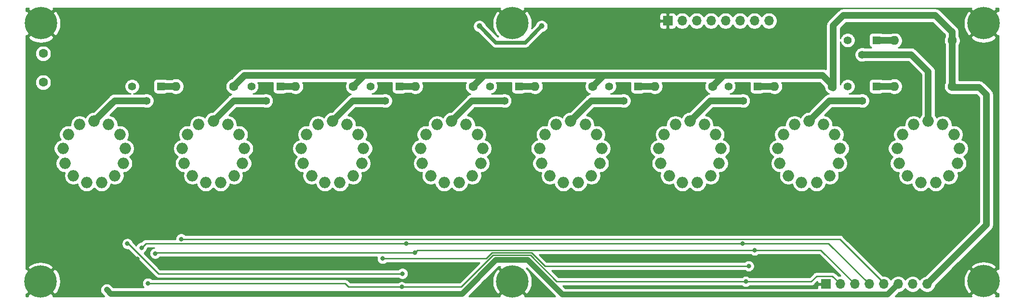
<source format=gbr>
G04 #@! TF.GenerationSoftware,KiCad,Pcbnew,5.1.7*
G04 #@! TF.CreationDate,2020-10-09T13:13:43+08:00*
G04 #@! TF.ProjectId,Nixie,4e697869-652e-46b6-9963-61645f706362,rev?*
G04 #@! TF.SameCoordinates,Original*
G04 #@! TF.FileFunction,Copper,L2,Bot*
G04 #@! TF.FilePolarity,Positive*
%FSLAX46Y46*%
G04 Gerber Fmt 4.6, Leading zero omitted, Abs format (unit mm)*
G04 Created by KiCad (PCBNEW 5.1.7) date 2020-10-09 13:13:43*
%MOMM*%
%LPD*%
G01*
G04 APERTURE LIST*
G04 #@! TA.AperFunction,ComponentPad*
%ADD10C,1.400000*%
G04 #@! TD*
G04 #@! TA.AperFunction,ComponentPad*
%ADD11R,1.400000X1.400000*%
G04 #@! TD*
G04 #@! TA.AperFunction,ComponentPad*
%ADD12C,5.700000*%
G04 #@! TD*
G04 #@! TA.AperFunction,ComponentPad*
%ADD13O,2.000000X2.000000*%
G04 #@! TD*
G04 #@! TA.AperFunction,ComponentPad*
%ADD14O,1.600000X1.600000*%
G04 #@! TD*
G04 #@! TA.AperFunction,ComponentPad*
%ADD15C,1.600000*%
G04 #@! TD*
G04 #@! TA.AperFunction,ComponentPad*
%ADD16O,1.700000X1.700000*%
G04 #@! TD*
G04 #@! TA.AperFunction,ComponentPad*
%ADD17R,1.700000X1.700000*%
G04 #@! TD*
G04 #@! TA.AperFunction,ViaPad*
%ADD18C,0.800000*%
G04 #@! TD*
G04 #@! TA.AperFunction,ViaPad*
%ADD19C,1.000000*%
G04 #@! TD*
G04 #@! TA.AperFunction,Conductor*
%ADD20C,1.000000*%
G04 #@! TD*
G04 #@! TA.AperFunction,Conductor*
%ADD21C,1.200000*%
G04 #@! TD*
G04 #@! TA.AperFunction,Conductor*
%ADD22C,0.250000*%
G04 #@! TD*
G04 #@! TA.AperFunction,Conductor*
%ADD23C,0.700000*%
G04 #@! TD*
G04 #@! TA.AperFunction,Conductor*
%ADD24C,0.254000*%
G04 #@! TD*
G04 #@! TA.AperFunction,Conductor*
%ADD25C,0.100000*%
G04 #@! TD*
G04 APERTURE END LIST*
D10*
G04 #@! TO.P,RV1,2*
G04 #@! TO.N,Net-(N1-Pad1)*
X79692500Y-86550500D03*
G04 #@! TO.P,RV1,3*
G04 #@! TO.N,Net-(RV1-Pad3)*
X77152500Y-84010500D03*
D11*
G04 #@! TO.P,RV1,1*
G04 #@! TO.N,Net-(R3-Pad2)*
X82232500Y-84010500D03*
G04 #@! TD*
D10*
G04 #@! TO.P,RV8,2*
G04 #@! TO.N,Net-(N8-Pad1)*
X205422500Y-78422500D03*
G04 #@! TO.P,RV8,3*
G04 #@! TO.N,Net-(RV8-Pad3)*
X202882500Y-75882500D03*
D11*
G04 #@! TO.P,RV8,1*
G04 #@! TO.N,Net-(R10-Pad2)*
X207962500Y-75882500D03*
G04 #@! TD*
D10*
G04 #@! TO.P,RV7,2*
G04 #@! TO.N,Net-(N7-Pad1)*
X205422500Y-86550500D03*
G04 #@! TO.P,RV7,3*
G04 #@! TO.N,Net-(RV7-Pad3)*
X202882500Y-84010500D03*
D11*
G04 #@! TO.P,RV7,1*
G04 #@! TO.N,Net-(R9-Pad2)*
X207962500Y-84010500D03*
G04 #@! TD*
D10*
G04 #@! TO.P,RV6,2*
G04 #@! TO.N,Net-(N6-Pad1)*
X184467500Y-86550500D03*
G04 #@! TO.P,RV6,3*
G04 #@! TO.N,Net-(RV6-Pad3)*
X181927500Y-84010500D03*
D11*
G04 #@! TO.P,RV6,1*
G04 #@! TO.N,Net-(R8-Pad2)*
X187007500Y-84010500D03*
G04 #@! TD*
D10*
G04 #@! TO.P,RV5,2*
G04 #@! TO.N,Net-(N5-Pad1)*
X163512500Y-86550500D03*
G04 #@! TO.P,RV5,3*
G04 #@! TO.N,Net-(RV5-Pad3)*
X160972500Y-84010500D03*
D11*
G04 #@! TO.P,RV5,1*
G04 #@! TO.N,Net-(R7-Pad2)*
X166052500Y-84010500D03*
G04 #@! TD*
D10*
G04 #@! TO.P,RV4,2*
G04 #@! TO.N,Net-(N4-Pad1)*
X142557500Y-86550500D03*
G04 #@! TO.P,RV4,3*
G04 #@! TO.N,Net-(RV4-Pad3)*
X140017500Y-84010500D03*
D11*
G04 #@! TO.P,RV4,1*
G04 #@! TO.N,Net-(R6-Pad2)*
X145097500Y-84010500D03*
G04 #@! TD*
D10*
G04 #@! TO.P,RV3,2*
G04 #@! TO.N,Net-(N3-Pad1)*
X121602500Y-86550500D03*
G04 #@! TO.P,RV3,3*
G04 #@! TO.N,Net-(RV3-Pad3)*
X119062500Y-84010500D03*
D11*
G04 #@! TO.P,RV3,1*
G04 #@! TO.N,Net-(R5-Pad2)*
X124142500Y-84010500D03*
G04 #@! TD*
D10*
G04 #@! TO.P,RV2,2*
G04 #@! TO.N,Net-(N2-Pad1)*
X100647500Y-86550500D03*
G04 #@! TO.P,RV2,3*
G04 #@! TO.N,Net-(RV2-Pad3)*
X98107500Y-84010500D03*
D11*
G04 #@! TO.P,RV2,1*
G04 #@! TO.N,Net-(R4-Pad2)*
X103187500Y-84010500D03*
G04 #@! TD*
D12*
G04 #@! TO.P,H6,1*
G04 #@! TO.N,GND*
X143954500Y-118427500D03*
G04 #@! TD*
G04 #@! TO.P,H5,1*
G04 #@! TO.N,GND*
X143954500Y-72898000D03*
G04 #@! TD*
G04 #@! TO.P,H4,1*
G04 #@! TO.N,GND*
X226758500Y-118364000D03*
G04 #@! TD*
G04 #@! TO.P,H3,1*
G04 #@! TO.N,GND*
X61087000Y-118427500D03*
G04 #@! TD*
G04 #@! TO.P,H2,1*
G04 #@! TO.N,GND*
X226758500Y-72898000D03*
G04 #@! TD*
G04 #@! TO.P,H1,1*
G04 #@! TO.N,GND*
X61150500Y-72898000D03*
G04 #@! TD*
D13*
G04 #@! TO.P,N1,13*
G04 #@! TO.N,Net-(N1-Pad13)*
X73040977Y-90760992D03*
G04 #@! TO.P,N1,12*
G04 #@! TO.N,Net-(N1-Pad12)*
X75011411Y-92506644D03*
G04 #@! TO.P,N1,11*
G04 #@! TO.N,Net-(N1-Pad11)*
X75944898Y-94968049D03*
G04 #@! TO.P,N1,10*
G04 #@! TO.N,Net-(N1-Pad10)*
X75627589Y-97581326D03*
G04 #@! TO.P,N1,9*
G04 #@! TO.N,Net-(N1-Pad9)*
X74132174Y-99747809D03*
G04 #@! TO.P,N1,8*
G04 #@! TO.N,Net-(N1-Pad8)*
X71801236Y-100971179D03*
G04 #@! TO.P,N1,7*
G04 #@! TO.N,Net-(N1-Pad7)*
X69168764Y-100971179D03*
G04 #@! TO.P,N1,6*
G04 #@! TO.N,Net-(N1-Pad6)*
X66837826Y-99747809D03*
G04 #@! TO.P,N1,5*
G04 #@! TO.N,Net-(N1-Pad5)*
X65342411Y-97581326D03*
G04 #@! TO.P,N1,4*
G04 #@! TO.N,Net-(N1-Pad4)*
X65025102Y-94968049D03*
G04 #@! TO.P,N1,3*
G04 #@! TO.N,Net-(N1-Pad3)*
X65958589Y-92506644D03*
G04 #@! TO.P,N1,2*
G04 #@! TO.N,Net-(N1-Pad2)*
X67929023Y-90760992D03*
G04 #@! TO.P,N1,1*
G04 #@! TO.N,Net-(N1-Pad1)*
X70485000Y-90131000D03*
G04 #@! TD*
D14*
G04 #@! TO.P,R3,2*
G04 #@! TO.N,Net-(R3-Pad2)*
X84836000Y-84010500D03*
D15*
G04 #@! TO.P,R3,1*
G04 #@! TO.N,+HV*
X94996000Y-84010500D03*
G04 #@! TD*
D14*
G04 #@! TO.P,R4,2*
G04 #@! TO.N,Net-(R4-Pad2)*
X105875666Y-84010500D03*
D15*
G04 #@! TO.P,R4,1*
G04 #@! TO.N,+HV*
X116035666Y-84010500D03*
G04 #@! TD*
D14*
G04 #@! TO.P,R5,2*
G04 #@! TO.N,Net-(R5-Pad2)*
X126915332Y-84010500D03*
D15*
G04 #@! TO.P,R5,1*
G04 #@! TO.N,+HV*
X137075332Y-84010500D03*
G04 #@! TD*
D14*
G04 #@! TO.P,R6,2*
G04 #@! TO.N,Net-(R6-Pad2)*
X147954998Y-84010500D03*
D15*
G04 #@! TO.P,R6,1*
G04 #@! TO.N,+HV*
X158114998Y-84010500D03*
G04 #@! TD*
D14*
G04 #@! TO.P,R7,2*
G04 #@! TO.N,Net-(R7-Pad2)*
X168994664Y-84010500D03*
D15*
G04 #@! TO.P,R7,1*
G04 #@! TO.N,+HV*
X179154664Y-84010500D03*
G04 #@! TD*
D14*
G04 #@! TO.P,R8,2*
G04 #@! TO.N,Net-(R8-Pad2)*
X190034330Y-84010500D03*
D15*
G04 #@! TO.P,R8,1*
G04 #@! TO.N,+HV*
X200194330Y-84010500D03*
G04 #@! TD*
D14*
G04 #@! TO.P,R9,2*
G04 #@! TO.N,Net-(R9-Pad2)*
X211074000Y-84010500D03*
D15*
G04 #@! TO.P,R9,1*
G04 #@! TO.N,+HV*
X221234000Y-84010500D03*
G04 #@! TD*
D14*
G04 #@! TO.P,R10,2*
G04 #@! TO.N,Net-(R10-Pad2)*
X211074000Y-75946000D03*
D15*
G04 #@! TO.P,R10,1*
G04 #@! TO.N,+HV*
X221234000Y-75946000D03*
G04 #@! TD*
G04 #@! TO.P,R1,2*
G04 #@! TO.N,Net-(J2-Pad7)*
X61531500Y-83312000D03*
G04 #@! TO.P,R1,1*
G04 #@! TO.N,+3V0*
X61531500Y-78232000D03*
G04 #@! TD*
D13*
G04 #@! TO.P,N2,13*
G04 #@! TO.N,Net-(N2-Pad13)*
X93977834Y-90760992D03*
G04 #@! TO.P,N2,12*
G04 #@! TO.N,Net-(N2-Pad12)*
X95948268Y-92506644D03*
G04 #@! TO.P,N2,11*
G04 #@! TO.N,Net-(N2-Pad11)*
X96881755Y-94968049D03*
G04 #@! TO.P,N2,10*
G04 #@! TO.N,Net-(N2-Pad10)*
X96564446Y-97581326D03*
G04 #@! TO.P,N2,9*
G04 #@! TO.N,Net-(N2-Pad9)*
X95069031Y-99747809D03*
G04 #@! TO.P,N2,8*
G04 #@! TO.N,Net-(N2-Pad8)*
X92738093Y-100971179D03*
G04 #@! TO.P,N2,7*
G04 #@! TO.N,Net-(N2-Pad7)*
X90105621Y-100971179D03*
G04 #@! TO.P,N2,6*
G04 #@! TO.N,Net-(N2-Pad6)*
X87774683Y-99747809D03*
G04 #@! TO.P,N2,5*
G04 #@! TO.N,Net-(N2-Pad5)*
X86279268Y-97581326D03*
G04 #@! TO.P,N2,4*
G04 #@! TO.N,Net-(N2-Pad4)*
X85961959Y-94968049D03*
G04 #@! TO.P,N2,3*
G04 #@! TO.N,Net-(N2-Pad3)*
X86895446Y-92506644D03*
G04 #@! TO.P,N2,2*
G04 #@! TO.N,Net-(N2-Pad2)*
X88865880Y-90760992D03*
G04 #@! TO.P,N2,1*
G04 #@! TO.N,Net-(N2-Pad1)*
X91421857Y-90131000D03*
G04 #@! TD*
G04 #@! TO.P,N3,13*
G04 #@! TO.N,Net-(N3-Pad13)*
X114914691Y-90760992D03*
G04 #@! TO.P,N3,12*
G04 #@! TO.N,Net-(N3-Pad12)*
X116885125Y-92506644D03*
G04 #@! TO.P,N3,11*
G04 #@! TO.N,Net-(N3-Pad11)*
X117818612Y-94968049D03*
G04 #@! TO.P,N3,10*
G04 #@! TO.N,Net-(N3-Pad10)*
X117501303Y-97581326D03*
G04 #@! TO.P,N3,9*
G04 #@! TO.N,Net-(N3-Pad9)*
X116005888Y-99747809D03*
G04 #@! TO.P,N3,8*
G04 #@! TO.N,Net-(N3-Pad8)*
X113674950Y-100971179D03*
G04 #@! TO.P,N3,7*
G04 #@! TO.N,Net-(N3-Pad7)*
X111042478Y-100971179D03*
G04 #@! TO.P,N3,6*
G04 #@! TO.N,Net-(N3-Pad6)*
X108711540Y-99747809D03*
G04 #@! TO.P,N3,5*
G04 #@! TO.N,Net-(N3-Pad5)*
X107216125Y-97581326D03*
G04 #@! TO.P,N3,4*
G04 #@! TO.N,Net-(N3-Pad4)*
X106898816Y-94968049D03*
G04 #@! TO.P,N3,3*
G04 #@! TO.N,Net-(N3-Pad3)*
X107832303Y-92506644D03*
G04 #@! TO.P,N3,2*
G04 #@! TO.N,Net-(N3-Pad2)*
X109802737Y-90760992D03*
G04 #@! TO.P,N3,1*
G04 #@! TO.N,Net-(N3-Pad1)*
X112358714Y-90131000D03*
G04 #@! TD*
G04 #@! TO.P,N4,13*
G04 #@! TO.N,Net-(N4-Pad13)*
X135851548Y-90760992D03*
G04 #@! TO.P,N4,12*
G04 #@! TO.N,Net-(N4-Pad12)*
X137821982Y-92506644D03*
G04 #@! TO.P,N4,11*
G04 #@! TO.N,Net-(N4-Pad11)*
X138755469Y-94968049D03*
G04 #@! TO.P,N4,10*
G04 #@! TO.N,Net-(N4-Pad10)*
X138438160Y-97581326D03*
G04 #@! TO.P,N4,9*
G04 #@! TO.N,Net-(N4-Pad9)*
X136942745Y-99747809D03*
G04 #@! TO.P,N4,8*
G04 #@! TO.N,Net-(N4-Pad8)*
X134611807Y-100971179D03*
G04 #@! TO.P,N4,7*
G04 #@! TO.N,Net-(N4-Pad7)*
X131979335Y-100971179D03*
G04 #@! TO.P,N4,6*
G04 #@! TO.N,Net-(N4-Pad6)*
X129648397Y-99747809D03*
G04 #@! TO.P,N4,5*
G04 #@! TO.N,Net-(N4-Pad5)*
X128152982Y-97581326D03*
G04 #@! TO.P,N4,4*
G04 #@! TO.N,Net-(N4-Pad4)*
X127835673Y-94968049D03*
G04 #@! TO.P,N4,3*
G04 #@! TO.N,Net-(N4-Pad3)*
X128769160Y-92506644D03*
G04 #@! TO.P,N4,2*
G04 #@! TO.N,Net-(N4-Pad2)*
X130739594Y-90760992D03*
G04 #@! TO.P,N4,1*
G04 #@! TO.N,Net-(N4-Pad1)*
X133295571Y-90131000D03*
G04 #@! TD*
G04 #@! TO.P,N5,13*
G04 #@! TO.N,Net-(N5-Pad13)*
X156788405Y-90760992D03*
G04 #@! TO.P,N5,12*
G04 #@! TO.N,Net-(N5-Pad12)*
X158758839Y-92506644D03*
G04 #@! TO.P,N5,11*
G04 #@! TO.N,Net-(N5-Pad11)*
X159692326Y-94968049D03*
G04 #@! TO.P,N5,10*
G04 #@! TO.N,Net-(N5-Pad10)*
X159375017Y-97581326D03*
G04 #@! TO.P,N5,9*
G04 #@! TO.N,Net-(N5-Pad9)*
X157879602Y-99747809D03*
G04 #@! TO.P,N5,8*
G04 #@! TO.N,Net-(N5-Pad8)*
X155548664Y-100971179D03*
G04 #@! TO.P,N5,7*
G04 #@! TO.N,Net-(N5-Pad7)*
X152916192Y-100971179D03*
G04 #@! TO.P,N5,6*
G04 #@! TO.N,Net-(N5-Pad6)*
X150585254Y-99747809D03*
G04 #@! TO.P,N5,5*
G04 #@! TO.N,Net-(N5-Pad5)*
X149089839Y-97581326D03*
G04 #@! TO.P,N5,4*
G04 #@! TO.N,Net-(N5-Pad4)*
X148772530Y-94968049D03*
G04 #@! TO.P,N5,3*
G04 #@! TO.N,Net-(N5-Pad3)*
X149706017Y-92506644D03*
G04 #@! TO.P,N5,2*
G04 #@! TO.N,Net-(N5-Pad2)*
X151676451Y-90760992D03*
G04 #@! TO.P,N5,1*
G04 #@! TO.N,Net-(N5-Pad1)*
X154232428Y-90131000D03*
G04 #@! TD*
G04 #@! TO.P,N6,13*
G04 #@! TO.N,Net-(N6-Pad13)*
X177725262Y-90760992D03*
G04 #@! TO.P,N6,12*
G04 #@! TO.N,Net-(N6-Pad12)*
X179695696Y-92506644D03*
G04 #@! TO.P,N6,11*
G04 #@! TO.N,Net-(N6-Pad11)*
X180629183Y-94968049D03*
G04 #@! TO.P,N6,10*
G04 #@! TO.N,Net-(N6-Pad10)*
X180311874Y-97581326D03*
G04 #@! TO.P,N6,9*
G04 #@! TO.N,Net-(N6-Pad9)*
X178816459Y-99747809D03*
G04 #@! TO.P,N6,8*
G04 #@! TO.N,Net-(N6-Pad8)*
X176485521Y-100971179D03*
G04 #@! TO.P,N6,7*
G04 #@! TO.N,Net-(N6-Pad7)*
X173853049Y-100971179D03*
G04 #@! TO.P,N6,6*
G04 #@! TO.N,Net-(N6-Pad6)*
X171522111Y-99747809D03*
G04 #@! TO.P,N6,5*
G04 #@! TO.N,Net-(N6-Pad5)*
X170026696Y-97581326D03*
G04 #@! TO.P,N6,4*
G04 #@! TO.N,Net-(N6-Pad4)*
X169709387Y-94968049D03*
G04 #@! TO.P,N6,3*
G04 #@! TO.N,Net-(N6-Pad3)*
X170642874Y-92506644D03*
G04 #@! TO.P,N6,2*
G04 #@! TO.N,Net-(N6-Pad2)*
X172613308Y-90760992D03*
G04 #@! TO.P,N6,1*
G04 #@! TO.N,Net-(N6-Pad1)*
X175169285Y-90131000D03*
G04 #@! TD*
G04 #@! TO.P,N7,13*
G04 #@! TO.N,Net-(N7-Pad13)*
X198662119Y-90760992D03*
G04 #@! TO.P,N7,12*
G04 #@! TO.N,Net-(N7-Pad12)*
X200632553Y-92506644D03*
G04 #@! TO.P,N7,11*
G04 #@! TO.N,Net-(N7-Pad11)*
X201566040Y-94968049D03*
G04 #@! TO.P,N7,10*
G04 #@! TO.N,Net-(N7-Pad10)*
X201248731Y-97581326D03*
G04 #@! TO.P,N7,9*
G04 #@! TO.N,Net-(N7-Pad9)*
X199753316Y-99747809D03*
G04 #@! TO.P,N7,8*
G04 #@! TO.N,Net-(N7-Pad8)*
X197422378Y-100971179D03*
G04 #@! TO.P,N7,7*
G04 #@! TO.N,Net-(N7-Pad7)*
X194789906Y-100971179D03*
G04 #@! TO.P,N7,6*
G04 #@! TO.N,Net-(N7-Pad6)*
X192458968Y-99747809D03*
G04 #@! TO.P,N7,5*
G04 #@! TO.N,Net-(N7-Pad5)*
X190963553Y-97581326D03*
G04 #@! TO.P,N7,4*
G04 #@! TO.N,Net-(N7-Pad4)*
X190646244Y-94968049D03*
G04 #@! TO.P,N7,3*
G04 #@! TO.N,Net-(N7-Pad3)*
X191579731Y-92506644D03*
G04 #@! TO.P,N7,2*
G04 #@! TO.N,Net-(N7-Pad2)*
X193550165Y-90760992D03*
G04 #@! TO.P,N7,1*
G04 #@! TO.N,Net-(N7-Pad1)*
X196106142Y-90131000D03*
G04 #@! TD*
G04 #@! TO.P,N8,13*
G04 #@! TO.N,Net-(N8-Pad13)*
X219598977Y-90760992D03*
G04 #@! TO.P,N8,12*
G04 #@! TO.N,Net-(N8-Pad12)*
X221569411Y-92506644D03*
G04 #@! TO.P,N8,11*
G04 #@! TO.N,Net-(N8-Pad11)*
X222502898Y-94968049D03*
G04 #@! TO.P,N8,10*
G04 #@! TO.N,Net-(N8-Pad10)*
X222185589Y-97581326D03*
G04 #@! TO.P,N8,9*
G04 #@! TO.N,Net-(N8-Pad9)*
X220690174Y-99747809D03*
G04 #@! TO.P,N8,8*
G04 #@! TO.N,Net-(N8-Pad8)*
X218359236Y-100971179D03*
G04 #@! TO.P,N8,7*
G04 #@! TO.N,Net-(N8-Pad7)*
X215726764Y-100971179D03*
G04 #@! TO.P,N8,6*
G04 #@! TO.N,Net-(N8-Pad6)*
X213395826Y-99747809D03*
G04 #@! TO.P,N8,5*
G04 #@! TO.N,Net-(N8-Pad5)*
X211900411Y-97581326D03*
G04 #@! TO.P,N8,4*
G04 #@! TO.N,Net-(N8-Pad4)*
X211583102Y-94968049D03*
G04 #@! TO.P,N8,3*
G04 #@! TO.N,Net-(N8-Pad3)*
X212516589Y-92506644D03*
G04 #@! TO.P,N8,2*
G04 #@! TO.N,Net-(N8-Pad2)*
X214487023Y-90760992D03*
G04 #@! TO.P,N8,1*
G04 #@! TO.N,Net-(N8-Pad1)*
X217043000Y-90131000D03*
G04 #@! TD*
D16*
G04 #@! TO.P,J2,8*
G04 #@! TO.N,+3V0*
X189039500Y-72453500D03*
G04 #@! TO.P,J2,7*
G04 #@! TO.N,Net-(J2-Pad7)*
X186499500Y-72453500D03*
G04 #@! TO.P,J2,6*
G04 #@! TO.N,BUTTON5*
X183959500Y-72453500D03*
G04 #@! TO.P,J2,5*
G04 #@! TO.N,BUTTON4*
X181419500Y-72453500D03*
G04 #@! TO.P,J2,4*
G04 #@! TO.N,BUTTON3*
X178879500Y-72453500D03*
G04 #@! TO.P,J2,3*
G04 #@! TO.N,BUTTON2*
X176339500Y-72453500D03*
G04 #@! TO.P,J2,2*
G04 #@! TO.N,BUTTON1*
X173799500Y-72453500D03*
D17*
G04 #@! TO.P,J2,1*
G04 #@! TO.N,GND*
X171259500Y-72453500D03*
G04 #@! TD*
D16*
G04 #@! TO.P,J1,8*
G04 #@! TO.N,+HV*
X216836500Y-118872000D03*
G04 #@! TO.P,J1,7*
G04 #@! TO.N,Net-(J1-Pad7)*
X214296500Y-118872000D03*
G04 #@! TO.P,J1,6*
G04 #@! TO.N,+12V*
X211756500Y-118872000D03*
G04 #@! TO.P,J1,5*
G04 #@! TO.N,Net-(J1-Pad5)*
X209216500Y-118872000D03*
G04 #@! TO.P,J1,4*
G04 #@! TO.N,Net-(J1-Pad4)*
X206676500Y-118872000D03*
G04 #@! TO.P,J1,3*
G04 #@! TO.N,Net-(J1-Pad3)*
X204136500Y-118872000D03*
G04 #@! TO.P,J1,2*
G04 #@! TO.N,Net-(J1-Pad2)*
X201596500Y-118872000D03*
D17*
G04 #@! TO.P,J1,1*
G04 #@! TO.N,GND*
X199056500Y-118872000D03*
G04 #@! TD*
D18*
G04 #@! TO.N,GND*
X177419000Y-75311000D03*
X182499000Y-75184000D03*
X185166000Y-75311000D03*
X182753000Y-114554000D03*
X180334185Y-116897685D03*
X119755185Y-118167685D03*
X122047000Y-115887500D03*
X75622685Y-116897685D03*
X78105000Y-114427000D03*
G04 #@! TO.N,+12V*
X72707500Y-119888000D03*
X76517500Y-120586500D03*
X116586000Y-120586500D03*
X120523000Y-120586500D03*
X177228500Y-120713500D03*
X181610000Y-120713500D03*
G04 #@! TO.N,Net-(J1-Pad5)*
X85788500Y-110934500D03*
G04 #@! TO.N,Net-(J1-Pad4)*
X78803500Y-112458500D03*
X125349000Y-111696500D03*
X184403990Y-111696500D03*
G04 #@! TO.N,Net-(J1-Pad3)*
X81216500Y-113474500D03*
X126815009Y-113341991D03*
X186551980Y-112891980D03*
G04 #@! TO.N,Net-(J1-Pad2)*
X79946500Y-118745000D03*
X124523500Y-119380000D03*
X184975500Y-118427500D03*
G04 #@! TO.N,Net-(U1-Pad23)*
X124650500Y-117030500D03*
X76327000Y-111760000D03*
G04 #@! TO.N,Net-(U2-Pad23)*
X185483500Y-115697000D03*
X121158000Y-114363500D03*
D19*
G04 #@! TO.N,+3V0*
X149098000Y-73406000D03*
X138176000Y-73406000D03*
G04 #@! TD*
D20*
G04 #@! TO.N,+12V*
X141097000Y-114617500D02*
X135128000Y-120586500D01*
X146685000Y-114617500D02*
X141097000Y-114617500D01*
X152781000Y-120713500D02*
X146685000Y-114617500D01*
X211756500Y-118872000D02*
X209915000Y-120713500D01*
X73406000Y-120586500D02*
X72707500Y-119888000D01*
X73596500Y-120586500D02*
X73406000Y-120586500D01*
X76517500Y-120586500D02*
X73596500Y-120586500D01*
X116586000Y-120586500D02*
X76517500Y-120586500D01*
X120523000Y-120586500D02*
X116586000Y-120586500D01*
X135128000Y-120586500D02*
X120523000Y-120586500D01*
X177228500Y-120713500D02*
X152781000Y-120713500D01*
X181610000Y-120713500D02*
X177228500Y-120713500D01*
X209915000Y-120713500D02*
X181610000Y-120713500D01*
D21*
G04 #@! TO.N,+HV*
X216836500Y-118872000D02*
X227266500Y-108442000D01*
X227266500Y-108442000D02*
X227266500Y-85471000D01*
X225996500Y-84201000D02*
X221234000Y-84201000D01*
X227266500Y-85471000D02*
X225996500Y-84201000D01*
X221234000Y-74422000D02*
X221107000Y-74295000D01*
X221234000Y-84201000D02*
X221234000Y-74422000D01*
X221107000Y-74295000D02*
X218313000Y-71501000D01*
X218313000Y-71501000D02*
X202120500Y-71501000D01*
X200342500Y-73279000D02*
X200342500Y-84328000D01*
X202120500Y-71501000D02*
X200342500Y-73279000D01*
X181059664Y-82105500D02*
X179154664Y-84010500D01*
X198501000Y-82105500D02*
X181059664Y-82105500D01*
X200194330Y-83798830D02*
X198501000Y-82105500D01*
X200194330Y-84010500D02*
X200194330Y-83798830D01*
X160019998Y-82105500D02*
X158114998Y-84010500D01*
X181059664Y-82105500D02*
X160019998Y-82105500D01*
X138980332Y-82105500D02*
X137075332Y-84010500D01*
X160019998Y-82105500D02*
X138980332Y-82105500D01*
X117940666Y-82105500D02*
X116035666Y-84010500D01*
X138980332Y-82105500D02*
X117940666Y-82105500D01*
X96901000Y-82105500D02*
X94996000Y-84010500D01*
X117940666Y-82105500D02*
X96901000Y-82105500D01*
D22*
G04 #@! TO.N,Net-(J1-Pad5)*
X209216500Y-118665500D02*
X201485500Y-110934500D01*
X201485500Y-110934500D02*
X85788500Y-110934500D01*
X209216500Y-118872000D02*
X209216500Y-118665500D01*
G04 #@! TO.N,Net-(J1-Pad4)*
X79565500Y-111696500D02*
X78803500Y-112458500D01*
X80899000Y-111696500D02*
X79565500Y-111696500D01*
X125349000Y-111696500D02*
X80899000Y-111696500D01*
X125349000Y-111696500D02*
X125914685Y-111696500D01*
X125914685Y-111696500D02*
X184403990Y-111696500D01*
X206676500Y-118872000D02*
X199501000Y-111696500D01*
X199501000Y-111696500D02*
X184403990Y-111696500D01*
G04 #@! TO.N,Net-(J1-Pad3)*
X81349009Y-113341991D02*
X81216500Y-113474500D01*
X126815009Y-113341991D02*
X81349009Y-113341991D01*
X186563000Y-112903000D02*
X198167500Y-112903000D01*
X186551980Y-112891980D02*
X186563000Y-112903000D01*
X198167500Y-112903000D02*
X204136500Y-118872000D01*
X127265020Y-112891980D02*
X186551980Y-112891980D01*
X126815009Y-113341991D02*
X127265020Y-112891980D01*
G04 #@! TO.N,Net-(J1-Pad2)*
X79946500Y-118745000D02*
X114554000Y-118745000D01*
X115189000Y-119380000D02*
X124523500Y-119380000D01*
X114554000Y-118745000D02*
X115189000Y-119380000D01*
X200199500Y-117475000D02*
X201596500Y-118872000D01*
X196469000Y-118427500D02*
X197421500Y-117475000D01*
X197421500Y-117475000D02*
X200199500Y-117475000D01*
X184975500Y-118427500D02*
X196469000Y-118427500D01*
X147129501Y-113792001D02*
X151765000Y-118427500D01*
X135002411Y-119380000D02*
X140590410Y-113792001D01*
X124523500Y-119380000D02*
X135002411Y-119380000D01*
X140590410Y-113792001D02*
X147129501Y-113792001D01*
X151765000Y-118427500D02*
X184975500Y-118427500D01*
D21*
G04 #@! TO.N,Net-(N1-Pad1)*
X74065500Y-86550500D02*
X79692500Y-86550500D01*
X70485000Y-90131000D02*
X74065500Y-86550500D01*
G04 #@! TO.N,Net-(N2-Pad1)*
X91440000Y-90112857D02*
X91421857Y-90131000D01*
X95002357Y-86550500D02*
X100647500Y-86550500D01*
X91421857Y-90131000D02*
X95002357Y-86550500D01*
G04 #@! TO.N,Net-(N3-Pad1)*
X112395000Y-90094714D02*
X112358714Y-90131000D01*
X115939214Y-86550500D02*
X121602500Y-86550500D01*
X112358714Y-90131000D02*
X115939214Y-86550500D01*
G04 #@! TO.N,Net-(N4-Pad1)*
X133273800Y-90109229D02*
X133295571Y-90131000D01*
X136876071Y-86550500D02*
X142557500Y-86550500D01*
X133295571Y-90131000D02*
X136876071Y-86550500D01*
G04 #@! TO.N,Net-(N5-Pad1)*
X154305000Y-90058428D02*
X154232428Y-90131000D01*
X157812928Y-86550500D02*
X163512500Y-86550500D01*
X154232428Y-90131000D02*
X157812928Y-86550500D01*
G04 #@! TO.N,Net-(N6-Pad1)*
X175133000Y-90094715D02*
X175169285Y-90131000D01*
X178749785Y-86550500D02*
X175169285Y-90131000D01*
X184467500Y-86550500D02*
X178749785Y-86550500D01*
G04 #@! TO.N,Net-(N7-Pad1)*
X196088000Y-90112858D02*
X196106142Y-90131000D01*
X199686642Y-86550500D02*
X196106142Y-90131000D01*
X205422500Y-86550500D02*
X199686642Y-86550500D01*
G04 #@! TO.N,Net-(N8-Pad1)*
X205422500Y-78422500D02*
X214058500Y-78422500D01*
X217043000Y-81407000D02*
X217043000Y-90131000D01*
X214058500Y-78422500D02*
X217043000Y-81407000D01*
D22*
G04 #@! TO.N,Net-(U1-Pad23)*
X81781502Y-117030500D02*
X76511002Y-111760000D01*
X124650500Y-117030500D02*
X81781502Y-117030500D01*
X76511002Y-111760000D02*
X76327000Y-111760000D01*
G04 #@! TO.N,Net-(U2-Pad23)*
X149670910Y-115697000D02*
X185483500Y-115697000D01*
X140404010Y-113341990D02*
X147315900Y-113341990D01*
X139382500Y-114363500D02*
X140404010Y-113341990D01*
X147315900Y-113341990D02*
X149670910Y-115697000D01*
X121158000Y-114363500D02*
X139382500Y-114363500D01*
D23*
G04 #@! TO.N,+3V0*
X146205999Y-76298001D02*
X141068001Y-76298001D01*
X141068001Y-76298001D02*
X138176000Y-73406000D01*
X149098000Y-73406000D02*
X146205999Y-76298001D01*
D21*
G04 #@! TO.N,Net-(R3-Pad2)*
X84836000Y-84010500D02*
X82232500Y-84010500D01*
G04 #@! TO.N,Net-(R4-Pad2)*
X103187500Y-84010500D02*
X105875666Y-84010500D01*
G04 #@! TO.N,Net-(R5-Pad2)*
X124142500Y-84010500D02*
X126915332Y-84010500D01*
G04 #@! TO.N,Net-(R6-Pad2)*
X147954998Y-84010500D02*
X145097500Y-84010500D01*
G04 #@! TO.N,Net-(R7-Pad2)*
X166052500Y-84010500D02*
X168994664Y-84010500D01*
G04 #@! TO.N,Net-(R8-Pad2)*
X190034330Y-84010500D02*
X187007500Y-84010500D01*
G04 #@! TO.N,Net-(R9-Pad2)*
X211074000Y-84010500D02*
X207962500Y-84010500D01*
G04 #@! TO.N,Net-(R10-Pad2)*
X211010500Y-75882500D02*
X211074000Y-75946000D01*
X207962500Y-75882500D02*
X211010500Y-75882500D01*
G04 #@! TD*
D24*
G04 #@! TO.N,GND*
X141682072Y-115975467D02*
X143954500Y-118247895D01*
X143968643Y-118233753D01*
X144148248Y-118413358D01*
X144134105Y-118427500D01*
X146406533Y-120699928D01*
X146860350Y-120381743D01*
X147185769Y-119777290D01*
X147387012Y-119120965D01*
X147456345Y-118437990D01*
X147391105Y-117754612D01*
X147193798Y-117097093D01*
X146872006Y-116490701D01*
X146860350Y-116473257D01*
X146406535Y-116155073D01*
X146511988Y-116049620D01*
X151468368Y-121006000D01*
X146138258Y-121006000D01*
X146226928Y-120879533D01*
X143954500Y-118607105D01*
X141682072Y-120879533D01*
X141770742Y-121006000D01*
X136313631Y-121006000D01*
X138902621Y-118417010D01*
X140452655Y-118417010D01*
X140517895Y-119100388D01*
X140715202Y-119757907D01*
X141036994Y-120364299D01*
X141048650Y-120381743D01*
X141502467Y-120699928D01*
X143774895Y-118427500D01*
X141502467Y-116155072D01*
X141048650Y-116473257D01*
X140723231Y-117077710D01*
X140521988Y-117734035D01*
X140452655Y-118417010D01*
X138902621Y-118417010D01*
X141567132Y-115752500D01*
X141838401Y-115752500D01*
X141682072Y-115975467D01*
G04 #@! TA.AperFunction,Conductor*
D25*
G36*
X141682072Y-115975467D02*
G01*
X143954500Y-118247895D01*
X143968643Y-118233753D01*
X144148248Y-118413358D01*
X144134105Y-118427500D01*
X146406533Y-120699928D01*
X146860350Y-120381743D01*
X147185769Y-119777290D01*
X147387012Y-119120965D01*
X147456345Y-118437990D01*
X147391105Y-117754612D01*
X147193798Y-117097093D01*
X146872006Y-116490701D01*
X146860350Y-116473257D01*
X146406535Y-116155073D01*
X146511988Y-116049620D01*
X151468368Y-121006000D01*
X146138258Y-121006000D01*
X146226928Y-120879533D01*
X143954500Y-118607105D01*
X141682072Y-120879533D01*
X141770742Y-121006000D01*
X136313631Y-121006000D01*
X138902621Y-118417010D01*
X140452655Y-118417010D01*
X140517895Y-119100388D01*
X140715202Y-119757907D01*
X141036994Y-120364299D01*
X141048650Y-120381743D01*
X141502467Y-120699928D01*
X143774895Y-118427500D01*
X141502467Y-116155072D01*
X141048650Y-116473257D01*
X140723231Y-117077710D01*
X140521988Y-117734035D01*
X140452655Y-118417010D01*
X138902621Y-118417010D01*
X141567132Y-115752500D01*
X141838401Y-115752500D01*
X141682072Y-115975467D01*
G37*
G04 #@! TD.AperFunction*
D24*
X58878072Y-70445967D02*
X61150500Y-72718395D01*
X63422928Y-70445967D01*
X63289736Y-70256000D01*
X141815264Y-70256000D01*
X141682072Y-70445967D01*
X143954500Y-72718395D01*
X146226928Y-70445967D01*
X146093736Y-70256000D01*
X224619264Y-70256000D01*
X224486072Y-70445967D01*
X226758500Y-72718395D01*
X229030928Y-70445967D01*
X228897736Y-70256000D01*
X229400500Y-70256000D01*
X229400500Y-70758764D01*
X229210533Y-70625572D01*
X226938105Y-72898000D01*
X229210533Y-75170428D01*
X229400500Y-75037236D01*
X229400501Y-116224764D01*
X229210533Y-116091572D01*
X226938105Y-118364000D01*
X229210533Y-120636428D01*
X229400501Y-120503236D01*
X229400501Y-121006000D01*
X228897736Y-121006000D01*
X229030928Y-120816033D01*
X226758500Y-118543605D01*
X224486072Y-120816033D01*
X224619264Y-121006000D01*
X211227631Y-121006000D01*
X211876632Y-120357000D01*
X211902760Y-120357000D01*
X212189658Y-120299932D01*
X212459911Y-120187990D01*
X212703132Y-120025475D01*
X212909975Y-119818632D01*
X213026500Y-119644240D01*
X213143025Y-119818632D01*
X213349868Y-120025475D01*
X213593089Y-120187990D01*
X213863342Y-120299932D01*
X214150240Y-120357000D01*
X214442760Y-120357000D01*
X214729658Y-120299932D01*
X214999911Y-120187990D01*
X215243132Y-120025475D01*
X215449975Y-119818632D01*
X215566500Y-119644240D01*
X215683025Y-119818632D01*
X215889868Y-120025475D01*
X216133089Y-120187990D01*
X216403342Y-120299932D01*
X216690240Y-120357000D01*
X216982760Y-120357000D01*
X217269658Y-120299932D01*
X217539911Y-120187990D01*
X217783132Y-120025475D01*
X217989975Y-119818632D01*
X218152490Y-119575411D01*
X218264432Y-119305158D01*
X218292872Y-119162181D01*
X219101543Y-118353510D01*
X223256655Y-118353510D01*
X223321895Y-119036888D01*
X223519202Y-119694407D01*
X223840994Y-120300799D01*
X223852650Y-120318243D01*
X224306467Y-120636428D01*
X226578895Y-118364000D01*
X224306467Y-116091572D01*
X223852650Y-116409757D01*
X223527231Y-117014210D01*
X223325988Y-117670535D01*
X223256655Y-118353510D01*
X219101543Y-118353510D01*
X221543086Y-115911967D01*
X224486072Y-115911967D01*
X226758500Y-118184395D01*
X229030928Y-115911967D01*
X228712743Y-115458150D01*
X228108290Y-115132731D01*
X227451965Y-114931488D01*
X226768990Y-114862155D01*
X226085612Y-114927395D01*
X225428093Y-115124702D01*
X224821701Y-115446494D01*
X224804257Y-115458150D01*
X224486072Y-115911967D01*
X221543086Y-115911967D01*
X228096881Y-109358173D01*
X228144002Y-109319502D01*
X228298333Y-109131449D01*
X228413011Y-108916901D01*
X228483630Y-108684102D01*
X228501500Y-108502665D01*
X228501500Y-108502656D01*
X228507474Y-108442001D01*
X228501500Y-108381346D01*
X228501500Y-85531664D01*
X228507475Y-85470999D01*
X228483630Y-85228897D01*
X228413011Y-84996099D01*
X228356540Y-84890449D01*
X228298333Y-84781551D01*
X228144002Y-84593498D01*
X228096880Y-84554826D01*
X226912678Y-83370625D01*
X226874002Y-83323498D01*
X226685949Y-83169167D01*
X226471401Y-83054489D01*
X226238602Y-82983870D01*
X226057165Y-82966000D01*
X225996500Y-82960025D01*
X225935835Y-82966000D01*
X222469000Y-82966000D01*
X222469000Y-76680623D01*
X222505680Y-76625727D01*
X222613853Y-76364574D01*
X222669000Y-76087335D01*
X222669000Y-75804665D01*
X222613853Y-75527426D01*
X222540375Y-75350033D01*
X224486072Y-75350033D01*
X224804257Y-75803850D01*
X225408710Y-76129269D01*
X226065035Y-76330512D01*
X226748010Y-76399845D01*
X227431388Y-76334605D01*
X228088907Y-76137298D01*
X228695299Y-75815506D01*
X228712743Y-75803850D01*
X229030928Y-75350033D01*
X226758500Y-73077605D01*
X224486072Y-75350033D01*
X222540375Y-75350033D01*
X222505680Y-75266273D01*
X222469000Y-75211377D01*
X222469000Y-74482664D01*
X222474975Y-74421999D01*
X222451130Y-74179898D01*
X222383176Y-73955884D01*
X222380511Y-73947099D01*
X222265833Y-73732551D01*
X222111502Y-73544498D01*
X222064374Y-73505821D01*
X222023178Y-73464625D01*
X222023173Y-73464619D01*
X221446064Y-72887510D01*
X223256655Y-72887510D01*
X223321895Y-73570888D01*
X223519202Y-74228407D01*
X223840994Y-74834799D01*
X223852650Y-74852243D01*
X224306467Y-75170428D01*
X226578895Y-72898000D01*
X224306467Y-70625572D01*
X223852650Y-70943757D01*
X223527231Y-71548210D01*
X223325988Y-72204535D01*
X223256655Y-72887510D01*
X221446064Y-72887510D01*
X219229178Y-70670625D01*
X219190502Y-70623498D01*
X219002449Y-70469167D01*
X218787901Y-70354489D01*
X218555102Y-70283870D01*
X218373665Y-70266000D01*
X218313000Y-70260025D01*
X218252335Y-70266000D01*
X202181165Y-70266000D01*
X202120500Y-70260025D01*
X202059835Y-70266000D01*
X201878398Y-70283870D01*
X201645599Y-70354489D01*
X201431051Y-70469167D01*
X201242998Y-70623498D01*
X201204326Y-70670620D01*
X199512125Y-72362822D01*
X199464998Y-72401498D01*
X199310667Y-72589552D01*
X199195989Y-72804100D01*
X199195989Y-72804101D01*
X199125370Y-73036898D01*
X199101525Y-73279000D01*
X199107500Y-73339665D01*
X199107501Y-81029330D01*
X198975901Y-80958989D01*
X198743102Y-80888370D01*
X198561665Y-80870500D01*
X198501000Y-80864525D01*
X198440335Y-80870500D01*
X181120329Y-80870500D01*
X181059664Y-80864525D01*
X180998999Y-80870500D01*
X160080663Y-80870500D01*
X160019998Y-80864525D01*
X159959333Y-80870500D01*
X139040997Y-80870500D01*
X138980332Y-80864525D01*
X138919667Y-80870500D01*
X118001331Y-80870500D01*
X117940666Y-80864525D01*
X117880001Y-80870500D01*
X96961665Y-80870500D01*
X96901000Y-80864525D01*
X96840335Y-80870500D01*
X96658898Y-80888370D01*
X96426099Y-80958989D01*
X96211551Y-81073667D01*
X96023498Y-81227998D01*
X95984826Y-81275120D01*
X94642180Y-82617766D01*
X94577426Y-82630647D01*
X94316273Y-82738820D01*
X94081241Y-82895863D01*
X93881363Y-83095741D01*
X93724320Y-83330773D01*
X93616147Y-83591926D01*
X93561000Y-83869165D01*
X93561000Y-84151835D01*
X93616147Y-84429074D01*
X93724320Y-84690227D01*
X93881363Y-84925259D01*
X94081241Y-85125137D01*
X94316273Y-85282180D01*
X94575305Y-85389474D01*
X94527456Y-85403989D01*
X94312908Y-85518667D01*
X94124855Y-85672998D01*
X94086183Y-85720120D01*
X91310304Y-88496000D01*
X91260824Y-88496000D01*
X90944945Y-88558832D01*
X90647394Y-88682082D01*
X90379605Y-88861013D01*
X90151870Y-89088748D01*
X89972939Y-89356537D01*
X89914573Y-89497446D01*
X89908132Y-89491005D01*
X89640343Y-89312074D01*
X89342792Y-89188824D01*
X89026913Y-89125992D01*
X88704847Y-89125992D01*
X88388968Y-89188824D01*
X88091417Y-89312074D01*
X87823628Y-89491005D01*
X87595893Y-89718740D01*
X87416962Y-89986529D01*
X87293712Y-90284080D01*
X87230880Y-90599959D01*
X87230880Y-90906334D01*
X87056479Y-90871644D01*
X86734413Y-90871644D01*
X86418534Y-90934476D01*
X86120983Y-91057726D01*
X85853194Y-91236657D01*
X85625459Y-91464392D01*
X85446528Y-91732181D01*
X85323278Y-92029732D01*
X85260446Y-92345611D01*
X85260446Y-92667677D01*
X85323278Y-92983556D01*
X85446528Y-93281107D01*
X85518740Y-93389179D01*
X85485047Y-93395881D01*
X85187496Y-93519131D01*
X84919707Y-93698062D01*
X84691972Y-93925797D01*
X84513041Y-94193586D01*
X84389791Y-94491137D01*
X84326959Y-94807016D01*
X84326959Y-95129082D01*
X84389791Y-95444961D01*
X84513041Y-95742512D01*
X84691972Y-96010301D01*
X84919707Y-96238036D01*
X85153862Y-96394493D01*
X85009281Y-96539074D01*
X84830350Y-96806863D01*
X84707100Y-97104414D01*
X84644268Y-97420293D01*
X84644268Y-97742359D01*
X84707100Y-98058238D01*
X84830350Y-98355789D01*
X85009281Y-98623578D01*
X85237016Y-98851313D01*
X85504805Y-99030244D01*
X85802356Y-99153494D01*
X86118235Y-99216326D01*
X86225119Y-99216326D01*
X86202515Y-99270897D01*
X86139683Y-99586776D01*
X86139683Y-99908842D01*
X86202515Y-100224721D01*
X86325765Y-100522272D01*
X86504696Y-100790061D01*
X86732431Y-101017796D01*
X87000220Y-101196727D01*
X87297771Y-101319977D01*
X87613650Y-101382809D01*
X87935716Y-101382809D01*
X88251595Y-101319977D01*
X88488454Y-101221866D01*
X88533453Y-101448091D01*
X88656703Y-101745642D01*
X88835634Y-102013431D01*
X89063369Y-102241166D01*
X89331158Y-102420097D01*
X89628709Y-102543347D01*
X89944588Y-102606179D01*
X90266654Y-102606179D01*
X90582533Y-102543347D01*
X90880084Y-102420097D01*
X91147873Y-102241166D01*
X91375608Y-102013431D01*
X91421857Y-101944215D01*
X91468106Y-102013431D01*
X91695841Y-102241166D01*
X91963630Y-102420097D01*
X92261181Y-102543347D01*
X92577060Y-102606179D01*
X92899126Y-102606179D01*
X93215005Y-102543347D01*
X93512556Y-102420097D01*
X93780345Y-102241166D01*
X94008080Y-102013431D01*
X94187011Y-101745642D01*
X94310261Y-101448091D01*
X94355260Y-101221866D01*
X94592119Y-101319977D01*
X94907998Y-101382809D01*
X95230064Y-101382809D01*
X95545943Y-101319977D01*
X95843494Y-101196727D01*
X96111283Y-101017796D01*
X96339018Y-100790061D01*
X96517949Y-100522272D01*
X96641199Y-100224721D01*
X96704031Y-99908842D01*
X96704031Y-99586776D01*
X96641199Y-99270897D01*
X96618595Y-99216326D01*
X96725479Y-99216326D01*
X97041358Y-99153494D01*
X97338909Y-99030244D01*
X97606698Y-98851313D01*
X97834433Y-98623578D01*
X98013364Y-98355789D01*
X98136614Y-98058238D01*
X98199446Y-97742359D01*
X98199446Y-97420293D01*
X98136614Y-97104414D01*
X98013364Y-96806863D01*
X97834433Y-96539074D01*
X97689852Y-96394493D01*
X97924007Y-96238036D01*
X98151742Y-96010301D01*
X98330673Y-95742512D01*
X98453923Y-95444961D01*
X98516755Y-95129082D01*
X98516755Y-94807016D01*
X98453923Y-94491137D01*
X98330673Y-94193586D01*
X98151742Y-93925797D01*
X97924007Y-93698062D01*
X97656218Y-93519131D01*
X97358667Y-93395881D01*
X97324974Y-93389179D01*
X97397186Y-93281107D01*
X97520436Y-92983556D01*
X97583268Y-92667677D01*
X97583268Y-92345611D01*
X97520436Y-92029732D01*
X97397186Y-91732181D01*
X97218255Y-91464392D01*
X96990520Y-91236657D01*
X96722731Y-91057726D01*
X96425180Y-90934476D01*
X96109301Y-90871644D01*
X95787235Y-90871644D01*
X95612834Y-90906334D01*
X95612834Y-90599959D01*
X95550002Y-90284080D01*
X95426752Y-89986529D01*
X95247821Y-89718740D01*
X95020086Y-89491005D01*
X94752297Y-89312074D01*
X94454746Y-89188824D01*
X94167686Y-89131724D01*
X95513911Y-87785500D01*
X100140533Y-87785500D01*
X100258095Y-87834196D01*
X100516014Y-87885500D01*
X100778986Y-87885500D01*
X101036905Y-87834196D01*
X101279859Y-87733561D01*
X101498513Y-87587462D01*
X101684462Y-87401513D01*
X101830561Y-87182859D01*
X101931196Y-86939905D01*
X101982500Y-86681986D01*
X101982500Y-86419014D01*
X101931196Y-86161095D01*
X101830561Y-85918141D01*
X101684462Y-85699487D01*
X101498513Y-85513538D01*
X101279859Y-85367439D01*
X101036905Y-85266804D01*
X100778986Y-85215500D01*
X100516014Y-85215500D01*
X100258095Y-85266804D01*
X100140533Y-85315500D01*
X98389804Y-85315500D01*
X98496905Y-85294196D01*
X98739859Y-85193561D01*
X98958513Y-85047462D01*
X99144462Y-84861513D01*
X99290561Y-84642859D01*
X99391196Y-84399905D01*
X99442500Y-84141986D01*
X99442500Y-83879014D01*
X99391196Y-83621095D01*
X99290561Y-83378141D01*
X99265410Y-83340500D01*
X101849428Y-83340500D01*
X101849428Y-84710500D01*
X101861688Y-84834982D01*
X101897998Y-84954680D01*
X101956963Y-85064994D01*
X102036315Y-85161685D01*
X102133006Y-85241037D01*
X102243320Y-85300002D01*
X102363018Y-85336312D01*
X102487500Y-85348572D01*
X103887500Y-85348572D01*
X104011982Y-85336312D01*
X104131680Y-85300002D01*
X104233644Y-85245500D01*
X105141043Y-85245500D01*
X105195939Y-85282180D01*
X105457092Y-85390353D01*
X105734331Y-85445500D01*
X106017001Y-85445500D01*
X106294240Y-85390353D01*
X106555393Y-85282180D01*
X106790425Y-85125137D01*
X106990303Y-84925259D01*
X107147346Y-84690227D01*
X107255519Y-84429074D01*
X107310666Y-84151835D01*
X107310666Y-83869165D01*
X107255519Y-83591926D01*
X107151375Y-83340500D01*
X114759957Y-83340500D01*
X114655813Y-83591926D01*
X114600666Y-83869165D01*
X114600666Y-84151835D01*
X114655813Y-84429074D01*
X114763986Y-84690227D01*
X114921029Y-84925259D01*
X115120907Y-85125137D01*
X115355939Y-85282180D01*
X115571508Y-85371472D01*
X115464313Y-85403989D01*
X115249765Y-85518667D01*
X115061712Y-85672998D01*
X115023040Y-85720120D01*
X112247161Y-88496000D01*
X112197681Y-88496000D01*
X111881802Y-88558832D01*
X111584251Y-88682082D01*
X111316462Y-88861013D01*
X111088727Y-89088748D01*
X110909796Y-89356537D01*
X110851430Y-89497446D01*
X110844989Y-89491005D01*
X110577200Y-89312074D01*
X110279649Y-89188824D01*
X109963770Y-89125992D01*
X109641704Y-89125992D01*
X109325825Y-89188824D01*
X109028274Y-89312074D01*
X108760485Y-89491005D01*
X108532750Y-89718740D01*
X108353819Y-89986529D01*
X108230569Y-90284080D01*
X108167737Y-90599959D01*
X108167737Y-90906334D01*
X107993336Y-90871644D01*
X107671270Y-90871644D01*
X107355391Y-90934476D01*
X107057840Y-91057726D01*
X106790051Y-91236657D01*
X106562316Y-91464392D01*
X106383385Y-91732181D01*
X106260135Y-92029732D01*
X106197303Y-92345611D01*
X106197303Y-92667677D01*
X106260135Y-92983556D01*
X106383385Y-93281107D01*
X106455597Y-93389179D01*
X106421904Y-93395881D01*
X106124353Y-93519131D01*
X105856564Y-93698062D01*
X105628829Y-93925797D01*
X105449898Y-94193586D01*
X105326648Y-94491137D01*
X105263816Y-94807016D01*
X105263816Y-95129082D01*
X105326648Y-95444961D01*
X105449898Y-95742512D01*
X105628829Y-96010301D01*
X105856564Y-96238036D01*
X106090719Y-96394493D01*
X105946138Y-96539074D01*
X105767207Y-96806863D01*
X105643957Y-97104414D01*
X105581125Y-97420293D01*
X105581125Y-97742359D01*
X105643957Y-98058238D01*
X105767207Y-98355789D01*
X105946138Y-98623578D01*
X106173873Y-98851313D01*
X106441662Y-99030244D01*
X106739213Y-99153494D01*
X107055092Y-99216326D01*
X107161976Y-99216326D01*
X107139372Y-99270897D01*
X107076540Y-99586776D01*
X107076540Y-99908842D01*
X107139372Y-100224721D01*
X107262622Y-100522272D01*
X107441553Y-100790061D01*
X107669288Y-101017796D01*
X107937077Y-101196727D01*
X108234628Y-101319977D01*
X108550507Y-101382809D01*
X108872573Y-101382809D01*
X109188452Y-101319977D01*
X109425311Y-101221866D01*
X109470310Y-101448091D01*
X109593560Y-101745642D01*
X109772491Y-102013431D01*
X110000226Y-102241166D01*
X110268015Y-102420097D01*
X110565566Y-102543347D01*
X110881445Y-102606179D01*
X111203511Y-102606179D01*
X111519390Y-102543347D01*
X111816941Y-102420097D01*
X112084730Y-102241166D01*
X112312465Y-102013431D01*
X112358714Y-101944215D01*
X112404963Y-102013431D01*
X112632698Y-102241166D01*
X112900487Y-102420097D01*
X113198038Y-102543347D01*
X113513917Y-102606179D01*
X113835983Y-102606179D01*
X114151862Y-102543347D01*
X114449413Y-102420097D01*
X114717202Y-102241166D01*
X114944937Y-102013431D01*
X115123868Y-101745642D01*
X115247118Y-101448091D01*
X115292117Y-101221866D01*
X115528976Y-101319977D01*
X115844855Y-101382809D01*
X116166921Y-101382809D01*
X116482800Y-101319977D01*
X116780351Y-101196727D01*
X117048140Y-101017796D01*
X117275875Y-100790061D01*
X117454806Y-100522272D01*
X117578056Y-100224721D01*
X117640888Y-99908842D01*
X117640888Y-99586776D01*
X117578056Y-99270897D01*
X117555452Y-99216326D01*
X117662336Y-99216326D01*
X117978215Y-99153494D01*
X118275766Y-99030244D01*
X118543555Y-98851313D01*
X118771290Y-98623578D01*
X118950221Y-98355789D01*
X119073471Y-98058238D01*
X119136303Y-97742359D01*
X119136303Y-97420293D01*
X119073471Y-97104414D01*
X118950221Y-96806863D01*
X118771290Y-96539074D01*
X118626709Y-96394493D01*
X118860864Y-96238036D01*
X119088599Y-96010301D01*
X119267530Y-95742512D01*
X119390780Y-95444961D01*
X119453612Y-95129082D01*
X119453612Y-94807016D01*
X119390780Y-94491137D01*
X119267530Y-94193586D01*
X119088599Y-93925797D01*
X118860864Y-93698062D01*
X118593075Y-93519131D01*
X118295524Y-93395881D01*
X118261831Y-93389179D01*
X118334043Y-93281107D01*
X118457293Y-92983556D01*
X118520125Y-92667677D01*
X118520125Y-92345611D01*
X118457293Y-92029732D01*
X118334043Y-91732181D01*
X118155112Y-91464392D01*
X117927377Y-91236657D01*
X117659588Y-91057726D01*
X117362037Y-90934476D01*
X117046158Y-90871644D01*
X116724092Y-90871644D01*
X116549691Y-90906334D01*
X116549691Y-90599959D01*
X116486859Y-90284080D01*
X116363609Y-89986529D01*
X116184678Y-89718740D01*
X115956943Y-89491005D01*
X115689154Y-89312074D01*
X115391603Y-89188824D01*
X115104543Y-89131724D01*
X116450768Y-87785500D01*
X121095533Y-87785500D01*
X121213095Y-87834196D01*
X121471014Y-87885500D01*
X121733986Y-87885500D01*
X121991905Y-87834196D01*
X122234859Y-87733561D01*
X122453513Y-87587462D01*
X122639462Y-87401513D01*
X122785561Y-87182859D01*
X122886196Y-86939905D01*
X122937500Y-86681986D01*
X122937500Y-86419014D01*
X122886196Y-86161095D01*
X122785561Y-85918141D01*
X122639462Y-85699487D01*
X122453513Y-85513538D01*
X122234859Y-85367439D01*
X121991905Y-85266804D01*
X121733986Y-85215500D01*
X121471014Y-85215500D01*
X121213095Y-85266804D01*
X121095533Y-85315500D01*
X119344804Y-85315500D01*
X119451905Y-85294196D01*
X119694859Y-85193561D01*
X119913513Y-85047462D01*
X120099462Y-84861513D01*
X120245561Y-84642859D01*
X120346196Y-84399905D01*
X120397500Y-84141986D01*
X120397500Y-83879014D01*
X120346196Y-83621095D01*
X120245561Y-83378141D01*
X120220410Y-83340500D01*
X122804428Y-83340500D01*
X122804428Y-84710500D01*
X122816688Y-84834982D01*
X122852998Y-84954680D01*
X122911963Y-85064994D01*
X122991315Y-85161685D01*
X123088006Y-85241037D01*
X123198320Y-85300002D01*
X123318018Y-85336312D01*
X123442500Y-85348572D01*
X124842500Y-85348572D01*
X124966982Y-85336312D01*
X125086680Y-85300002D01*
X125188644Y-85245500D01*
X126180709Y-85245500D01*
X126235605Y-85282180D01*
X126496758Y-85390353D01*
X126773997Y-85445500D01*
X127056667Y-85445500D01*
X127333906Y-85390353D01*
X127595059Y-85282180D01*
X127830091Y-85125137D01*
X128029969Y-84925259D01*
X128187012Y-84690227D01*
X128295185Y-84429074D01*
X128350332Y-84151835D01*
X128350332Y-83869165D01*
X128295185Y-83591926D01*
X128191041Y-83340500D01*
X135799623Y-83340500D01*
X135695479Y-83591926D01*
X135640332Y-83869165D01*
X135640332Y-84151835D01*
X135695479Y-84429074D01*
X135803652Y-84690227D01*
X135960695Y-84925259D01*
X136160573Y-85125137D01*
X136395605Y-85282180D01*
X136567712Y-85353469D01*
X136401170Y-85403989D01*
X136186622Y-85518667D01*
X135998569Y-85672998D01*
X135959897Y-85720120D01*
X133184018Y-88496000D01*
X133134538Y-88496000D01*
X132818659Y-88558832D01*
X132521108Y-88682082D01*
X132253319Y-88861013D01*
X132025584Y-89088748D01*
X131846653Y-89356537D01*
X131788287Y-89497446D01*
X131781846Y-89491005D01*
X131514057Y-89312074D01*
X131216506Y-89188824D01*
X130900627Y-89125992D01*
X130578561Y-89125992D01*
X130262682Y-89188824D01*
X129965131Y-89312074D01*
X129697342Y-89491005D01*
X129469607Y-89718740D01*
X129290676Y-89986529D01*
X129167426Y-90284080D01*
X129104594Y-90599959D01*
X129104594Y-90906334D01*
X128930193Y-90871644D01*
X128608127Y-90871644D01*
X128292248Y-90934476D01*
X127994697Y-91057726D01*
X127726908Y-91236657D01*
X127499173Y-91464392D01*
X127320242Y-91732181D01*
X127196992Y-92029732D01*
X127134160Y-92345611D01*
X127134160Y-92667677D01*
X127196992Y-92983556D01*
X127320242Y-93281107D01*
X127392454Y-93389179D01*
X127358761Y-93395881D01*
X127061210Y-93519131D01*
X126793421Y-93698062D01*
X126565686Y-93925797D01*
X126386755Y-94193586D01*
X126263505Y-94491137D01*
X126200673Y-94807016D01*
X126200673Y-95129082D01*
X126263505Y-95444961D01*
X126386755Y-95742512D01*
X126565686Y-96010301D01*
X126793421Y-96238036D01*
X127027576Y-96394493D01*
X126882995Y-96539074D01*
X126704064Y-96806863D01*
X126580814Y-97104414D01*
X126517982Y-97420293D01*
X126517982Y-97742359D01*
X126580814Y-98058238D01*
X126704064Y-98355789D01*
X126882995Y-98623578D01*
X127110730Y-98851313D01*
X127378519Y-99030244D01*
X127676070Y-99153494D01*
X127991949Y-99216326D01*
X128098833Y-99216326D01*
X128076229Y-99270897D01*
X128013397Y-99586776D01*
X128013397Y-99908842D01*
X128076229Y-100224721D01*
X128199479Y-100522272D01*
X128378410Y-100790061D01*
X128606145Y-101017796D01*
X128873934Y-101196727D01*
X129171485Y-101319977D01*
X129487364Y-101382809D01*
X129809430Y-101382809D01*
X130125309Y-101319977D01*
X130362168Y-101221866D01*
X130407167Y-101448091D01*
X130530417Y-101745642D01*
X130709348Y-102013431D01*
X130937083Y-102241166D01*
X131204872Y-102420097D01*
X131502423Y-102543347D01*
X131818302Y-102606179D01*
X132140368Y-102606179D01*
X132456247Y-102543347D01*
X132753798Y-102420097D01*
X133021587Y-102241166D01*
X133249322Y-102013431D01*
X133295571Y-101944215D01*
X133341820Y-102013431D01*
X133569555Y-102241166D01*
X133837344Y-102420097D01*
X134134895Y-102543347D01*
X134450774Y-102606179D01*
X134772840Y-102606179D01*
X135088719Y-102543347D01*
X135386270Y-102420097D01*
X135654059Y-102241166D01*
X135881794Y-102013431D01*
X136060725Y-101745642D01*
X136183975Y-101448091D01*
X136228974Y-101221866D01*
X136465833Y-101319977D01*
X136781712Y-101382809D01*
X137103778Y-101382809D01*
X137419657Y-101319977D01*
X137717208Y-101196727D01*
X137984997Y-101017796D01*
X138212732Y-100790061D01*
X138391663Y-100522272D01*
X138514913Y-100224721D01*
X138577745Y-99908842D01*
X138577745Y-99586776D01*
X138514913Y-99270897D01*
X138492309Y-99216326D01*
X138599193Y-99216326D01*
X138915072Y-99153494D01*
X139212623Y-99030244D01*
X139480412Y-98851313D01*
X139708147Y-98623578D01*
X139887078Y-98355789D01*
X140010328Y-98058238D01*
X140073160Y-97742359D01*
X140073160Y-97420293D01*
X140010328Y-97104414D01*
X139887078Y-96806863D01*
X139708147Y-96539074D01*
X139563566Y-96394493D01*
X139797721Y-96238036D01*
X140025456Y-96010301D01*
X140204387Y-95742512D01*
X140327637Y-95444961D01*
X140390469Y-95129082D01*
X140390469Y-94807016D01*
X140327637Y-94491137D01*
X140204387Y-94193586D01*
X140025456Y-93925797D01*
X139797721Y-93698062D01*
X139529932Y-93519131D01*
X139232381Y-93395881D01*
X139198688Y-93389179D01*
X139270900Y-93281107D01*
X139394150Y-92983556D01*
X139456982Y-92667677D01*
X139456982Y-92345611D01*
X139394150Y-92029732D01*
X139270900Y-91732181D01*
X139091969Y-91464392D01*
X138864234Y-91236657D01*
X138596445Y-91057726D01*
X138298894Y-90934476D01*
X137983015Y-90871644D01*
X137660949Y-90871644D01*
X137486548Y-90906334D01*
X137486548Y-90599959D01*
X137423716Y-90284080D01*
X137300466Y-89986529D01*
X137121535Y-89718740D01*
X136893800Y-89491005D01*
X136626011Y-89312074D01*
X136328460Y-89188824D01*
X136041400Y-89131724D01*
X137387625Y-87785500D01*
X142050533Y-87785500D01*
X142168095Y-87834196D01*
X142426014Y-87885500D01*
X142688986Y-87885500D01*
X142946905Y-87834196D01*
X143189859Y-87733561D01*
X143408513Y-87587462D01*
X143594462Y-87401513D01*
X143740561Y-87182859D01*
X143841196Y-86939905D01*
X143892500Y-86681986D01*
X143892500Y-86419014D01*
X143841196Y-86161095D01*
X143740561Y-85918141D01*
X143594462Y-85699487D01*
X143408513Y-85513538D01*
X143189859Y-85367439D01*
X142946905Y-85266804D01*
X142688986Y-85215500D01*
X142426014Y-85215500D01*
X142168095Y-85266804D01*
X142050533Y-85315500D01*
X140299804Y-85315500D01*
X140406905Y-85294196D01*
X140649859Y-85193561D01*
X140868513Y-85047462D01*
X141054462Y-84861513D01*
X141200561Y-84642859D01*
X141301196Y-84399905D01*
X141352500Y-84141986D01*
X141352500Y-83879014D01*
X141301196Y-83621095D01*
X141200561Y-83378141D01*
X141175410Y-83340500D01*
X143759428Y-83340500D01*
X143759428Y-84710500D01*
X143771688Y-84834982D01*
X143807998Y-84954680D01*
X143866963Y-85064994D01*
X143946315Y-85161685D01*
X144043006Y-85241037D01*
X144153320Y-85300002D01*
X144273018Y-85336312D01*
X144397500Y-85348572D01*
X145797500Y-85348572D01*
X145921982Y-85336312D01*
X146041680Y-85300002D01*
X146143644Y-85245500D01*
X147220375Y-85245500D01*
X147275271Y-85282180D01*
X147536424Y-85390353D01*
X147813663Y-85445500D01*
X148096333Y-85445500D01*
X148373572Y-85390353D01*
X148634725Y-85282180D01*
X148869757Y-85125137D01*
X149069635Y-84925259D01*
X149226678Y-84690227D01*
X149334851Y-84429074D01*
X149389998Y-84151835D01*
X149389998Y-83869165D01*
X149334851Y-83591926D01*
X149230707Y-83340500D01*
X156839289Y-83340500D01*
X156735145Y-83591926D01*
X156679998Y-83869165D01*
X156679998Y-84151835D01*
X156735145Y-84429074D01*
X156843318Y-84690227D01*
X157000361Y-84925259D01*
X157200239Y-85125137D01*
X157435271Y-85282180D01*
X157563916Y-85335466D01*
X157338027Y-85403989D01*
X157123479Y-85518667D01*
X156935426Y-85672998D01*
X156896754Y-85720120D01*
X154120875Y-88496000D01*
X154071395Y-88496000D01*
X153755516Y-88558832D01*
X153457965Y-88682082D01*
X153190176Y-88861013D01*
X152962441Y-89088748D01*
X152783510Y-89356537D01*
X152725144Y-89497446D01*
X152718703Y-89491005D01*
X152450914Y-89312074D01*
X152153363Y-89188824D01*
X151837484Y-89125992D01*
X151515418Y-89125992D01*
X151199539Y-89188824D01*
X150901988Y-89312074D01*
X150634199Y-89491005D01*
X150406464Y-89718740D01*
X150227533Y-89986529D01*
X150104283Y-90284080D01*
X150041451Y-90599959D01*
X150041451Y-90906334D01*
X149867050Y-90871644D01*
X149544984Y-90871644D01*
X149229105Y-90934476D01*
X148931554Y-91057726D01*
X148663765Y-91236657D01*
X148436030Y-91464392D01*
X148257099Y-91732181D01*
X148133849Y-92029732D01*
X148071017Y-92345611D01*
X148071017Y-92667677D01*
X148133849Y-92983556D01*
X148257099Y-93281107D01*
X148329311Y-93389179D01*
X148295618Y-93395881D01*
X147998067Y-93519131D01*
X147730278Y-93698062D01*
X147502543Y-93925797D01*
X147323612Y-94193586D01*
X147200362Y-94491137D01*
X147137530Y-94807016D01*
X147137530Y-95129082D01*
X147200362Y-95444961D01*
X147323612Y-95742512D01*
X147502543Y-96010301D01*
X147730278Y-96238036D01*
X147964433Y-96394493D01*
X147819852Y-96539074D01*
X147640921Y-96806863D01*
X147517671Y-97104414D01*
X147454839Y-97420293D01*
X147454839Y-97742359D01*
X147517671Y-98058238D01*
X147640921Y-98355789D01*
X147819852Y-98623578D01*
X148047587Y-98851313D01*
X148315376Y-99030244D01*
X148612927Y-99153494D01*
X148928806Y-99216326D01*
X149035690Y-99216326D01*
X149013086Y-99270897D01*
X148950254Y-99586776D01*
X148950254Y-99908842D01*
X149013086Y-100224721D01*
X149136336Y-100522272D01*
X149315267Y-100790061D01*
X149543002Y-101017796D01*
X149810791Y-101196727D01*
X150108342Y-101319977D01*
X150424221Y-101382809D01*
X150746287Y-101382809D01*
X151062166Y-101319977D01*
X151299025Y-101221866D01*
X151344024Y-101448091D01*
X151467274Y-101745642D01*
X151646205Y-102013431D01*
X151873940Y-102241166D01*
X152141729Y-102420097D01*
X152439280Y-102543347D01*
X152755159Y-102606179D01*
X153077225Y-102606179D01*
X153393104Y-102543347D01*
X153690655Y-102420097D01*
X153958444Y-102241166D01*
X154186179Y-102013431D01*
X154232428Y-101944215D01*
X154278677Y-102013431D01*
X154506412Y-102241166D01*
X154774201Y-102420097D01*
X155071752Y-102543347D01*
X155387631Y-102606179D01*
X155709697Y-102606179D01*
X156025576Y-102543347D01*
X156323127Y-102420097D01*
X156590916Y-102241166D01*
X156818651Y-102013431D01*
X156997582Y-101745642D01*
X157120832Y-101448091D01*
X157165831Y-101221866D01*
X157402690Y-101319977D01*
X157718569Y-101382809D01*
X158040635Y-101382809D01*
X158356514Y-101319977D01*
X158654065Y-101196727D01*
X158921854Y-101017796D01*
X159149589Y-100790061D01*
X159328520Y-100522272D01*
X159451770Y-100224721D01*
X159514602Y-99908842D01*
X159514602Y-99586776D01*
X159451770Y-99270897D01*
X159429166Y-99216326D01*
X159536050Y-99216326D01*
X159851929Y-99153494D01*
X160149480Y-99030244D01*
X160417269Y-98851313D01*
X160645004Y-98623578D01*
X160823935Y-98355789D01*
X160947185Y-98058238D01*
X161010017Y-97742359D01*
X161010017Y-97420293D01*
X160947185Y-97104414D01*
X160823935Y-96806863D01*
X160645004Y-96539074D01*
X160500423Y-96394493D01*
X160734578Y-96238036D01*
X160962313Y-96010301D01*
X161141244Y-95742512D01*
X161264494Y-95444961D01*
X161327326Y-95129082D01*
X161327326Y-94807016D01*
X161264494Y-94491137D01*
X161141244Y-94193586D01*
X160962313Y-93925797D01*
X160734578Y-93698062D01*
X160466789Y-93519131D01*
X160169238Y-93395881D01*
X160135545Y-93389179D01*
X160207757Y-93281107D01*
X160331007Y-92983556D01*
X160393839Y-92667677D01*
X160393839Y-92345611D01*
X160331007Y-92029732D01*
X160207757Y-91732181D01*
X160028826Y-91464392D01*
X159801091Y-91236657D01*
X159533302Y-91057726D01*
X159235751Y-90934476D01*
X158919872Y-90871644D01*
X158597806Y-90871644D01*
X158423405Y-90906334D01*
X158423405Y-90599959D01*
X158360573Y-90284080D01*
X158237323Y-89986529D01*
X158058392Y-89718740D01*
X157830657Y-89491005D01*
X157562868Y-89312074D01*
X157265317Y-89188824D01*
X156978257Y-89131724D01*
X158324482Y-87785500D01*
X163005533Y-87785500D01*
X163123095Y-87834196D01*
X163381014Y-87885500D01*
X163643986Y-87885500D01*
X163901905Y-87834196D01*
X164144859Y-87733561D01*
X164363513Y-87587462D01*
X164549462Y-87401513D01*
X164695561Y-87182859D01*
X164796196Y-86939905D01*
X164847500Y-86681986D01*
X164847500Y-86419014D01*
X164796196Y-86161095D01*
X164695561Y-85918141D01*
X164549462Y-85699487D01*
X164363513Y-85513538D01*
X164144859Y-85367439D01*
X163901905Y-85266804D01*
X163643986Y-85215500D01*
X163381014Y-85215500D01*
X163123095Y-85266804D01*
X163005533Y-85315500D01*
X161254804Y-85315500D01*
X161361905Y-85294196D01*
X161604859Y-85193561D01*
X161823513Y-85047462D01*
X162009462Y-84861513D01*
X162155561Y-84642859D01*
X162256196Y-84399905D01*
X162307500Y-84141986D01*
X162307500Y-83879014D01*
X162256196Y-83621095D01*
X162155561Y-83378141D01*
X162130410Y-83340500D01*
X164714428Y-83340500D01*
X164714428Y-84710500D01*
X164726688Y-84834982D01*
X164762998Y-84954680D01*
X164821963Y-85064994D01*
X164901315Y-85161685D01*
X164998006Y-85241037D01*
X165108320Y-85300002D01*
X165228018Y-85336312D01*
X165352500Y-85348572D01*
X166752500Y-85348572D01*
X166876982Y-85336312D01*
X166996680Y-85300002D01*
X167098644Y-85245500D01*
X168260041Y-85245500D01*
X168314937Y-85282180D01*
X168576090Y-85390353D01*
X168853329Y-85445500D01*
X169135999Y-85445500D01*
X169413238Y-85390353D01*
X169674391Y-85282180D01*
X169909423Y-85125137D01*
X170109301Y-84925259D01*
X170266344Y-84690227D01*
X170374517Y-84429074D01*
X170429664Y-84151835D01*
X170429664Y-83869165D01*
X170374517Y-83591926D01*
X170270373Y-83340500D01*
X177878955Y-83340500D01*
X177774811Y-83591926D01*
X177719664Y-83869165D01*
X177719664Y-84151835D01*
X177774811Y-84429074D01*
X177882984Y-84690227D01*
X178040027Y-84925259D01*
X178239905Y-85125137D01*
X178474937Y-85282180D01*
X178581071Y-85326142D01*
X178507683Y-85333370D01*
X178274884Y-85403989D01*
X178060336Y-85518667D01*
X177872283Y-85672998D01*
X177833611Y-85720120D01*
X175057732Y-88496000D01*
X175008252Y-88496000D01*
X174692373Y-88558832D01*
X174394822Y-88682082D01*
X174127033Y-88861013D01*
X173899298Y-89088748D01*
X173720367Y-89356537D01*
X173662001Y-89497446D01*
X173655560Y-89491005D01*
X173387771Y-89312074D01*
X173090220Y-89188824D01*
X172774341Y-89125992D01*
X172452275Y-89125992D01*
X172136396Y-89188824D01*
X171838845Y-89312074D01*
X171571056Y-89491005D01*
X171343321Y-89718740D01*
X171164390Y-89986529D01*
X171041140Y-90284080D01*
X170978308Y-90599959D01*
X170978308Y-90906334D01*
X170803907Y-90871644D01*
X170481841Y-90871644D01*
X170165962Y-90934476D01*
X169868411Y-91057726D01*
X169600622Y-91236657D01*
X169372887Y-91464392D01*
X169193956Y-91732181D01*
X169070706Y-92029732D01*
X169007874Y-92345611D01*
X169007874Y-92667677D01*
X169070706Y-92983556D01*
X169193956Y-93281107D01*
X169266168Y-93389179D01*
X169232475Y-93395881D01*
X168934924Y-93519131D01*
X168667135Y-93698062D01*
X168439400Y-93925797D01*
X168260469Y-94193586D01*
X168137219Y-94491137D01*
X168074387Y-94807016D01*
X168074387Y-95129082D01*
X168137219Y-95444961D01*
X168260469Y-95742512D01*
X168439400Y-96010301D01*
X168667135Y-96238036D01*
X168901290Y-96394493D01*
X168756709Y-96539074D01*
X168577778Y-96806863D01*
X168454528Y-97104414D01*
X168391696Y-97420293D01*
X168391696Y-97742359D01*
X168454528Y-98058238D01*
X168577778Y-98355789D01*
X168756709Y-98623578D01*
X168984444Y-98851313D01*
X169252233Y-99030244D01*
X169549784Y-99153494D01*
X169865663Y-99216326D01*
X169972547Y-99216326D01*
X169949943Y-99270897D01*
X169887111Y-99586776D01*
X169887111Y-99908842D01*
X169949943Y-100224721D01*
X170073193Y-100522272D01*
X170252124Y-100790061D01*
X170479859Y-101017796D01*
X170747648Y-101196727D01*
X171045199Y-101319977D01*
X171361078Y-101382809D01*
X171683144Y-101382809D01*
X171999023Y-101319977D01*
X172235882Y-101221866D01*
X172280881Y-101448091D01*
X172404131Y-101745642D01*
X172583062Y-102013431D01*
X172810797Y-102241166D01*
X173078586Y-102420097D01*
X173376137Y-102543347D01*
X173692016Y-102606179D01*
X174014082Y-102606179D01*
X174329961Y-102543347D01*
X174627512Y-102420097D01*
X174895301Y-102241166D01*
X175123036Y-102013431D01*
X175169285Y-101944215D01*
X175215534Y-102013431D01*
X175443269Y-102241166D01*
X175711058Y-102420097D01*
X176008609Y-102543347D01*
X176324488Y-102606179D01*
X176646554Y-102606179D01*
X176962433Y-102543347D01*
X177259984Y-102420097D01*
X177527773Y-102241166D01*
X177755508Y-102013431D01*
X177934439Y-101745642D01*
X178057689Y-101448091D01*
X178102688Y-101221866D01*
X178339547Y-101319977D01*
X178655426Y-101382809D01*
X178977492Y-101382809D01*
X179293371Y-101319977D01*
X179590922Y-101196727D01*
X179858711Y-101017796D01*
X180086446Y-100790061D01*
X180265377Y-100522272D01*
X180388627Y-100224721D01*
X180451459Y-99908842D01*
X180451459Y-99586776D01*
X180388627Y-99270897D01*
X180366023Y-99216326D01*
X180472907Y-99216326D01*
X180788786Y-99153494D01*
X181086337Y-99030244D01*
X181354126Y-98851313D01*
X181581861Y-98623578D01*
X181760792Y-98355789D01*
X181884042Y-98058238D01*
X181946874Y-97742359D01*
X181946874Y-97420293D01*
X181884042Y-97104414D01*
X181760792Y-96806863D01*
X181581861Y-96539074D01*
X181437280Y-96394493D01*
X181671435Y-96238036D01*
X181899170Y-96010301D01*
X182078101Y-95742512D01*
X182201351Y-95444961D01*
X182264183Y-95129082D01*
X182264183Y-94807016D01*
X182201351Y-94491137D01*
X182078101Y-94193586D01*
X181899170Y-93925797D01*
X181671435Y-93698062D01*
X181403646Y-93519131D01*
X181106095Y-93395881D01*
X181072402Y-93389179D01*
X181144614Y-93281107D01*
X181267864Y-92983556D01*
X181330696Y-92667677D01*
X181330696Y-92345611D01*
X181267864Y-92029732D01*
X181144614Y-91732181D01*
X180965683Y-91464392D01*
X180737948Y-91236657D01*
X180470159Y-91057726D01*
X180172608Y-90934476D01*
X179856729Y-90871644D01*
X179534663Y-90871644D01*
X179360262Y-90906334D01*
X179360262Y-90599959D01*
X179297430Y-90284080D01*
X179174180Y-89986529D01*
X178995249Y-89718740D01*
X178767514Y-89491005D01*
X178499725Y-89312074D01*
X178202174Y-89188824D01*
X177915114Y-89131724D01*
X179261339Y-87785500D01*
X183960533Y-87785500D01*
X184078095Y-87834196D01*
X184336014Y-87885500D01*
X184598986Y-87885500D01*
X184856905Y-87834196D01*
X185099859Y-87733561D01*
X185318513Y-87587462D01*
X185504462Y-87401513D01*
X185650561Y-87182859D01*
X185751196Y-86939905D01*
X185802500Y-86681986D01*
X185802500Y-86419014D01*
X185751196Y-86161095D01*
X185650561Y-85918141D01*
X185504462Y-85699487D01*
X185318513Y-85513538D01*
X185099859Y-85367439D01*
X184856905Y-85266804D01*
X184598986Y-85215500D01*
X184336014Y-85215500D01*
X184078095Y-85266804D01*
X183960533Y-85315500D01*
X182209804Y-85315500D01*
X182316905Y-85294196D01*
X182559859Y-85193561D01*
X182778513Y-85047462D01*
X182964462Y-84861513D01*
X183110561Y-84642859D01*
X183211196Y-84399905D01*
X183262500Y-84141986D01*
X183262500Y-83879014D01*
X183211196Y-83621095D01*
X183110561Y-83378141D01*
X183085410Y-83340500D01*
X185669428Y-83340500D01*
X185669428Y-84710500D01*
X185681688Y-84834982D01*
X185717998Y-84954680D01*
X185776963Y-85064994D01*
X185856315Y-85161685D01*
X185953006Y-85241037D01*
X186063320Y-85300002D01*
X186183018Y-85336312D01*
X186307500Y-85348572D01*
X187707500Y-85348572D01*
X187831982Y-85336312D01*
X187951680Y-85300002D01*
X188053644Y-85245500D01*
X189299707Y-85245500D01*
X189354603Y-85282180D01*
X189615756Y-85390353D01*
X189892995Y-85445500D01*
X190175665Y-85445500D01*
X190452904Y-85390353D01*
X190714057Y-85282180D01*
X190949089Y-85125137D01*
X191148967Y-84925259D01*
X191306010Y-84690227D01*
X191414183Y-84429074D01*
X191469330Y-84151835D01*
X191469330Y-83869165D01*
X191414183Y-83591926D01*
X191310039Y-83340500D01*
X197989447Y-83340500D01*
X198759330Y-84110384D01*
X198759330Y-84151835D01*
X198814477Y-84429074D01*
X198922650Y-84690227D01*
X199079693Y-84925259D01*
X199279571Y-85125137D01*
X199514603Y-85282180D01*
X199600987Y-85317961D01*
X199444540Y-85333370D01*
X199211741Y-85403989D01*
X198997193Y-85518667D01*
X198809140Y-85672998D01*
X198770468Y-85720120D01*
X195994589Y-88496000D01*
X195945109Y-88496000D01*
X195629230Y-88558832D01*
X195331679Y-88682082D01*
X195063890Y-88861013D01*
X194836155Y-89088748D01*
X194657224Y-89356537D01*
X194598858Y-89497446D01*
X194592417Y-89491005D01*
X194324628Y-89312074D01*
X194027077Y-89188824D01*
X193711198Y-89125992D01*
X193389132Y-89125992D01*
X193073253Y-89188824D01*
X192775702Y-89312074D01*
X192507913Y-89491005D01*
X192280178Y-89718740D01*
X192101247Y-89986529D01*
X191977997Y-90284080D01*
X191915165Y-90599959D01*
X191915165Y-90906334D01*
X191740764Y-90871644D01*
X191418698Y-90871644D01*
X191102819Y-90934476D01*
X190805268Y-91057726D01*
X190537479Y-91236657D01*
X190309744Y-91464392D01*
X190130813Y-91732181D01*
X190007563Y-92029732D01*
X189944731Y-92345611D01*
X189944731Y-92667677D01*
X190007563Y-92983556D01*
X190130813Y-93281107D01*
X190203025Y-93389179D01*
X190169332Y-93395881D01*
X189871781Y-93519131D01*
X189603992Y-93698062D01*
X189376257Y-93925797D01*
X189197326Y-94193586D01*
X189074076Y-94491137D01*
X189011244Y-94807016D01*
X189011244Y-95129082D01*
X189074076Y-95444961D01*
X189197326Y-95742512D01*
X189376257Y-96010301D01*
X189603992Y-96238036D01*
X189838147Y-96394493D01*
X189693566Y-96539074D01*
X189514635Y-96806863D01*
X189391385Y-97104414D01*
X189328553Y-97420293D01*
X189328553Y-97742359D01*
X189391385Y-98058238D01*
X189514635Y-98355789D01*
X189693566Y-98623578D01*
X189921301Y-98851313D01*
X190189090Y-99030244D01*
X190486641Y-99153494D01*
X190802520Y-99216326D01*
X190909404Y-99216326D01*
X190886800Y-99270897D01*
X190823968Y-99586776D01*
X190823968Y-99908842D01*
X190886800Y-100224721D01*
X191010050Y-100522272D01*
X191188981Y-100790061D01*
X191416716Y-101017796D01*
X191684505Y-101196727D01*
X191982056Y-101319977D01*
X192297935Y-101382809D01*
X192620001Y-101382809D01*
X192935880Y-101319977D01*
X193172739Y-101221866D01*
X193217738Y-101448091D01*
X193340988Y-101745642D01*
X193519919Y-102013431D01*
X193747654Y-102241166D01*
X194015443Y-102420097D01*
X194312994Y-102543347D01*
X194628873Y-102606179D01*
X194950939Y-102606179D01*
X195266818Y-102543347D01*
X195564369Y-102420097D01*
X195832158Y-102241166D01*
X196059893Y-102013431D01*
X196106142Y-101944215D01*
X196152391Y-102013431D01*
X196380126Y-102241166D01*
X196647915Y-102420097D01*
X196945466Y-102543347D01*
X197261345Y-102606179D01*
X197583411Y-102606179D01*
X197899290Y-102543347D01*
X198196841Y-102420097D01*
X198464630Y-102241166D01*
X198692365Y-102013431D01*
X198871296Y-101745642D01*
X198994546Y-101448091D01*
X199039545Y-101221866D01*
X199276404Y-101319977D01*
X199592283Y-101382809D01*
X199914349Y-101382809D01*
X200230228Y-101319977D01*
X200527779Y-101196727D01*
X200795568Y-101017796D01*
X201023303Y-100790061D01*
X201202234Y-100522272D01*
X201325484Y-100224721D01*
X201388316Y-99908842D01*
X201388316Y-99586776D01*
X201325484Y-99270897D01*
X201302880Y-99216326D01*
X201409764Y-99216326D01*
X201725643Y-99153494D01*
X202023194Y-99030244D01*
X202290983Y-98851313D01*
X202518718Y-98623578D01*
X202697649Y-98355789D01*
X202820899Y-98058238D01*
X202883731Y-97742359D01*
X202883731Y-97420293D01*
X202820899Y-97104414D01*
X202697649Y-96806863D01*
X202518718Y-96539074D01*
X202374137Y-96394493D01*
X202608292Y-96238036D01*
X202836027Y-96010301D01*
X203014958Y-95742512D01*
X203138208Y-95444961D01*
X203201040Y-95129082D01*
X203201040Y-94807016D01*
X203138208Y-94491137D01*
X203014958Y-94193586D01*
X202836027Y-93925797D01*
X202608292Y-93698062D01*
X202340503Y-93519131D01*
X202042952Y-93395881D01*
X202009259Y-93389179D01*
X202081471Y-93281107D01*
X202204721Y-92983556D01*
X202267553Y-92667677D01*
X202267553Y-92345611D01*
X202204721Y-92029732D01*
X202081471Y-91732181D01*
X201902540Y-91464392D01*
X201674805Y-91236657D01*
X201407016Y-91057726D01*
X201109465Y-90934476D01*
X200793586Y-90871644D01*
X200471520Y-90871644D01*
X200297119Y-90906334D01*
X200297119Y-90599959D01*
X200234287Y-90284080D01*
X200111037Y-89986529D01*
X199932106Y-89718740D01*
X199704371Y-89491005D01*
X199436582Y-89312074D01*
X199139031Y-89188824D01*
X198851971Y-89131724D01*
X200198196Y-87785500D01*
X204915533Y-87785500D01*
X205033095Y-87834196D01*
X205291014Y-87885500D01*
X205553986Y-87885500D01*
X205811905Y-87834196D01*
X206054859Y-87733561D01*
X206273513Y-87587462D01*
X206459462Y-87401513D01*
X206605561Y-87182859D01*
X206706196Y-86939905D01*
X206757500Y-86681986D01*
X206757500Y-86419014D01*
X206706196Y-86161095D01*
X206605561Y-85918141D01*
X206459462Y-85699487D01*
X206273513Y-85513538D01*
X206054859Y-85367439D01*
X205811905Y-85266804D01*
X205553986Y-85215500D01*
X205291014Y-85215500D01*
X205033095Y-85266804D01*
X204915533Y-85315500D01*
X203164804Y-85315500D01*
X203271905Y-85294196D01*
X203514859Y-85193561D01*
X203733513Y-85047462D01*
X203919462Y-84861513D01*
X204065561Y-84642859D01*
X204166196Y-84399905D01*
X204217500Y-84141986D01*
X204217500Y-83879014D01*
X204166196Y-83621095D01*
X204065561Y-83378141D01*
X204020366Y-83310500D01*
X206624428Y-83310500D01*
X206624428Y-84710500D01*
X206636688Y-84834982D01*
X206672998Y-84954680D01*
X206731963Y-85064994D01*
X206811315Y-85161685D01*
X206908006Y-85241037D01*
X207018320Y-85300002D01*
X207138018Y-85336312D01*
X207262500Y-85348572D01*
X208662500Y-85348572D01*
X208786982Y-85336312D01*
X208906680Y-85300002D01*
X209008644Y-85245500D01*
X210339377Y-85245500D01*
X210394273Y-85282180D01*
X210655426Y-85390353D01*
X210932665Y-85445500D01*
X211215335Y-85445500D01*
X211492574Y-85390353D01*
X211753727Y-85282180D01*
X211988759Y-85125137D01*
X212188637Y-84925259D01*
X212345680Y-84690227D01*
X212453853Y-84429074D01*
X212509000Y-84151835D01*
X212509000Y-83869165D01*
X212453853Y-83591926D01*
X212345680Y-83330773D01*
X212188637Y-83095741D01*
X211988759Y-82895863D01*
X211753727Y-82738820D01*
X211492574Y-82630647D01*
X211215335Y-82575500D01*
X210932665Y-82575500D01*
X210655426Y-82630647D01*
X210394273Y-82738820D01*
X210339377Y-82775500D01*
X209008644Y-82775500D01*
X208906680Y-82720998D01*
X208786982Y-82684688D01*
X208662500Y-82672428D01*
X207262500Y-82672428D01*
X207138018Y-82684688D01*
X207018320Y-82720998D01*
X206908006Y-82779963D01*
X206811315Y-82859315D01*
X206731963Y-82956006D01*
X206672998Y-83066320D01*
X206636688Y-83186018D01*
X206624428Y-83310500D01*
X204020366Y-83310500D01*
X203919462Y-83159487D01*
X203733513Y-82973538D01*
X203514859Y-82827439D01*
X203271905Y-82726804D01*
X203013986Y-82675500D01*
X202751014Y-82675500D01*
X202493095Y-82726804D01*
X202250141Y-82827439D01*
X202031487Y-82973538D01*
X201845538Y-83159487D01*
X201699439Y-83378141D01*
X201598804Y-83621095D01*
X201589395Y-83668399D01*
X201577500Y-83608601D01*
X201577500Y-78291014D01*
X204087500Y-78291014D01*
X204087500Y-78553986D01*
X204138804Y-78811905D01*
X204239439Y-79054859D01*
X204385538Y-79273513D01*
X204571487Y-79459462D01*
X204790141Y-79605561D01*
X205033095Y-79706196D01*
X205291014Y-79757500D01*
X205553986Y-79757500D01*
X205811905Y-79706196D01*
X205929467Y-79657500D01*
X213546947Y-79657500D01*
X215808000Y-81918554D01*
X215808001Y-89053760D01*
X215773013Y-89088748D01*
X215594082Y-89356537D01*
X215535716Y-89497446D01*
X215529275Y-89491005D01*
X215261486Y-89312074D01*
X214963935Y-89188824D01*
X214648056Y-89125992D01*
X214325990Y-89125992D01*
X214010111Y-89188824D01*
X213712560Y-89312074D01*
X213444771Y-89491005D01*
X213217036Y-89718740D01*
X213038105Y-89986529D01*
X212914855Y-90284080D01*
X212852023Y-90599959D01*
X212852023Y-90906334D01*
X212677622Y-90871644D01*
X212355556Y-90871644D01*
X212039677Y-90934476D01*
X211742126Y-91057726D01*
X211474337Y-91236657D01*
X211246602Y-91464392D01*
X211067671Y-91732181D01*
X210944421Y-92029732D01*
X210881589Y-92345611D01*
X210881589Y-92667677D01*
X210944421Y-92983556D01*
X211067671Y-93281107D01*
X211139883Y-93389179D01*
X211106190Y-93395881D01*
X210808639Y-93519131D01*
X210540850Y-93698062D01*
X210313115Y-93925797D01*
X210134184Y-94193586D01*
X210010934Y-94491137D01*
X209948102Y-94807016D01*
X209948102Y-95129082D01*
X210010934Y-95444961D01*
X210134184Y-95742512D01*
X210313115Y-96010301D01*
X210540850Y-96238036D01*
X210775005Y-96394493D01*
X210630424Y-96539074D01*
X210451493Y-96806863D01*
X210328243Y-97104414D01*
X210265411Y-97420293D01*
X210265411Y-97742359D01*
X210328243Y-98058238D01*
X210451493Y-98355789D01*
X210630424Y-98623578D01*
X210858159Y-98851313D01*
X211125948Y-99030244D01*
X211423499Y-99153494D01*
X211739378Y-99216326D01*
X211846262Y-99216326D01*
X211823658Y-99270897D01*
X211760826Y-99586776D01*
X211760826Y-99908842D01*
X211823658Y-100224721D01*
X211946908Y-100522272D01*
X212125839Y-100790061D01*
X212353574Y-101017796D01*
X212621363Y-101196727D01*
X212918914Y-101319977D01*
X213234793Y-101382809D01*
X213556859Y-101382809D01*
X213872738Y-101319977D01*
X214109597Y-101221866D01*
X214154596Y-101448091D01*
X214277846Y-101745642D01*
X214456777Y-102013431D01*
X214684512Y-102241166D01*
X214952301Y-102420097D01*
X215249852Y-102543347D01*
X215565731Y-102606179D01*
X215887797Y-102606179D01*
X216203676Y-102543347D01*
X216501227Y-102420097D01*
X216769016Y-102241166D01*
X216996751Y-102013431D01*
X217043000Y-101944215D01*
X217089249Y-102013431D01*
X217316984Y-102241166D01*
X217584773Y-102420097D01*
X217882324Y-102543347D01*
X218198203Y-102606179D01*
X218520269Y-102606179D01*
X218836148Y-102543347D01*
X219133699Y-102420097D01*
X219401488Y-102241166D01*
X219629223Y-102013431D01*
X219808154Y-101745642D01*
X219931404Y-101448091D01*
X219976403Y-101221866D01*
X220213262Y-101319977D01*
X220529141Y-101382809D01*
X220851207Y-101382809D01*
X221167086Y-101319977D01*
X221464637Y-101196727D01*
X221732426Y-101017796D01*
X221960161Y-100790061D01*
X222139092Y-100522272D01*
X222262342Y-100224721D01*
X222325174Y-99908842D01*
X222325174Y-99586776D01*
X222262342Y-99270897D01*
X222239738Y-99216326D01*
X222346622Y-99216326D01*
X222662501Y-99153494D01*
X222960052Y-99030244D01*
X223227841Y-98851313D01*
X223455576Y-98623578D01*
X223634507Y-98355789D01*
X223757757Y-98058238D01*
X223820589Y-97742359D01*
X223820589Y-97420293D01*
X223757757Y-97104414D01*
X223634507Y-96806863D01*
X223455576Y-96539074D01*
X223310995Y-96394493D01*
X223545150Y-96238036D01*
X223772885Y-96010301D01*
X223951816Y-95742512D01*
X224075066Y-95444961D01*
X224137898Y-95129082D01*
X224137898Y-94807016D01*
X224075066Y-94491137D01*
X223951816Y-94193586D01*
X223772885Y-93925797D01*
X223545150Y-93698062D01*
X223277361Y-93519131D01*
X222979810Y-93395881D01*
X222946117Y-93389179D01*
X223018329Y-93281107D01*
X223141579Y-92983556D01*
X223204411Y-92667677D01*
X223204411Y-92345611D01*
X223141579Y-92029732D01*
X223018329Y-91732181D01*
X222839398Y-91464392D01*
X222611663Y-91236657D01*
X222343874Y-91057726D01*
X222046323Y-90934476D01*
X221730444Y-90871644D01*
X221408378Y-90871644D01*
X221233977Y-90906334D01*
X221233977Y-90599959D01*
X221171145Y-90284080D01*
X221047895Y-89986529D01*
X220868964Y-89718740D01*
X220641229Y-89491005D01*
X220373440Y-89312074D01*
X220075889Y-89188824D01*
X219760010Y-89125992D01*
X219437944Y-89125992D01*
X219122065Y-89188824D01*
X218824514Y-89312074D01*
X218556725Y-89491005D01*
X218550284Y-89497446D01*
X218491918Y-89356537D01*
X218312987Y-89088748D01*
X218278000Y-89053761D01*
X218278000Y-81467654D01*
X218283974Y-81406999D01*
X218278000Y-81346344D01*
X218278000Y-81346335D01*
X218260130Y-81164898D01*
X218189511Y-80932099D01*
X218074833Y-80717551D01*
X217920502Y-80529498D01*
X217873381Y-80490827D01*
X214974678Y-77592125D01*
X214936002Y-77544998D01*
X214747949Y-77390667D01*
X214533401Y-77275989D01*
X214300602Y-77205370D01*
X214119165Y-77187500D01*
X214058500Y-77181525D01*
X213997835Y-77187500D01*
X211798895Y-77187500D01*
X211988759Y-77060637D01*
X212188637Y-76860759D01*
X212345680Y-76625727D01*
X212453853Y-76364574D01*
X212509000Y-76087335D01*
X212509000Y-75804665D01*
X212453853Y-75527426D01*
X212345680Y-75266273D01*
X212188637Y-75031241D01*
X211988759Y-74831363D01*
X211753727Y-74674320D01*
X211492574Y-74566147D01*
X211215335Y-74511000D01*
X210932665Y-74511000D01*
X210655426Y-74566147D01*
X210459022Y-74647500D01*
X209008644Y-74647500D01*
X208906680Y-74592998D01*
X208786982Y-74556688D01*
X208662500Y-74544428D01*
X207262500Y-74544428D01*
X207138018Y-74556688D01*
X207018320Y-74592998D01*
X206908006Y-74651963D01*
X206811315Y-74731315D01*
X206731963Y-74828006D01*
X206672998Y-74938320D01*
X206636688Y-75058018D01*
X206624428Y-75182500D01*
X206624428Y-76582500D01*
X206636688Y-76706982D01*
X206672998Y-76826680D01*
X206731963Y-76936994D01*
X206811315Y-77033685D01*
X206908006Y-77113037D01*
X207018320Y-77172002D01*
X207069410Y-77187500D01*
X205929467Y-77187500D01*
X205811905Y-77138804D01*
X205553986Y-77087500D01*
X205291014Y-77087500D01*
X205033095Y-77138804D01*
X204790141Y-77239439D01*
X204571487Y-77385538D01*
X204385538Y-77571487D01*
X204239439Y-77790141D01*
X204138804Y-78033095D01*
X204087500Y-78291014D01*
X201577500Y-78291014D01*
X201577500Y-76164804D01*
X201598804Y-76271905D01*
X201699439Y-76514859D01*
X201845538Y-76733513D01*
X202031487Y-76919462D01*
X202250141Y-77065561D01*
X202493095Y-77166196D01*
X202751014Y-77217500D01*
X203013986Y-77217500D01*
X203271905Y-77166196D01*
X203514859Y-77065561D01*
X203733513Y-76919462D01*
X203919462Y-76733513D01*
X204065561Y-76514859D01*
X204166196Y-76271905D01*
X204217500Y-76013986D01*
X204217500Y-75751014D01*
X204166196Y-75493095D01*
X204065561Y-75250141D01*
X203919462Y-75031487D01*
X203733513Y-74845538D01*
X203514859Y-74699439D01*
X203271905Y-74598804D01*
X203013986Y-74547500D01*
X202751014Y-74547500D01*
X202493095Y-74598804D01*
X202250141Y-74699439D01*
X202031487Y-74845538D01*
X201845538Y-75031487D01*
X201699439Y-75250141D01*
X201598804Y-75493095D01*
X201577500Y-75600196D01*
X201577500Y-73790553D01*
X202632054Y-72736000D01*
X217801447Y-72736000D01*
X219999001Y-74933555D01*
X219999001Y-75211376D01*
X219962320Y-75266273D01*
X219854147Y-75527426D01*
X219799000Y-75804665D01*
X219799000Y-76087335D01*
X219854147Y-76364574D01*
X219962320Y-76625727D01*
X219999001Y-76680624D01*
X219999000Y-83275877D01*
X219962320Y-83330773D01*
X219854147Y-83591926D01*
X219799000Y-83869165D01*
X219799000Y-84151835D01*
X219854147Y-84429074D01*
X219962320Y-84690227D01*
X220119363Y-84925259D01*
X220319241Y-85125137D01*
X220554273Y-85282180D01*
X220815426Y-85390353D01*
X221092665Y-85445500D01*
X221375335Y-85445500D01*
X221423094Y-85436000D01*
X225484947Y-85436000D01*
X226031501Y-85982555D01*
X226031500Y-107930446D01*
X216546319Y-117415628D01*
X216403342Y-117444068D01*
X216133089Y-117556010D01*
X215889868Y-117718525D01*
X215683025Y-117925368D01*
X215566500Y-118099760D01*
X215449975Y-117925368D01*
X215243132Y-117718525D01*
X214999911Y-117556010D01*
X214729658Y-117444068D01*
X214442760Y-117387000D01*
X214150240Y-117387000D01*
X213863342Y-117444068D01*
X213593089Y-117556010D01*
X213349868Y-117718525D01*
X213143025Y-117925368D01*
X213026500Y-118099760D01*
X212909975Y-117925368D01*
X212703132Y-117718525D01*
X212459911Y-117556010D01*
X212189658Y-117444068D01*
X211902760Y-117387000D01*
X211610240Y-117387000D01*
X211323342Y-117444068D01*
X211053089Y-117556010D01*
X210809868Y-117718525D01*
X210603025Y-117925368D01*
X210486500Y-118099760D01*
X210369975Y-117925368D01*
X210163132Y-117718525D01*
X209919911Y-117556010D01*
X209649658Y-117444068D01*
X209362760Y-117387000D01*
X209070240Y-117387000D01*
X209022332Y-117396530D01*
X202049304Y-110423503D01*
X202025501Y-110394499D01*
X201909776Y-110299526D01*
X201777747Y-110228954D01*
X201634486Y-110185497D01*
X201522833Y-110174500D01*
X201522822Y-110174500D01*
X201485500Y-110170824D01*
X201448178Y-110174500D01*
X86492211Y-110174500D01*
X86448274Y-110130563D01*
X86278756Y-110017295D01*
X86090398Y-109939274D01*
X85890439Y-109899500D01*
X85686561Y-109899500D01*
X85486602Y-109939274D01*
X85298244Y-110017295D01*
X85128726Y-110130563D01*
X84984563Y-110274726D01*
X84871295Y-110444244D01*
X84793274Y-110632602D01*
X84753500Y-110832561D01*
X84753500Y-110936500D01*
X79602825Y-110936500D01*
X79565500Y-110932824D01*
X79528175Y-110936500D01*
X79528167Y-110936500D01*
X79416514Y-110947497D01*
X79273253Y-110990954D01*
X79141224Y-111061526D01*
X79025499Y-111156499D01*
X79001701Y-111185498D01*
X78763698Y-111423500D01*
X78701561Y-111423500D01*
X78501602Y-111463274D01*
X78313244Y-111541295D01*
X78143726Y-111654563D01*
X77999563Y-111798726D01*
X77886295Y-111968244D01*
X77859276Y-112033473D01*
X77331741Y-111505938D01*
X77322226Y-111458102D01*
X77244205Y-111269744D01*
X77130937Y-111100226D01*
X76986774Y-110956063D01*
X76817256Y-110842795D01*
X76628898Y-110764774D01*
X76428939Y-110725000D01*
X76225061Y-110725000D01*
X76025102Y-110764774D01*
X75836744Y-110842795D01*
X75667226Y-110956063D01*
X75523063Y-111100226D01*
X75409795Y-111269744D01*
X75331774Y-111458102D01*
X75292000Y-111658061D01*
X75292000Y-111861939D01*
X75331774Y-112061898D01*
X75409795Y-112250256D01*
X75523063Y-112419774D01*
X75667226Y-112563937D01*
X75836744Y-112677205D01*
X76025102Y-112755226D01*
X76225061Y-112795000D01*
X76428939Y-112795000D01*
X76464189Y-112787988D01*
X81217703Y-117541503D01*
X81241501Y-117570501D01*
X81306673Y-117623986D01*
X81357226Y-117665474D01*
X81489255Y-117736046D01*
X81632516Y-117779503D01*
X81781502Y-117794177D01*
X81818835Y-117790500D01*
X123946789Y-117790500D01*
X123990726Y-117834437D01*
X124160244Y-117947705D01*
X124348602Y-118025726D01*
X124548561Y-118065500D01*
X124752439Y-118065500D01*
X124952398Y-118025726D01*
X125140756Y-117947705D01*
X125310274Y-117834437D01*
X125454437Y-117690274D01*
X125567705Y-117520756D01*
X125645726Y-117332398D01*
X125685500Y-117132439D01*
X125685500Y-116928561D01*
X125645726Y-116728602D01*
X125567705Y-116540244D01*
X125454437Y-116370726D01*
X125310274Y-116226563D01*
X125140756Y-116113295D01*
X124952398Y-116035274D01*
X124752439Y-115995500D01*
X124548561Y-115995500D01*
X124348602Y-116035274D01*
X124160244Y-116113295D01*
X123990726Y-116226563D01*
X123946789Y-116270500D01*
X82096304Y-116270500D01*
X79228527Y-113402724D01*
X79293756Y-113375705D01*
X79463274Y-113262437D01*
X79607437Y-113118274D01*
X79720705Y-112948756D01*
X79798726Y-112760398D01*
X79838500Y-112560439D01*
X79838500Y-112498302D01*
X79880302Y-112456500D01*
X81029096Y-112456500D01*
X80914602Y-112479274D01*
X80726244Y-112557295D01*
X80556726Y-112670563D01*
X80412563Y-112814726D01*
X80299295Y-112984244D01*
X80221274Y-113172602D01*
X80181500Y-113372561D01*
X80181500Y-113576439D01*
X80221274Y-113776398D01*
X80299295Y-113964756D01*
X80412563Y-114134274D01*
X80556726Y-114278437D01*
X80726244Y-114391705D01*
X80914602Y-114469726D01*
X81114561Y-114509500D01*
X81318439Y-114509500D01*
X81518398Y-114469726D01*
X81706756Y-114391705D01*
X81876274Y-114278437D01*
X82020437Y-114134274D01*
X82042008Y-114101991D01*
X120154740Y-114101991D01*
X120123000Y-114261561D01*
X120123000Y-114465439D01*
X120162774Y-114665398D01*
X120240795Y-114853756D01*
X120354063Y-115023274D01*
X120498226Y-115167437D01*
X120667744Y-115280705D01*
X120856102Y-115358726D01*
X121056061Y-115398500D01*
X121259939Y-115398500D01*
X121459898Y-115358726D01*
X121648256Y-115280705D01*
X121817774Y-115167437D01*
X121861711Y-115123500D01*
X138184109Y-115123500D01*
X134687610Y-118620000D01*
X125227211Y-118620000D01*
X125183274Y-118576063D01*
X125013756Y-118462795D01*
X124825398Y-118384774D01*
X124625439Y-118345000D01*
X124421561Y-118345000D01*
X124221602Y-118384774D01*
X124033244Y-118462795D01*
X123863726Y-118576063D01*
X123819789Y-118620000D01*
X115503802Y-118620000D01*
X115117803Y-118234002D01*
X115094001Y-118204999D01*
X114978276Y-118110026D01*
X114846247Y-118039454D01*
X114702986Y-117995997D01*
X114591333Y-117985000D01*
X114591322Y-117985000D01*
X114554000Y-117981324D01*
X114516678Y-117985000D01*
X80650211Y-117985000D01*
X80606274Y-117941063D01*
X80436756Y-117827795D01*
X80248398Y-117749774D01*
X80048439Y-117710000D01*
X79844561Y-117710000D01*
X79644602Y-117749774D01*
X79456244Y-117827795D01*
X79286726Y-117941063D01*
X79142563Y-118085226D01*
X79029295Y-118254744D01*
X78951274Y-118443102D01*
X78911500Y-118643061D01*
X78911500Y-118846939D01*
X78951274Y-119046898D01*
X79029295Y-119235256D01*
X79142563Y-119404774D01*
X79189289Y-119451500D01*
X73876131Y-119451500D01*
X73470643Y-119046012D01*
X73341122Y-118939717D01*
X73143946Y-118834324D01*
X72929998Y-118769423D01*
X72707500Y-118747509D01*
X72485002Y-118769423D01*
X72271054Y-118834324D01*
X72073878Y-118939717D01*
X71901052Y-119081552D01*
X71759217Y-119254378D01*
X71653824Y-119451554D01*
X71588923Y-119665502D01*
X71567009Y-119888000D01*
X71588923Y-120110498D01*
X71653824Y-120324446D01*
X71759217Y-120521622D01*
X71865512Y-120651143D01*
X72220369Y-121006000D01*
X63270758Y-121006000D01*
X63359428Y-120879533D01*
X61087000Y-118607105D01*
X58814572Y-120879533D01*
X58903242Y-121006000D01*
X58508500Y-121006000D01*
X58508500Y-120611258D01*
X58634967Y-120699928D01*
X60907395Y-118427500D01*
X61266605Y-118427500D01*
X63539033Y-120699928D01*
X63992850Y-120381743D01*
X64318269Y-119777290D01*
X64519512Y-119120965D01*
X64588845Y-118437990D01*
X64523605Y-117754612D01*
X64326298Y-117097093D01*
X64004506Y-116490701D01*
X63992850Y-116473257D01*
X63539033Y-116155072D01*
X61266605Y-118427500D01*
X60907395Y-118427500D01*
X58634967Y-116155072D01*
X58508500Y-116243742D01*
X58508500Y-115975467D01*
X58814572Y-115975467D01*
X61087000Y-118247895D01*
X63359428Y-115975467D01*
X63041243Y-115521650D01*
X62436790Y-115196231D01*
X61780465Y-114994988D01*
X61097490Y-114925655D01*
X60414112Y-114990895D01*
X59756593Y-115188202D01*
X59150201Y-115509994D01*
X59132757Y-115521650D01*
X58814572Y-115975467D01*
X58508500Y-115975467D01*
X58508500Y-94807016D01*
X63390102Y-94807016D01*
X63390102Y-95129082D01*
X63452934Y-95444961D01*
X63576184Y-95742512D01*
X63755115Y-96010301D01*
X63982850Y-96238036D01*
X64217005Y-96394493D01*
X64072424Y-96539074D01*
X63893493Y-96806863D01*
X63770243Y-97104414D01*
X63707411Y-97420293D01*
X63707411Y-97742359D01*
X63770243Y-98058238D01*
X63893493Y-98355789D01*
X64072424Y-98623578D01*
X64300159Y-98851313D01*
X64567948Y-99030244D01*
X64865499Y-99153494D01*
X65181378Y-99216326D01*
X65288262Y-99216326D01*
X65265658Y-99270897D01*
X65202826Y-99586776D01*
X65202826Y-99908842D01*
X65265658Y-100224721D01*
X65388908Y-100522272D01*
X65567839Y-100790061D01*
X65795574Y-101017796D01*
X66063363Y-101196727D01*
X66360914Y-101319977D01*
X66676793Y-101382809D01*
X66998859Y-101382809D01*
X67314738Y-101319977D01*
X67551597Y-101221866D01*
X67596596Y-101448091D01*
X67719846Y-101745642D01*
X67898777Y-102013431D01*
X68126512Y-102241166D01*
X68394301Y-102420097D01*
X68691852Y-102543347D01*
X69007731Y-102606179D01*
X69329797Y-102606179D01*
X69645676Y-102543347D01*
X69943227Y-102420097D01*
X70211016Y-102241166D01*
X70438751Y-102013431D01*
X70485000Y-101944215D01*
X70531249Y-102013431D01*
X70758984Y-102241166D01*
X71026773Y-102420097D01*
X71324324Y-102543347D01*
X71640203Y-102606179D01*
X71962269Y-102606179D01*
X72278148Y-102543347D01*
X72575699Y-102420097D01*
X72843488Y-102241166D01*
X73071223Y-102013431D01*
X73250154Y-101745642D01*
X73373404Y-101448091D01*
X73418403Y-101221866D01*
X73655262Y-101319977D01*
X73971141Y-101382809D01*
X74293207Y-101382809D01*
X74609086Y-101319977D01*
X74906637Y-101196727D01*
X75174426Y-101017796D01*
X75402161Y-100790061D01*
X75581092Y-100522272D01*
X75704342Y-100224721D01*
X75767174Y-99908842D01*
X75767174Y-99586776D01*
X75704342Y-99270897D01*
X75681738Y-99216326D01*
X75788622Y-99216326D01*
X76104501Y-99153494D01*
X76402052Y-99030244D01*
X76669841Y-98851313D01*
X76897576Y-98623578D01*
X77076507Y-98355789D01*
X77199757Y-98058238D01*
X77262589Y-97742359D01*
X77262589Y-97420293D01*
X77199757Y-97104414D01*
X77076507Y-96806863D01*
X76897576Y-96539074D01*
X76752995Y-96394493D01*
X76987150Y-96238036D01*
X77214885Y-96010301D01*
X77393816Y-95742512D01*
X77517066Y-95444961D01*
X77579898Y-95129082D01*
X77579898Y-94807016D01*
X77517066Y-94491137D01*
X77393816Y-94193586D01*
X77214885Y-93925797D01*
X76987150Y-93698062D01*
X76719361Y-93519131D01*
X76421810Y-93395881D01*
X76388117Y-93389179D01*
X76460329Y-93281107D01*
X76583579Y-92983556D01*
X76646411Y-92667677D01*
X76646411Y-92345611D01*
X76583579Y-92029732D01*
X76460329Y-91732181D01*
X76281398Y-91464392D01*
X76053663Y-91236657D01*
X75785874Y-91057726D01*
X75488323Y-90934476D01*
X75172444Y-90871644D01*
X74850378Y-90871644D01*
X74675977Y-90906334D01*
X74675977Y-90599959D01*
X74613145Y-90284080D01*
X74489895Y-89986529D01*
X74310964Y-89718740D01*
X74083229Y-89491005D01*
X73815440Y-89312074D01*
X73517889Y-89188824D01*
X73230829Y-89131724D01*
X74577054Y-87785500D01*
X79185533Y-87785500D01*
X79303095Y-87834196D01*
X79561014Y-87885500D01*
X79823986Y-87885500D01*
X80081905Y-87834196D01*
X80324859Y-87733561D01*
X80543513Y-87587462D01*
X80729462Y-87401513D01*
X80875561Y-87182859D01*
X80976196Y-86939905D01*
X81027500Y-86681986D01*
X81027500Y-86419014D01*
X80976196Y-86161095D01*
X80875561Y-85918141D01*
X80729462Y-85699487D01*
X80543513Y-85513538D01*
X80324859Y-85367439D01*
X80081905Y-85266804D01*
X79823986Y-85215500D01*
X79561014Y-85215500D01*
X79303095Y-85266804D01*
X79185533Y-85315500D01*
X77434804Y-85315500D01*
X77541905Y-85294196D01*
X77784859Y-85193561D01*
X78003513Y-85047462D01*
X78189462Y-84861513D01*
X78335561Y-84642859D01*
X78436196Y-84399905D01*
X78487500Y-84141986D01*
X78487500Y-83879014D01*
X78436196Y-83621095D01*
X78335561Y-83378141D01*
X78290366Y-83310500D01*
X80894428Y-83310500D01*
X80894428Y-84710500D01*
X80906688Y-84834982D01*
X80942998Y-84954680D01*
X81001963Y-85064994D01*
X81081315Y-85161685D01*
X81178006Y-85241037D01*
X81288320Y-85300002D01*
X81408018Y-85336312D01*
X81532500Y-85348572D01*
X82932500Y-85348572D01*
X83056982Y-85336312D01*
X83176680Y-85300002D01*
X83278644Y-85245500D01*
X84101377Y-85245500D01*
X84156273Y-85282180D01*
X84417426Y-85390353D01*
X84694665Y-85445500D01*
X84977335Y-85445500D01*
X85254574Y-85390353D01*
X85515727Y-85282180D01*
X85750759Y-85125137D01*
X85950637Y-84925259D01*
X86107680Y-84690227D01*
X86215853Y-84429074D01*
X86271000Y-84151835D01*
X86271000Y-83869165D01*
X86215853Y-83591926D01*
X86107680Y-83330773D01*
X85950637Y-83095741D01*
X85750759Y-82895863D01*
X85515727Y-82738820D01*
X85254574Y-82630647D01*
X84977335Y-82575500D01*
X84694665Y-82575500D01*
X84417426Y-82630647D01*
X84156273Y-82738820D01*
X84101377Y-82775500D01*
X83278644Y-82775500D01*
X83176680Y-82720998D01*
X83056982Y-82684688D01*
X82932500Y-82672428D01*
X81532500Y-82672428D01*
X81408018Y-82684688D01*
X81288320Y-82720998D01*
X81178006Y-82779963D01*
X81081315Y-82859315D01*
X81001963Y-82956006D01*
X80942998Y-83066320D01*
X80906688Y-83186018D01*
X80894428Y-83310500D01*
X78290366Y-83310500D01*
X78189462Y-83159487D01*
X78003513Y-82973538D01*
X77784859Y-82827439D01*
X77541905Y-82726804D01*
X77283986Y-82675500D01*
X77021014Y-82675500D01*
X76763095Y-82726804D01*
X76520141Y-82827439D01*
X76301487Y-82973538D01*
X76115538Y-83159487D01*
X75969439Y-83378141D01*
X75868804Y-83621095D01*
X75817500Y-83879014D01*
X75817500Y-84141986D01*
X75868804Y-84399905D01*
X75969439Y-84642859D01*
X76115538Y-84861513D01*
X76301487Y-85047462D01*
X76520141Y-85193561D01*
X76763095Y-85294196D01*
X76870196Y-85315500D01*
X74126165Y-85315500D01*
X74065500Y-85309525D01*
X74004835Y-85315500D01*
X73823398Y-85333370D01*
X73590599Y-85403989D01*
X73376051Y-85518667D01*
X73187998Y-85672998D01*
X73149326Y-85720120D01*
X70373447Y-88496000D01*
X70323967Y-88496000D01*
X70008088Y-88558832D01*
X69710537Y-88682082D01*
X69442748Y-88861013D01*
X69215013Y-89088748D01*
X69036082Y-89356537D01*
X68977716Y-89497446D01*
X68971275Y-89491005D01*
X68703486Y-89312074D01*
X68405935Y-89188824D01*
X68090056Y-89125992D01*
X67767990Y-89125992D01*
X67452111Y-89188824D01*
X67154560Y-89312074D01*
X66886771Y-89491005D01*
X66659036Y-89718740D01*
X66480105Y-89986529D01*
X66356855Y-90284080D01*
X66294023Y-90599959D01*
X66294023Y-90906334D01*
X66119622Y-90871644D01*
X65797556Y-90871644D01*
X65481677Y-90934476D01*
X65184126Y-91057726D01*
X64916337Y-91236657D01*
X64688602Y-91464392D01*
X64509671Y-91732181D01*
X64386421Y-92029732D01*
X64323589Y-92345611D01*
X64323589Y-92667677D01*
X64386421Y-92983556D01*
X64509671Y-93281107D01*
X64581883Y-93389179D01*
X64548190Y-93395881D01*
X64250639Y-93519131D01*
X63982850Y-93698062D01*
X63755115Y-93925797D01*
X63576184Y-94193586D01*
X63452934Y-94491137D01*
X63390102Y-94807016D01*
X58508500Y-94807016D01*
X58508500Y-83170665D01*
X60096500Y-83170665D01*
X60096500Y-83453335D01*
X60151647Y-83730574D01*
X60259820Y-83991727D01*
X60416863Y-84226759D01*
X60616741Y-84426637D01*
X60851773Y-84583680D01*
X61112926Y-84691853D01*
X61390165Y-84747000D01*
X61672835Y-84747000D01*
X61950074Y-84691853D01*
X62211227Y-84583680D01*
X62446259Y-84426637D01*
X62646137Y-84226759D01*
X62803180Y-83991727D01*
X62911353Y-83730574D01*
X62966500Y-83453335D01*
X62966500Y-83170665D01*
X62911353Y-82893426D01*
X62803180Y-82632273D01*
X62646137Y-82397241D01*
X62446259Y-82197363D01*
X62211227Y-82040320D01*
X61950074Y-81932147D01*
X61672835Y-81877000D01*
X61390165Y-81877000D01*
X61112926Y-81932147D01*
X60851773Y-82040320D01*
X60616741Y-82197363D01*
X60416863Y-82397241D01*
X60259820Y-82632273D01*
X60151647Y-82893426D01*
X60096500Y-83170665D01*
X58508500Y-83170665D01*
X58508500Y-78090665D01*
X60096500Y-78090665D01*
X60096500Y-78373335D01*
X60151647Y-78650574D01*
X60259820Y-78911727D01*
X60416863Y-79146759D01*
X60616741Y-79346637D01*
X60851773Y-79503680D01*
X61112926Y-79611853D01*
X61390165Y-79667000D01*
X61672835Y-79667000D01*
X61950074Y-79611853D01*
X62211227Y-79503680D01*
X62446259Y-79346637D01*
X62646137Y-79146759D01*
X62803180Y-78911727D01*
X62911353Y-78650574D01*
X62966500Y-78373335D01*
X62966500Y-78090665D01*
X62911353Y-77813426D01*
X62803180Y-77552273D01*
X62646137Y-77317241D01*
X62446259Y-77117363D01*
X62211227Y-76960320D01*
X61950074Y-76852147D01*
X61672835Y-76797000D01*
X61390165Y-76797000D01*
X61112926Y-76852147D01*
X60851773Y-76960320D01*
X60616741Y-77117363D01*
X60416863Y-77317241D01*
X60259820Y-77552273D01*
X60151647Y-77813426D01*
X60096500Y-78090665D01*
X58508500Y-78090665D01*
X58508500Y-75350033D01*
X58878072Y-75350033D01*
X59196257Y-75803850D01*
X59800710Y-76129269D01*
X60457035Y-76330512D01*
X61140010Y-76399845D01*
X61823388Y-76334605D01*
X62480907Y-76137298D01*
X63087299Y-75815506D01*
X63104743Y-75803850D01*
X63422928Y-75350033D01*
X61150500Y-73077605D01*
X58878072Y-75350033D01*
X58508500Y-75350033D01*
X58508500Y-75037236D01*
X58698467Y-75170428D01*
X60970895Y-72898000D01*
X61330105Y-72898000D01*
X63602533Y-75170428D01*
X64056350Y-74852243D01*
X64381769Y-74247790D01*
X64583012Y-73591465D01*
X64613187Y-73294212D01*
X137041000Y-73294212D01*
X137041000Y-73517788D01*
X137084617Y-73737067D01*
X137170176Y-73943624D01*
X137294388Y-74129520D01*
X137452480Y-74287612D01*
X137638376Y-74411824D01*
X137844933Y-74497383D01*
X137881695Y-74504695D01*
X140337285Y-76960285D01*
X140368131Y-76997871D01*
X140518117Y-77120961D01*
X140642603Y-77187500D01*
X140689234Y-77212425D01*
X140874907Y-77268748D01*
X141068000Y-77287766D01*
X141116380Y-77283001D01*
X146157619Y-77283001D01*
X146205999Y-77287766D01*
X146254379Y-77283001D01*
X146399093Y-77268748D01*
X146584766Y-77212425D01*
X146755883Y-77120961D01*
X146905869Y-76997871D01*
X146936715Y-76960285D01*
X149392305Y-74504695D01*
X149429067Y-74497383D01*
X149635624Y-74411824D01*
X149821520Y-74287612D01*
X149979612Y-74129520D01*
X150103824Y-73943624D01*
X150189383Y-73737067D01*
X150233000Y-73517788D01*
X150233000Y-73303500D01*
X169771428Y-73303500D01*
X169783688Y-73427982D01*
X169819998Y-73547680D01*
X169878963Y-73657994D01*
X169958315Y-73754685D01*
X170055006Y-73834037D01*
X170165320Y-73893002D01*
X170285018Y-73929312D01*
X170409500Y-73941572D01*
X170973750Y-73938500D01*
X171132500Y-73779750D01*
X171132500Y-72580500D01*
X169933250Y-72580500D01*
X169774500Y-72739250D01*
X169771428Y-73303500D01*
X150233000Y-73303500D01*
X150233000Y-73294212D01*
X150189383Y-73074933D01*
X150103824Y-72868376D01*
X149979612Y-72682480D01*
X149821520Y-72524388D01*
X149635624Y-72400176D01*
X149429067Y-72314617D01*
X149209788Y-72271000D01*
X148986212Y-72271000D01*
X148766933Y-72314617D01*
X148560376Y-72400176D01*
X148374480Y-72524388D01*
X148216388Y-72682480D01*
X148092176Y-72868376D01*
X148006617Y-73074933D01*
X147999305Y-73111695D01*
X147328409Y-73782591D01*
X147387012Y-73591465D01*
X147456345Y-72908490D01*
X147391105Y-72225112D01*
X147204573Y-71603500D01*
X169771428Y-71603500D01*
X169774500Y-72167750D01*
X169933250Y-72326500D01*
X171132500Y-72326500D01*
X171132500Y-71127250D01*
X171386500Y-71127250D01*
X171386500Y-72326500D01*
X171406500Y-72326500D01*
X171406500Y-72580500D01*
X171386500Y-72580500D01*
X171386500Y-73779750D01*
X171545250Y-73938500D01*
X172109500Y-73941572D01*
X172233982Y-73929312D01*
X172353680Y-73893002D01*
X172463994Y-73834037D01*
X172560685Y-73754685D01*
X172640037Y-73657994D01*
X172699002Y-73547680D01*
X172721013Y-73475120D01*
X172852868Y-73606975D01*
X173096089Y-73769490D01*
X173366342Y-73881432D01*
X173653240Y-73938500D01*
X173945760Y-73938500D01*
X174232658Y-73881432D01*
X174502911Y-73769490D01*
X174746132Y-73606975D01*
X174952975Y-73400132D01*
X175069500Y-73225740D01*
X175186025Y-73400132D01*
X175392868Y-73606975D01*
X175636089Y-73769490D01*
X175906342Y-73881432D01*
X176193240Y-73938500D01*
X176485760Y-73938500D01*
X176772658Y-73881432D01*
X177042911Y-73769490D01*
X177286132Y-73606975D01*
X177492975Y-73400132D01*
X177609500Y-73225740D01*
X177726025Y-73400132D01*
X177932868Y-73606975D01*
X178176089Y-73769490D01*
X178446342Y-73881432D01*
X178733240Y-73938500D01*
X179025760Y-73938500D01*
X179312658Y-73881432D01*
X179582911Y-73769490D01*
X179826132Y-73606975D01*
X180032975Y-73400132D01*
X180149500Y-73225740D01*
X180266025Y-73400132D01*
X180472868Y-73606975D01*
X180716089Y-73769490D01*
X180986342Y-73881432D01*
X181273240Y-73938500D01*
X181565760Y-73938500D01*
X181852658Y-73881432D01*
X182122911Y-73769490D01*
X182366132Y-73606975D01*
X182572975Y-73400132D01*
X182689500Y-73225740D01*
X182806025Y-73400132D01*
X183012868Y-73606975D01*
X183256089Y-73769490D01*
X183526342Y-73881432D01*
X183813240Y-73938500D01*
X184105760Y-73938500D01*
X184392658Y-73881432D01*
X184662911Y-73769490D01*
X184906132Y-73606975D01*
X185112975Y-73400132D01*
X185229500Y-73225740D01*
X185346025Y-73400132D01*
X185552868Y-73606975D01*
X185796089Y-73769490D01*
X186066342Y-73881432D01*
X186353240Y-73938500D01*
X186645760Y-73938500D01*
X186932658Y-73881432D01*
X187202911Y-73769490D01*
X187446132Y-73606975D01*
X187652975Y-73400132D01*
X187769500Y-73225740D01*
X187886025Y-73400132D01*
X188092868Y-73606975D01*
X188336089Y-73769490D01*
X188606342Y-73881432D01*
X188893240Y-73938500D01*
X189185760Y-73938500D01*
X189472658Y-73881432D01*
X189742911Y-73769490D01*
X189986132Y-73606975D01*
X190192975Y-73400132D01*
X190355490Y-73156911D01*
X190467432Y-72886658D01*
X190524500Y-72599760D01*
X190524500Y-72307240D01*
X190467432Y-72020342D01*
X190355490Y-71750089D01*
X190192975Y-71506868D01*
X189986132Y-71300025D01*
X189742911Y-71137510D01*
X189472658Y-71025568D01*
X189185760Y-70968500D01*
X188893240Y-70968500D01*
X188606342Y-71025568D01*
X188336089Y-71137510D01*
X188092868Y-71300025D01*
X187886025Y-71506868D01*
X187769500Y-71681260D01*
X187652975Y-71506868D01*
X187446132Y-71300025D01*
X187202911Y-71137510D01*
X186932658Y-71025568D01*
X186645760Y-70968500D01*
X186353240Y-70968500D01*
X186066342Y-71025568D01*
X185796089Y-71137510D01*
X185552868Y-71300025D01*
X185346025Y-71506868D01*
X185229500Y-71681260D01*
X185112975Y-71506868D01*
X184906132Y-71300025D01*
X184662911Y-71137510D01*
X184392658Y-71025568D01*
X184105760Y-70968500D01*
X183813240Y-70968500D01*
X183526342Y-71025568D01*
X183256089Y-71137510D01*
X183012868Y-71300025D01*
X182806025Y-71506868D01*
X182689500Y-71681260D01*
X182572975Y-71506868D01*
X182366132Y-71300025D01*
X182122911Y-71137510D01*
X181852658Y-71025568D01*
X181565760Y-70968500D01*
X181273240Y-70968500D01*
X180986342Y-71025568D01*
X180716089Y-71137510D01*
X180472868Y-71300025D01*
X180266025Y-71506868D01*
X180149500Y-71681260D01*
X180032975Y-71506868D01*
X179826132Y-71300025D01*
X179582911Y-71137510D01*
X179312658Y-71025568D01*
X179025760Y-70968500D01*
X178733240Y-70968500D01*
X178446342Y-71025568D01*
X178176089Y-71137510D01*
X177932868Y-71300025D01*
X177726025Y-71506868D01*
X177609500Y-71681260D01*
X177492975Y-71506868D01*
X177286132Y-71300025D01*
X177042911Y-71137510D01*
X176772658Y-71025568D01*
X176485760Y-70968500D01*
X176193240Y-70968500D01*
X175906342Y-71025568D01*
X175636089Y-71137510D01*
X175392868Y-71300025D01*
X175186025Y-71506868D01*
X175069500Y-71681260D01*
X174952975Y-71506868D01*
X174746132Y-71300025D01*
X174502911Y-71137510D01*
X174232658Y-71025568D01*
X173945760Y-70968500D01*
X173653240Y-70968500D01*
X173366342Y-71025568D01*
X173096089Y-71137510D01*
X172852868Y-71300025D01*
X172721013Y-71431880D01*
X172699002Y-71359320D01*
X172640037Y-71249006D01*
X172560685Y-71152315D01*
X172463994Y-71072963D01*
X172353680Y-71013998D01*
X172233982Y-70977688D01*
X172109500Y-70965428D01*
X171545250Y-70968500D01*
X171386500Y-71127250D01*
X171132500Y-71127250D01*
X170973750Y-70968500D01*
X170409500Y-70965428D01*
X170285018Y-70977688D01*
X170165320Y-71013998D01*
X170055006Y-71072963D01*
X169958315Y-71152315D01*
X169878963Y-71249006D01*
X169819998Y-71359320D01*
X169783688Y-71479018D01*
X169771428Y-71603500D01*
X147204573Y-71603500D01*
X147193798Y-71567593D01*
X146872006Y-70961201D01*
X146860350Y-70943757D01*
X146406533Y-70625572D01*
X144134105Y-72898000D01*
X144148248Y-72912143D01*
X143968643Y-73091748D01*
X143954500Y-73077605D01*
X143940358Y-73091748D01*
X143760753Y-72912143D01*
X143774895Y-72898000D01*
X141502467Y-70625572D01*
X141048650Y-70943757D01*
X140723231Y-71548210D01*
X140521988Y-72204535D01*
X140452655Y-72887510D01*
X140517895Y-73570888D01*
X140715202Y-74228407D01*
X141036994Y-74834799D01*
X141048650Y-74852243D01*
X141502465Y-75170427D01*
X141417946Y-75254946D01*
X139274695Y-73111695D01*
X139267383Y-73074933D01*
X139181824Y-72868376D01*
X139057612Y-72682480D01*
X138899520Y-72524388D01*
X138713624Y-72400176D01*
X138507067Y-72314617D01*
X138287788Y-72271000D01*
X138064212Y-72271000D01*
X137844933Y-72314617D01*
X137638376Y-72400176D01*
X137452480Y-72524388D01*
X137294388Y-72682480D01*
X137170176Y-72868376D01*
X137084617Y-73074933D01*
X137041000Y-73294212D01*
X64613187Y-73294212D01*
X64652345Y-72908490D01*
X64587105Y-72225112D01*
X64389798Y-71567593D01*
X64068006Y-70961201D01*
X64056350Y-70943757D01*
X63602533Y-70625572D01*
X61330105Y-72898000D01*
X60970895Y-72898000D01*
X58698467Y-70625572D01*
X58508500Y-70758764D01*
X58508500Y-70256000D01*
X59011264Y-70256000D01*
X58878072Y-70445967D01*
G04 #@! TA.AperFunction,Conductor*
D25*
G36*
X58878072Y-70445967D02*
G01*
X61150500Y-72718395D01*
X63422928Y-70445967D01*
X63289736Y-70256000D01*
X141815264Y-70256000D01*
X141682072Y-70445967D01*
X143954500Y-72718395D01*
X146226928Y-70445967D01*
X146093736Y-70256000D01*
X224619264Y-70256000D01*
X224486072Y-70445967D01*
X226758500Y-72718395D01*
X229030928Y-70445967D01*
X228897736Y-70256000D01*
X229400500Y-70256000D01*
X229400500Y-70758764D01*
X229210533Y-70625572D01*
X226938105Y-72898000D01*
X229210533Y-75170428D01*
X229400500Y-75037236D01*
X229400501Y-116224764D01*
X229210533Y-116091572D01*
X226938105Y-118364000D01*
X229210533Y-120636428D01*
X229400501Y-120503236D01*
X229400501Y-121006000D01*
X228897736Y-121006000D01*
X229030928Y-120816033D01*
X226758500Y-118543605D01*
X224486072Y-120816033D01*
X224619264Y-121006000D01*
X211227631Y-121006000D01*
X211876632Y-120357000D01*
X211902760Y-120357000D01*
X212189658Y-120299932D01*
X212459911Y-120187990D01*
X212703132Y-120025475D01*
X212909975Y-119818632D01*
X213026500Y-119644240D01*
X213143025Y-119818632D01*
X213349868Y-120025475D01*
X213593089Y-120187990D01*
X213863342Y-120299932D01*
X214150240Y-120357000D01*
X214442760Y-120357000D01*
X214729658Y-120299932D01*
X214999911Y-120187990D01*
X215243132Y-120025475D01*
X215449975Y-119818632D01*
X215566500Y-119644240D01*
X215683025Y-119818632D01*
X215889868Y-120025475D01*
X216133089Y-120187990D01*
X216403342Y-120299932D01*
X216690240Y-120357000D01*
X216982760Y-120357000D01*
X217269658Y-120299932D01*
X217539911Y-120187990D01*
X217783132Y-120025475D01*
X217989975Y-119818632D01*
X218152490Y-119575411D01*
X218264432Y-119305158D01*
X218292872Y-119162181D01*
X219101543Y-118353510D01*
X223256655Y-118353510D01*
X223321895Y-119036888D01*
X223519202Y-119694407D01*
X223840994Y-120300799D01*
X223852650Y-120318243D01*
X224306467Y-120636428D01*
X226578895Y-118364000D01*
X224306467Y-116091572D01*
X223852650Y-116409757D01*
X223527231Y-117014210D01*
X223325988Y-117670535D01*
X223256655Y-118353510D01*
X219101543Y-118353510D01*
X221543086Y-115911967D01*
X224486072Y-115911967D01*
X226758500Y-118184395D01*
X229030928Y-115911967D01*
X228712743Y-115458150D01*
X228108290Y-115132731D01*
X227451965Y-114931488D01*
X226768990Y-114862155D01*
X226085612Y-114927395D01*
X225428093Y-115124702D01*
X224821701Y-115446494D01*
X224804257Y-115458150D01*
X224486072Y-115911967D01*
X221543086Y-115911967D01*
X228096881Y-109358173D01*
X228144002Y-109319502D01*
X228298333Y-109131449D01*
X228413011Y-108916901D01*
X228483630Y-108684102D01*
X228501500Y-108502665D01*
X228501500Y-108502656D01*
X228507474Y-108442001D01*
X228501500Y-108381346D01*
X228501500Y-85531664D01*
X228507475Y-85470999D01*
X228483630Y-85228897D01*
X228413011Y-84996099D01*
X228356540Y-84890449D01*
X228298333Y-84781551D01*
X228144002Y-84593498D01*
X228096880Y-84554826D01*
X226912678Y-83370625D01*
X226874002Y-83323498D01*
X226685949Y-83169167D01*
X226471401Y-83054489D01*
X226238602Y-82983870D01*
X226057165Y-82966000D01*
X225996500Y-82960025D01*
X225935835Y-82966000D01*
X222469000Y-82966000D01*
X222469000Y-76680623D01*
X222505680Y-76625727D01*
X222613853Y-76364574D01*
X222669000Y-76087335D01*
X222669000Y-75804665D01*
X222613853Y-75527426D01*
X222540375Y-75350033D01*
X224486072Y-75350033D01*
X224804257Y-75803850D01*
X225408710Y-76129269D01*
X226065035Y-76330512D01*
X226748010Y-76399845D01*
X227431388Y-76334605D01*
X228088907Y-76137298D01*
X228695299Y-75815506D01*
X228712743Y-75803850D01*
X229030928Y-75350033D01*
X226758500Y-73077605D01*
X224486072Y-75350033D01*
X222540375Y-75350033D01*
X222505680Y-75266273D01*
X222469000Y-75211377D01*
X222469000Y-74482664D01*
X222474975Y-74421999D01*
X222451130Y-74179898D01*
X222383176Y-73955884D01*
X222380511Y-73947099D01*
X222265833Y-73732551D01*
X222111502Y-73544498D01*
X222064374Y-73505821D01*
X222023178Y-73464625D01*
X222023173Y-73464619D01*
X221446064Y-72887510D01*
X223256655Y-72887510D01*
X223321895Y-73570888D01*
X223519202Y-74228407D01*
X223840994Y-74834799D01*
X223852650Y-74852243D01*
X224306467Y-75170428D01*
X226578895Y-72898000D01*
X224306467Y-70625572D01*
X223852650Y-70943757D01*
X223527231Y-71548210D01*
X223325988Y-72204535D01*
X223256655Y-72887510D01*
X221446064Y-72887510D01*
X219229178Y-70670625D01*
X219190502Y-70623498D01*
X219002449Y-70469167D01*
X218787901Y-70354489D01*
X218555102Y-70283870D01*
X218373665Y-70266000D01*
X218313000Y-70260025D01*
X218252335Y-70266000D01*
X202181165Y-70266000D01*
X202120500Y-70260025D01*
X202059835Y-70266000D01*
X201878398Y-70283870D01*
X201645599Y-70354489D01*
X201431051Y-70469167D01*
X201242998Y-70623498D01*
X201204326Y-70670620D01*
X199512125Y-72362822D01*
X199464998Y-72401498D01*
X199310667Y-72589552D01*
X199195989Y-72804100D01*
X199195989Y-72804101D01*
X199125370Y-73036898D01*
X199101525Y-73279000D01*
X199107500Y-73339665D01*
X199107501Y-81029330D01*
X198975901Y-80958989D01*
X198743102Y-80888370D01*
X198561665Y-80870500D01*
X198501000Y-80864525D01*
X198440335Y-80870500D01*
X181120329Y-80870500D01*
X181059664Y-80864525D01*
X180998999Y-80870500D01*
X160080663Y-80870500D01*
X160019998Y-80864525D01*
X159959333Y-80870500D01*
X139040997Y-80870500D01*
X138980332Y-80864525D01*
X138919667Y-80870500D01*
X118001331Y-80870500D01*
X117940666Y-80864525D01*
X117880001Y-80870500D01*
X96961665Y-80870500D01*
X96901000Y-80864525D01*
X96840335Y-80870500D01*
X96658898Y-80888370D01*
X96426099Y-80958989D01*
X96211551Y-81073667D01*
X96023498Y-81227998D01*
X95984826Y-81275120D01*
X94642180Y-82617766D01*
X94577426Y-82630647D01*
X94316273Y-82738820D01*
X94081241Y-82895863D01*
X93881363Y-83095741D01*
X93724320Y-83330773D01*
X93616147Y-83591926D01*
X93561000Y-83869165D01*
X93561000Y-84151835D01*
X93616147Y-84429074D01*
X93724320Y-84690227D01*
X93881363Y-84925259D01*
X94081241Y-85125137D01*
X94316273Y-85282180D01*
X94575305Y-85389474D01*
X94527456Y-85403989D01*
X94312908Y-85518667D01*
X94124855Y-85672998D01*
X94086183Y-85720120D01*
X91310304Y-88496000D01*
X91260824Y-88496000D01*
X90944945Y-88558832D01*
X90647394Y-88682082D01*
X90379605Y-88861013D01*
X90151870Y-89088748D01*
X89972939Y-89356537D01*
X89914573Y-89497446D01*
X89908132Y-89491005D01*
X89640343Y-89312074D01*
X89342792Y-89188824D01*
X89026913Y-89125992D01*
X88704847Y-89125992D01*
X88388968Y-89188824D01*
X88091417Y-89312074D01*
X87823628Y-89491005D01*
X87595893Y-89718740D01*
X87416962Y-89986529D01*
X87293712Y-90284080D01*
X87230880Y-90599959D01*
X87230880Y-90906334D01*
X87056479Y-90871644D01*
X86734413Y-90871644D01*
X86418534Y-90934476D01*
X86120983Y-91057726D01*
X85853194Y-91236657D01*
X85625459Y-91464392D01*
X85446528Y-91732181D01*
X85323278Y-92029732D01*
X85260446Y-92345611D01*
X85260446Y-92667677D01*
X85323278Y-92983556D01*
X85446528Y-93281107D01*
X85518740Y-93389179D01*
X85485047Y-93395881D01*
X85187496Y-93519131D01*
X84919707Y-93698062D01*
X84691972Y-93925797D01*
X84513041Y-94193586D01*
X84389791Y-94491137D01*
X84326959Y-94807016D01*
X84326959Y-95129082D01*
X84389791Y-95444961D01*
X84513041Y-95742512D01*
X84691972Y-96010301D01*
X84919707Y-96238036D01*
X85153862Y-96394493D01*
X85009281Y-96539074D01*
X84830350Y-96806863D01*
X84707100Y-97104414D01*
X84644268Y-97420293D01*
X84644268Y-97742359D01*
X84707100Y-98058238D01*
X84830350Y-98355789D01*
X85009281Y-98623578D01*
X85237016Y-98851313D01*
X85504805Y-99030244D01*
X85802356Y-99153494D01*
X86118235Y-99216326D01*
X86225119Y-99216326D01*
X86202515Y-99270897D01*
X86139683Y-99586776D01*
X86139683Y-99908842D01*
X86202515Y-100224721D01*
X86325765Y-100522272D01*
X86504696Y-100790061D01*
X86732431Y-101017796D01*
X87000220Y-101196727D01*
X87297771Y-101319977D01*
X87613650Y-101382809D01*
X87935716Y-101382809D01*
X88251595Y-101319977D01*
X88488454Y-101221866D01*
X88533453Y-101448091D01*
X88656703Y-101745642D01*
X88835634Y-102013431D01*
X89063369Y-102241166D01*
X89331158Y-102420097D01*
X89628709Y-102543347D01*
X89944588Y-102606179D01*
X90266654Y-102606179D01*
X90582533Y-102543347D01*
X90880084Y-102420097D01*
X91147873Y-102241166D01*
X91375608Y-102013431D01*
X91421857Y-101944215D01*
X91468106Y-102013431D01*
X91695841Y-102241166D01*
X91963630Y-102420097D01*
X92261181Y-102543347D01*
X92577060Y-102606179D01*
X92899126Y-102606179D01*
X93215005Y-102543347D01*
X93512556Y-102420097D01*
X93780345Y-102241166D01*
X94008080Y-102013431D01*
X94187011Y-101745642D01*
X94310261Y-101448091D01*
X94355260Y-101221866D01*
X94592119Y-101319977D01*
X94907998Y-101382809D01*
X95230064Y-101382809D01*
X95545943Y-101319977D01*
X95843494Y-101196727D01*
X96111283Y-101017796D01*
X96339018Y-100790061D01*
X96517949Y-100522272D01*
X96641199Y-100224721D01*
X96704031Y-99908842D01*
X96704031Y-99586776D01*
X96641199Y-99270897D01*
X96618595Y-99216326D01*
X96725479Y-99216326D01*
X97041358Y-99153494D01*
X97338909Y-99030244D01*
X97606698Y-98851313D01*
X97834433Y-98623578D01*
X98013364Y-98355789D01*
X98136614Y-98058238D01*
X98199446Y-97742359D01*
X98199446Y-97420293D01*
X98136614Y-97104414D01*
X98013364Y-96806863D01*
X97834433Y-96539074D01*
X97689852Y-96394493D01*
X97924007Y-96238036D01*
X98151742Y-96010301D01*
X98330673Y-95742512D01*
X98453923Y-95444961D01*
X98516755Y-95129082D01*
X98516755Y-94807016D01*
X98453923Y-94491137D01*
X98330673Y-94193586D01*
X98151742Y-93925797D01*
X97924007Y-93698062D01*
X97656218Y-93519131D01*
X97358667Y-93395881D01*
X97324974Y-93389179D01*
X97397186Y-93281107D01*
X97520436Y-92983556D01*
X97583268Y-92667677D01*
X97583268Y-92345611D01*
X97520436Y-92029732D01*
X97397186Y-91732181D01*
X97218255Y-91464392D01*
X96990520Y-91236657D01*
X96722731Y-91057726D01*
X96425180Y-90934476D01*
X96109301Y-90871644D01*
X95787235Y-90871644D01*
X95612834Y-90906334D01*
X95612834Y-90599959D01*
X95550002Y-90284080D01*
X95426752Y-89986529D01*
X95247821Y-89718740D01*
X95020086Y-89491005D01*
X94752297Y-89312074D01*
X94454746Y-89188824D01*
X94167686Y-89131724D01*
X95513911Y-87785500D01*
X100140533Y-87785500D01*
X100258095Y-87834196D01*
X100516014Y-87885500D01*
X100778986Y-87885500D01*
X101036905Y-87834196D01*
X101279859Y-87733561D01*
X101498513Y-87587462D01*
X101684462Y-87401513D01*
X101830561Y-87182859D01*
X101931196Y-86939905D01*
X101982500Y-86681986D01*
X101982500Y-86419014D01*
X101931196Y-86161095D01*
X101830561Y-85918141D01*
X101684462Y-85699487D01*
X101498513Y-85513538D01*
X101279859Y-85367439D01*
X101036905Y-85266804D01*
X100778986Y-85215500D01*
X100516014Y-85215500D01*
X100258095Y-85266804D01*
X100140533Y-85315500D01*
X98389804Y-85315500D01*
X98496905Y-85294196D01*
X98739859Y-85193561D01*
X98958513Y-85047462D01*
X99144462Y-84861513D01*
X99290561Y-84642859D01*
X99391196Y-84399905D01*
X99442500Y-84141986D01*
X99442500Y-83879014D01*
X99391196Y-83621095D01*
X99290561Y-83378141D01*
X99265410Y-83340500D01*
X101849428Y-83340500D01*
X101849428Y-84710500D01*
X101861688Y-84834982D01*
X101897998Y-84954680D01*
X101956963Y-85064994D01*
X102036315Y-85161685D01*
X102133006Y-85241037D01*
X102243320Y-85300002D01*
X102363018Y-85336312D01*
X102487500Y-85348572D01*
X103887500Y-85348572D01*
X104011982Y-85336312D01*
X104131680Y-85300002D01*
X104233644Y-85245500D01*
X105141043Y-85245500D01*
X105195939Y-85282180D01*
X105457092Y-85390353D01*
X105734331Y-85445500D01*
X106017001Y-85445500D01*
X106294240Y-85390353D01*
X106555393Y-85282180D01*
X106790425Y-85125137D01*
X106990303Y-84925259D01*
X107147346Y-84690227D01*
X107255519Y-84429074D01*
X107310666Y-84151835D01*
X107310666Y-83869165D01*
X107255519Y-83591926D01*
X107151375Y-83340500D01*
X114759957Y-83340500D01*
X114655813Y-83591926D01*
X114600666Y-83869165D01*
X114600666Y-84151835D01*
X114655813Y-84429074D01*
X114763986Y-84690227D01*
X114921029Y-84925259D01*
X115120907Y-85125137D01*
X115355939Y-85282180D01*
X115571508Y-85371472D01*
X115464313Y-85403989D01*
X115249765Y-85518667D01*
X115061712Y-85672998D01*
X115023040Y-85720120D01*
X112247161Y-88496000D01*
X112197681Y-88496000D01*
X111881802Y-88558832D01*
X111584251Y-88682082D01*
X111316462Y-88861013D01*
X111088727Y-89088748D01*
X110909796Y-89356537D01*
X110851430Y-89497446D01*
X110844989Y-89491005D01*
X110577200Y-89312074D01*
X110279649Y-89188824D01*
X109963770Y-89125992D01*
X109641704Y-89125992D01*
X109325825Y-89188824D01*
X109028274Y-89312074D01*
X108760485Y-89491005D01*
X108532750Y-89718740D01*
X108353819Y-89986529D01*
X108230569Y-90284080D01*
X108167737Y-90599959D01*
X108167737Y-90906334D01*
X107993336Y-90871644D01*
X107671270Y-90871644D01*
X107355391Y-90934476D01*
X107057840Y-91057726D01*
X106790051Y-91236657D01*
X106562316Y-91464392D01*
X106383385Y-91732181D01*
X106260135Y-92029732D01*
X106197303Y-92345611D01*
X106197303Y-92667677D01*
X106260135Y-92983556D01*
X106383385Y-93281107D01*
X106455597Y-93389179D01*
X106421904Y-93395881D01*
X106124353Y-93519131D01*
X105856564Y-93698062D01*
X105628829Y-93925797D01*
X105449898Y-94193586D01*
X105326648Y-94491137D01*
X105263816Y-94807016D01*
X105263816Y-95129082D01*
X105326648Y-95444961D01*
X105449898Y-95742512D01*
X105628829Y-96010301D01*
X105856564Y-96238036D01*
X106090719Y-96394493D01*
X105946138Y-96539074D01*
X105767207Y-96806863D01*
X105643957Y-97104414D01*
X105581125Y-97420293D01*
X105581125Y-97742359D01*
X105643957Y-98058238D01*
X105767207Y-98355789D01*
X105946138Y-98623578D01*
X106173873Y-98851313D01*
X106441662Y-99030244D01*
X106739213Y-99153494D01*
X107055092Y-99216326D01*
X107161976Y-99216326D01*
X107139372Y-99270897D01*
X107076540Y-99586776D01*
X107076540Y-99908842D01*
X107139372Y-100224721D01*
X107262622Y-100522272D01*
X107441553Y-100790061D01*
X107669288Y-101017796D01*
X107937077Y-101196727D01*
X108234628Y-101319977D01*
X108550507Y-101382809D01*
X108872573Y-101382809D01*
X109188452Y-101319977D01*
X109425311Y-101221866D01*
X109470310Y-101448091D01*
X109593560Y-101745642D01*
X109772491Y-102013431D01*
X110000226Y-102241166D01*
X110268015Y-102420097D01*
X110565566Y-102543347D01*
X110881445Y-102606179D01*
X111203511Y-102606179D01*
X111519390Y-102543347D01*
X111816941Y-102420097D01*
X112084730Y-102241166D01*
X112312465Y-102013431D01*
X112358714Y-101944215D01*
X112404963Y-102013431D01*
X112632698Y-102241166D01*
X112900487Y-102420097D01*
X113198038Y-102543347D01*
X113513917Y-102606179D01*
X113835983Y-102606179D01*
X114151862Y-102543347D01*
X114449413Y-102420097D01*
X114717202Y-102241166D01*
X114944937Y-102013431D01*
X115123868Y-101745642D01*
X115247118Y-101448091D01*
X115292117Y-101221866D01*
X115528976Y-101319977D01*
X115844855Y-101382809D01*
X116166921Y-101382809D01*
X116482800Y-101319977D01*
X116780351Y-101196727D01*
X117048140Y-101017796D01*
X117275875Y-100790061D01*
X117454806Y-100522272D01*
X117578056Y-100224721D01*
X117640888Y-99908842D01*
X117640888Y-99586776D01*
X117578056Y-99270897D01*
X117555452Y-99216326D01*
X117662336Y-99216326D01*
X117978215Y-99153494D01*
X118275766Y-99030244D01*
X118543555Y-98851313D01*
X118771290Y-98623578D01*
X118950221Y-98355789D01*
X119073471Y-98058238D01*
X119136303Y-97742359D01*
X119136303Y-97420293D01*
X119073471Y-97104414D01*
X118950221Y-96806863D01*
X118771290Y-96539074D01*
X118626709Y-96394493D01*
X118860864Y-96238036D01*
X119088599Y-96010301D01*
X119267530Y-95742512D01*
X119390780Y-95444961D01*
X119453612Y-95129082D01*
X119453612Y-94807016D01*
X119390780Y-94491137D01*
X119267530Y-94193586D01*
X119088599Y-93925797D01*
X118860864Y-93698062D01*
X118593075Y-93519131D01*
X118295524Y-93395881D01*
X118261831Y-93389179D01*
X118334043Y-93281107D01*
X118457293Y-92983556D01*
X118520125Y-92667677D01*
X118520125Y-92345611D01*
X118457293Y-92029732D01*
X118334043Y-91732181D01*
X118155112Y-91464392D01*
X117927377Y-91236657D01*
X117659588Y-91057726D01*
X117362037Y-90934476D01*
X117046158Y-90871644D01*
X116724092Y-90871644D01*
X116549691Y-90906334D01*
X116549691Y-90599959D01*
X116486859Y-90284080D01*
X116363609Y-89986529D01*
X116184678Y-89718740D01*
X115956943Y-89491005D01*
X115689154Y-89312074D01*
X115391603Y-89188824D01*
X115104543Y-89131724D01*
X116450768Y-87785500D01*
X121095533Y-87785500D01*
X121213095Y-87834196D01*
X121471014Y-87885500D01*
X121733986Y-87885500D01*
X121991905Y-87834196D01*
X122234859Y-87733561D01*
X122453513Y-87587462D01*
X122639462Y-87401513D01*
X122785561Y-87182859D01*
X122886196Y-86939905D01*
X122937500Y-86681986D01*
X122937500Y-86419014D01*
X122886196Y-86161095D01*
X122785561Y-85918141D01*
X122639462Y-85699487D01*
X122453513Y-85513538D01*
X122234859Y-85367439D01*
X121991905Y-85266804D01*
X121733986Y-85215500D01*
X121471014Y-85215500D01*
X121213095Y-85266804D01*
X121095533Y-85315500D01*
X119344804Y-85315500D01*
X119451905Y-85294196D01*
X119694859Y-85193561D01*
X119913513Y-85047462D01*
X120099462Y-84861513D01*
X120245561Y-84642859D01*
X120346196Y-84399905D01*
X120397500Y-84141986D01*
X120397500Y-83879014D01*
X120346196Y-83621095D01*
X120245561Y-83378141D01*
X120220410Y-83340500D01*
X122804428Y-83340500D01*
X122804428Y-84710500D01*
X122816688Y-84834982D01*
X122852998Y-84954680D01*
X122911963Y-85064994D01*
X122991315Y-85161685D01*
X123088006Y-85241037D01*
X123198320Y-85300002D01*
X123318018Y-85336312D01*
X123442500Y-85348572D01*
X124842500Y-85348572D01*
X124966982Y-85336312D01*
X125086680Y-85300002D01*
X125188644Y-85245500D01*
X126180709Y-85245500D01*
X126235605Y-85282180D01*
X126496758Y-85390353D01*
X126773997Y-85445500D01*
X127056667Y-85445500D01*
X127333906Y-85390353D01*
X127595059Y-85282180D01*
X127830091Y-85125137D01*
X128029969Y-84925259D01*
X128187012Y-84690227D01*
X128295185Y-84429074D01*
X128350332Y-84151835D01*
X128350332Y-83869165D01*
X128295185Y-83591926D01*
X128191041Y-83340500D01*
X135799623Y-83340500D01*
X135695479Y-83591926D01*
X135640332Y-83869165D01*
X135640332Y-84151835D01*
X135695479Y-84429074D01*
X135803652Y-84690227D01*
X135960695Y-84925259D01*
X136160573Y-85125137D01*
X136395605Y-85282180D01*
X136567712Y-85353469D01*
X136401170Y-85403989D01*
X136186622Y-85518667D01*
X135998569Y-85672998D01*
X135959897Y-85720120D01*
X133184018Y-88496000D01*
X133134538Y-88496000D01*
X132818659Y-88558832D01*
X132521108Y-88682082D01*
X132253319Y-88861013D01*
X132025584Y-89088748D01*
X131846653Y-89356537D01*
X131788287Y-89497446D01*
X131781846Y-89491005D01*
X131514057Y-89312074D01*
X131216506Y-89188824D01*
X130900627Y-89125992D01*
X130578561Y-89125992D01*
X130262682Y-89188824D01*
X129965131Y-89312074D01*
X129697342Y-89491005D01*
X129469607Y-89718740D01*
X129290676Y-89986529D01*
X129167426Y-90284080D01*
X129104594Y-90599959D01*
X129104594Y-90906334D01*
X128930193Y-90871644D01*
X128608127Y-90871644D01*
X128292248Y-90934476D01*
X127994697Y-91057726D01*
X127726908Y-91236657D01*
X127499173Y-91464392D01*
X127320242Y-91732181D01*
X127196992Y-92029732D01*
X127134160Y-92345611D01*
X127134160Y-92667677D01*
X127196992Y-92983556D01*
X127320242Y-93281107D01*
X127392454Y-93389179D01*
X127358761Y-93395881D01*
X127061210Y-93519131D01*
X126793421Y-93698062D01*
X126565686Y-93925797D01*
X126386755Y-94193586D01*
X126263505Y-94491137D01*
X126200673Y-94807016D01*
X126200673Y-95129082D01*
X126263505Y-95444961D01*
X126386755Y-95742512D01*
X126565686Y-96010301D01*
X126793421Y-96238036D01*
X127027576Y-96394493D01*
X126882995Y-96539074D01*
X126704064Y-96806863D01*
X126580814Y-97104414D01*
X126517982Y-97420293D01*
X126517982Y-97742359D01*
X126580814Y-98058238D01*
X126704064Y-98355789D01*
X126882995Y-98623578D01*
X127110730Y-98851313D01*
X127378519Y-99030244D01*
X127676070Y-99153494D01*
X127991949Y-99216326D01*
X128098833Y-99216326D01*
X128076229Y-99270897D01*
X128013397Y-99586776D01*
X128013397Y-99908842D01*
X128076229Y-100224721D01*
X128199479Y-100522272D01*
X128378410Y-100790061D01*
X128606145Y-101017796D01*
X128873934Y-101196727D01*
X129171485Y-101319977D01*
X129487364Y-101382809D01*
X129809430Y-101382809D01*
X130125309Y-101319977D01*
X130362168Y-101221866D01*
X130407167Y-101448091D01*
X130530417Y-101745642D01*
X130709348Y-102013431D01*
X130937083Y-102241166D01*
X131204872Y-102420097D01*
X131502423Y-102543347D01*
X131818302Y-102606179D01*
X132140368Y-102606179D01*
X132456247Y-102543347D01*
X132753798Y-102420097D01*
X133021587Y-102241166D01*
X133249322Y-102013431D01*
X133295571Y-101944215D01*
X133341820Y-102013431D01*
X133569555Y-102241166D01*
X133837344Y-102420097D01*
X134134895Y-102543347D01*
X134450774Y-102606179D01*
X134772840Y-102606179D01*
X135088719Y-102543347D01*
X135386270Y-102420097D01*
X135654059Y-102241166D01*
X135881794Y-102013431D01*
X136060725Y-101745642D01*
X136183975Y-101448091D01*
X136228974Y-101221866D01*
X136465833Y-101319977D01*
X136781712Y-101382809D01*
X137103778Y-101382809D01*
X137419657Y-101319977D01*
X137717208Y-101196727D01*
X137984997Y-101017796D01*
X138212732Y-100790061D01*
X138391663Y-100522272D01*
X138514913Y-100224721D01*
X138577745Y-99908842D01*
X138577745Y-99586776D01*
X138514913Y-99270897D01*
X138492309Y-99216326D01*
X138599193Y-99216326D01*
X138915072Y-99153494D01*
X139212623Y-99030244D01*
X139480412Y-98851313D01*
X139708147Y-98623578D01*
X139887078Y-98355789D01*
X140010328Y-98058238D01*
X140073160Y-97742359D01*
X140073160Y-97420293D01*
X140010328Y-97104414D01*
X139887078Y-96806863D01*
X139708147Y-96539074D01*
X139563566Y-96394493D01*
X139797721Y-96238036D01*
X140025456Y-96010301D01*
X140204387Y-95742512D01*
X140327637Y-95444961D01*
X140390469Y-95129082D01*
X140390469Y-94807016D01*
X140327637Y-94491137D01*
X140204387Y-94193586D01*
X140025456Y-93925797D01*
X139797721Y-93698062D01*
X139529932Y-93519131D01*
X139232381Y-93395881D01*
X139198688Y-93389179D01*
X139270900Y-93281107D01*
X139394150Y-92983556D01*
X139456982Y-92667677D01*
X139456982Y-92345611D01*
X139394150Y-92029732D01*
X139270900Y-91732181D01*
X139091969Y-91464392D01*
X138864234Y-91236657D01*
X138596445Y-91057726D01*
X138298894Y-90934476D01*
X137983015Y-90871644D01*
X137660949Y-90871644D01*
X137486548Y-90906334D01*
X137486548Y-90599959D01*
X137423716Y-90284080D01*
X137300466Y-89986529D01*
X137121535Y-89718740D01*
X136893800Y-89491005D01*
X136626011Y-89312074D01*
X136328460Y-89188824D01*
X136041400Y-89131724D01*
X137387625Y-87785500D01*
X142050533Y-87785500D01*
X142168095Y-87834196D01*
X142426014Y-87885500D01*
X142688986Y-87885500D01*
X142946905Y-87834196D01*
X143189859Y-87733561D01*
X143408513Y-87587462D01*
X143594462Y-87401513D01*
X143740561Y-87182859D01*
X143841196Y-86939905D01*
X143892500Y-86681986D01*
X143892500Y-86419014D01*
X143841196Y-86161095D01*
X143740561Y-85918141D01*
X143594462Y-85699487D01*
X143408513Y-85513538D01*
X143189859Y-85367439D01*
X142946905Y-85266804D01*
X142688986Y-85215500D01*
X142426014Y-85215500D01*
X142168095Y-85266804D01*
X142050533Y-85315500D01*
X140299804Y-85315500D01*
X140406905Y-85294196D01*
X140649859Y-85193561D01*
X140868513Y-85047462D01*
X141054462Y-84861513D01*
X141200561Y-84642859D01*
X141301196Y-84399905D01*
X141352500Y-84141986D01*
X141352500Y-83879014D01*
X141301196Y-83621095D01*
X141200561Y-83378141D01*
X141175410Y-83340500D01*
X143759428Y-83340500D01*
X143759428Y-84710500D01*
X143771688Y-84834982D01*
X143807998Y-84954680D01*
X143866963Y-85064994D01*
X143946315Y-85161685D01*
X144043006Y-85241037D01*
X144153320Y-85300002D01*
X144273018Y-85336312D01*
X144397500Y-85348572D01*
X145797500Y-85348572D01*
X145921982Y-85336312D01*
X146041680Y-85300002D01*
X146143644Y-85245500D01*
X147220375Y-85245500D01*
X147275271Y-85282180D01*
X147536424Y-85390353D01*
X147813663Y-85445500D01*
X148096333Y-85445500D01*
X148373572Y-85390353D01*
X148634725Y-85282180D01*
X148869757Y-85125137D01*
X149069635Y-84925259D01*
X149226678Y-84690227D01*
X149334851Y-84429074D01*
X149389998Y-84151835D01*
X149389998Y-83869165D01*
X149334851Y-83591926D01*
X149230707Y-83340500D01*
X156839289Y-83340500D01*
X156735145Y-83591926D01*
X156679998Y-83869165D01*
X156679998Y-84151835D01*
X156735145Y-84429074D01*
X156843318Y-84690227D01*
X157000361Y-84925259D01*
X157200239Y-85125137D01*
X157435271Y-85282180D01*
X157563916Y-85335466D01*
X157338027Y-85403989D01*
X157123479Y-85518667D01*
X156935426Y-85672998D01*
X156896754Y-85720120D01*
X154120875Y-88496000D01*
X154071395Y-88496000D01*
X153755516Y-88558832D01*
X153457965Y-88682082D01*
X153190176Y-88861013D01*
X152962441Y-89088748D01*
X152783510Y-89356537D01*
X152725144Y-89497446D01*
X152718703Y-89491005D01*
X152450914Y-89312074D01*
X152153363Y-89188824D01*
X151837484Y-89125992D01*
X151515418Y-89125992D01*
X151199539Y-89188824D01*
X150901988Y-89312074D01*
X150634199Y-89491005D01*
X150406464Y-89718740D01*
X150227533Y-89986529D01*
X150104283Y-90284080D01*
X150041451Y-90599959D01*
X150041451Y-90906334D01*
X149867050Y-90871644D01*
X149544984Y-90871644D01*
X149229105Y-90934476D01*
X148931554Y-91057726D01*
X148663765Y-91236657D01*
X148436030Y-91464392D01*
X148257099Y-91732181D01*
X148133849Y-92029732D01*
X148071017Y-92345611D01*
X148071017Y-92667677D01*
X148133849Y-92983556D01*
X148257099Y-93281107D01*
X148329311Y-93389179D01*
X148295618Y-93395881D01*
X147998067Y-93519131D01*
X147730278Y-93698062D01*
X147502543Y-93925797D01*
X147323612Y-94193586D01*
X147200362Y-94491137D01*
X147137530Y-94807016D01*
X147137530Y-95129082D01*
X147200362Y-95444961D01*
X147323612Y-95742512D01*
X147502543Y-96010301D01*
X147730278Y-96238036D01*
X147964433Y-96394493D01*
X147819852Y-96539074D01*
X147640921Y-96806863D01*
X147517671Y-97104414D01*
X147454839Y-97420293D01*
X147454839Y-97742359D01*
X147517671Y-98058238D01*
X147640921Y-98355789D01*
X147819852Y-98623578D01*
X148047587Y-98851313D01*
X148315376Y-99030244D01*
X148612927Y-99153494D01*
X148928806Y-99216326D01*
X149035690Y-99216326D01*
X149013086Y-99270897D01*
X148950254Y-99586776D01*
X148950254Y-99908842D01*
X149013086Y-100224721D01*
X149136336Y-100522272D01*
X149315267Y-100790061D01*
X149543002Y-101017796D01*
X149810791Y-101196727D01*
X150108342Y-101319977D01*
X150424221Y-101382809D01*
X150746287Y-101382809D01*
X151062166Y-101319977D01*
X151299025Y-101221866D01*
X151344024Y-101448091D01*
X151467274Y-101745642D01*
X151646205Y-102013431D01*
X151873940Y-102241166D01*
X152141729Y-102420097D01*
X152439280Y-102543347D01*
X152755159Y-102606179D01*
X153077225Y-102606179D01*
X153393104Y-102543347D01*
X153690655Y-102420097D01*
X153958444Y-102241166D01*
X154186179Y-102013431D01*
X154232428Y-101944215D01*
X154278677Y-102013431D01*
X154506412Y-102241166D01*
X154774201Y-102420097D01*
X155071752Y-102543347D01*
X155387631Y-102606179D01*
X155709697Y-102606179D01*
X156025576Y-102543347D01*
X156323127Y-102420097D01*
X156590916Y-102241166D01*
X156818651Y-102013431D01*
X156997582Y-101745642D01*
X157120832Y-101448091D01*
X157165831Y-101221866D01*
X157402690Y-101319977D01*
X157718569Y-101382809D01*
X158040635Y-101382809D01*
X158356514Y-101319977D01*
X158654065Y-101196727D01*
X158921854Y-101017796D01*
X159149589Y-100790061D01*
X159328520Y-100522272D01*
X159451770Y-100224721D01*
X159514602Y-99908842D01*
X159514602Y-99586776D01*
X159451770Y-99270897D01*
X159429166Y-99216326D01*
X159536050Y-99216326D01*
X159851929Y-99153494D01*
X160149480Y-99030244D01*
X160417269Y-98851313D01*
X160645004Y-98623578D01*
X160823935Y-98355789D01*
X160947185Y-98058238D01*
X161010017Y-97742359D01*
X161010017Y-97420293D01*
X160947185Y-97104414D01*
X160823935Y-96806863D01*
X160645004Y-96539074D01*
X160500423Y-96394493D01*
X160734578Y-96238036D01*
X160962313Y-96010301D01*
X161141244Y-95742512D01*
X161264494Y-95444961D01*
X161327326Y-95129082D01*
X161327326Y-94807016D01*
X161264494Y-94491137D01*
X161141244Y-94193586D01*
X160962313Y-93925797D01*
X160734578Y-93698062D01*
X160466789Y-93519131D01*
X160169238Y-93395881D01*
X160135545Y-93389179D01*
X160207757Y-93281107D01*
X160331007Y-92983556D01*
X160393839Y-92667677D01*
X160393839Y-92345611D01*
X160331007Y-92029732D01*
X160207757Y-91732181D01*
X160028826Y-91464392D01*
X159801091Y-91236657D01*
X159533302Y-91057726D01*
X159235751Y-90934476D01*
X158919872Y-90871644D01*
X158597806Y-90871644D01*
X158423405Y-90906334D01*
X158423405Y-90599959D01*
X158360573Y-90284080D01*
X158237323Y-89986529D01*
X158058392Y-89718740D01*
X157830657Y-89491005D01*
X157562868Y-89312074D01*
X157265317Y-89188824D01*
X156978257Y-89131724D01*
X158324482Y-87785500D01*
X163005533Y-87785500D01*
X163123095Y-87834196D01*
X163381014Y-87885500D01*
X163643986Y-87885500D01*
X163901905Y-87834196D01*
X164144859Y-87733561D01*
X164363513Y-87587462D01*
X164549462Y-87401513D01*
X164695561Y-87182859D01*
X164796196Y-86939905D01*
X164847500Y-86681986D01*
X164847500Y-86419014D01*
X164796196Y-86161095D01*
X164695561Y-85918141D01*
X164549462Y-85699487D01*
X164363513Y-85513538D01*
X164144859Y-85367439D01*
X163901905Y-85266804D01*
X163643986Y-85215500D01*
X163381014Y-85215500D01*
X163123095Y-85266804D01*
X163005533Y-85315500D01*
X161254804Y-85315500D01*
X161361905Y-85294196D01*
X161604859Y-85193561D01*
X161823513Y-85047462D01*
X162009462Y-84861513D01*
X162155561Y-84642859D01*
X162256196Y-84399905D01*
X162307500Y-84141986D01*
X162307500Y-83879014D01*
X162256196Y-83621095D01*
X162155561Y-83378141D01*
X162130410Y-83340500D01*
X164714428Y-83340500D01*
X164714428Y-84710500D01*
X164726688Y-84834982D01*
X164762998Y-84954680D01*
X164821963Y-85064994D01*
X164901315Y-85161685D01*
X164998006Y-85241037D01*
X165108320Y-85300002D01*
X165228018Y-85336312D01*
X165352500Y-85348572D01*
X166752500Y-85348572D01*
X166876982Y-85336312D01*
X166996680Y-85300002D01*
X167098644Y-85245500D01*
X168260041Y-85245500D01*
X168314937Y-85282180D01*
X168576090Y-85390353D01*
X168853329Y-85445500D01*
X169135999Y-85445500D01*
X169413238Y-85390353D01*
X169674391Y-85282180D01*
X169909423Y-85125137D01*
X170109301Y-84925259D01*
X170266344Y-84690227D01*
X170374517Y-84429074D01*
X170429664Y-84151835D01*
X170429664Y-83869165D01*
X170374517Y-83591926D01*
X170270373Y-83340500D01*
X177878955Y-83340500D01*
X177774811Y-83591926D01*
X177719664Y-83869165D01*
X177719664Y-84151835D01*
X177774811Y-84429074D01*
X177882984Y-84690227D01*
X178040027Y-84925259D01*
X178239905Y-85125137D01*
X178474937Y-85282180D01*
X178581071Y-85326142D01*
X178507683Y-85333370D01*
X178274884Y-85403989D01*
X178060336Y-85518667D01*
X177872283Y-85672998D01*
X177833611Y-85720120D01*
X175057732Y-88496000D01*
X175008252Y-88496000D01*
X174692373Y-88558832D01*
X174394822Y-88682082D01*
X174127033Y-88861013D01*
X173899298Y-89088748D01*
X173720367Y-89356537D01*
X173662001Y-89497446D01*
X173655560Y-89491005D01*
X173387771Y-89312074D01*
X173090220Y-89188824D01*
X172774341Y-89125992D01*
X172452275Y-89125992D01*
X172136396Y-89188824D01*
X171838845Y-89312074D01*
X171571056Y-89491005D01*
X171343321Y-89718740D01*
X171164390Y-89986529D01*
X171041140Y-90284080D01*
X170978308Y-90599959D01*
X170978308Y-90906334D01*
X170803907Y-90871644D01*
X170481841Y-90871644D01*
X170165962Y-90934476D01*
X169868411Y-91057726D01*
X169600622Y-91236657D01*
X169372887Y-91464392D01*
X169193956Y-91732181D01*
X169070706Y-92029732D01*
X169007874Y-92345611D01*
X169007874Y-92667677D01*
X169070706Y-92983556D01*
X169193956Y-93281107D01*
X169266168Y-93389179D01*
X169232475Y-93395881D01*
X168934924Y-93519131D01*
X168667135Y-93698062D01*
X168439400Y-93925797D01*
X168260469Y-94193586D01*
X168137219Y-94491137D01*
X168074387Y-94807016D01*
X168074387Y-95129082D01*
X168137219Y-95444961D01*
X168260469Y-95742512D01*
X168439400Y-96010301D01*
X168667135Y-96238036D01*
X168901290Y-96394493D01*
X168756709Y-96539074D01*
X168577778Y-96806863D01*
X168454528Y-97104414D01*
X168391696Y-97420293D01*
X168391696Y-97742359D01*
X168454528Y-98058238D01*
X168577778Y-98355789D01*
X168756709Y-98623578D01*
X168984444Y-98851313D01*
X169252233Y-99030244D01*
X169549784Y-99153494D01*
X169865663Y-99216326D01*
X169972547Y-99216326D01*
X169949943Y-99270897D01*
X169887111Y-99586776D01*
X169887111Y-99908842D01*
X169949943Y-100224721D01*
X170073193Y-100522272D01*
X170252124Y-100790061D01*
X170479859Y-101017796D01*
X170747648Y-101196727D01*
X171045199Y-101319977D01*
X171361078Y-101382809D01*
X171683144Y-101382809D01*
X171999023Y-101319977D01*
X172235882Y-101221866D01*
X172280881Y-101448091D01*
X172404131Y-101745642D01*
X172583062Y-102013431D01*
X172810797Y-102241166D01*
X173078586Y-102420097D01*
X173376137Y-102543347D01*
X173692016Y-102606179D01*
X174014082Y-102606179D01*
X174329961Y-102543347D01*
X174627512Y-102420097D01*
X174895301Y-102241166D01*
X175123036Y-102013431D01*
X175169285Y-101944215D01*
X175215534Y-102013431D01*
X175443269Y-102241166D01*
X175711058Y-102420097D01*
X176008609Y-102543347D01*
X176324488Y-102606179D01*
X176646554Y-102606179D01*
X176962433Y-102543347D01*
X177259984Y-102420097D01*
X177527773Y-102241166D01*
X177755508Y-102013431D01*
X177934439Y-101745642D01*
X178057689Y-101448091D01*
X178102688Y-101221866D01*
X178339547Y-101319977D01*
X178655426Y-101382809D01*
X178977492Y-101382809D01*
X179293371Y-101319977D01*
X179590922Y-101196727D01*
X179858711Y-101017796D01*
X180086446Y-100790061D01*
X180265377Y-100522272D01*
X180388627Y-100224721D01*
X180451459Y-99908842D01*
X180451459Y-99586776D01*
X180388627Y-99270897D01*
X180366023Y-99216326D01*
X180472907Y-99216326D01*
X180788786Y-99153494D01*
X181086337Y-99030244D01*
X181354126Y-98851313D01*
X181581861Y-98623578D01*
X181760792Y-98355789D01*
X181884042Y-98058238D01*
X181946874Y-97742359D01*
X181946874Y-97420293D01*
X181884042Y-97104414D01*
X181760792Y-96806863D01*
X181581861Y-96539074D01*
X181437280Y-96394493D01*
X181671435Y-96238036D01*
X181899170Y-96010301D01*
X182078101Y-95742512D01*
X182201351Y-95444961D01*
X182264183Y-95129082D01*
X182264183Y-94807016D01*
X182201351Y-94491137D01*
X182078101Y-94193586D01*
X181899170Y-93925797D01*
X181671435Y-93698062D01*
X181403646Y-93519131D01*
X181106095Y-93395881D01*
X181072402Y-93389179D01*
X181144614Y-93281107D01*
X181267864Y-92983556D01*
X181330696Y-92667677D01*
X181330696Y-92345611D01*
X181267864Y-92029732D01*
X181144614Y-91732181D01*
X180965683Y-91464392D01*
X180737948Y-91236657D01*
X180470159Y-91057726D01*
X180172608Y-90934476D01*
X179856729Y-90871644D01*
X179534663Y-90871644D01*
X179360262Y-90906334D01*
X179360262Y-90599959D01*
X179297430Y-90284080D01*
X179174180Y-89986529D01*
X178995249Y-89718740D01*
X178767514Y-89491005D01*
X178499725Y-89312074D01*
X178202174Y-89188824D01*
X177915114Y-89131724D01*
X179261339Y-87785500D01*
X183960533Y-87785500D01*
X184078095Y-87834196D01*
X184336014Y-87885500D01*
X184598986Y-87885500D01*
X184856905Y-87834196D01*
X185099859Y-87733561D01*
X185318513Y-87587462D01*
X185504462Y-87401513D01*
X185650561Y-87182859D01*
X185751196Y-86939905D01*
X185802500Y-86681986D01*
X185802500Y-86419014D01*
X185751196Y-86161095D01*
X185650561Y-85918141D01*
X185504462Y-85699487D01*
X185318513Y-85513538D01*
X185099859Y-85367439D01*
X184856905Y-85266804D01*
X184598986Y-85215500D01*
X184336014Y-85215500D01*
X184078095Y-85266804D01*
X183960533Y-85315500D01*
X182209804Y-85315500D01*
X182316905Y-85294196D01*
X182559859Y-85193561D01*
X182778513Y-85047462D01*
X182964462Y-84861513D01*
X183110561Y-84642859D01*
X183211196Y-84399905D01*
X183262500Y-84141986D01*
X183262500Y-83879014D01*
X183211196Y-83621095D01*
X183110561Y-83378141D01*
X183085410Y-83340500D01*
X185669428Y-83340500D01*
X185669428Y-84710500D01*
X185681688Y-84834982D01*
X185717998Y-84954680D01*
X185776963Y-85064994D01*
X185856315Y-85161685D01*
X185953006Y-85241037D01*
X186063320Y-85300002D01*
X186183018Y-85336312D01*
X186307500Y-85348572D01*
X187707500Y-85348572D01*
X187831982Y-85336312D01*
X187951680Y-85300002D01*
X188053644Y-85245500D01*
X189299707Y-85245500D01*
X189354603Y-85282180D01*
X189615756Y-85390353D01*
X189892995Y-85445500D01*
X190175665Y-85445500D01*
X190452904Y-85390353D01*
X190714057Y-85282180D01*
X190949089Y-85125137D01*
X191148967Y-84925259D01*
X191306010Y-84690227D01*
X191414183Y-84429074D01*
X191469330Y-84151835D01*
X191469330Y-83869165D01*
X191414183Y-83591926D01*
X191310039Y-83340500D01*
X197989447Y-83340500D01*
X198759330Y-84110384D01*
X198759330Y-84151835D01*
X198814477Y-84429074D01*
X198922650Y-84690227D01*
X199079693Y-84925259D01*
X199279571Y-85125137D01*
X199514603Y-85282180D01*
X199600987Y-85317961D01*
X199444540Y-85333370D01*
X199211741Y-85403989D01*
X198997193Y-85518667D01*
X198809140Y-85672998D01*
X198770468Y-85720120D01*
X195994589Y-88496000D01*
X195945109Y-88496000D01*
X195629230Y-88558832D01*
X195331679Y-88682082D01*
X195063890Y-88861013D01*
X194836155Y-89088748D01*
X194657224Y-89356537D01*
X194598858Y-89497446D01*
X194592417Y-89491005D01*
X194324628Y-89312074D01*
X194027077Y-89188824D01*
X193711198Y-89125992D01*
X193389132Y-89125992D01*
X193073253Y-89188824D01*
X192775702Y-89312074D01*
X192507913Y-89491005D01*
X192280178Y-89718740D01*
X192101247Y-89986529D01*
X191977997Y-90284080D01*
X191915165Y-90599959D01*
X191915165Y-90906334D01*
X191740764Y-90871644D01*
X191418698Y-90871644D01*
X191102819Y-90934476D01*
X190805268Y-91057726D01*
X190537479Y-91236657D01*
X190309744Y-91464392D01*
X190130813Y-91732181D01*
X190007563Y-92029732D01*
X189944731Y-92345611D01*
X189944731Y-92667677D01*
X190007563Y-92983556D01*
X190130813Y-93281107D01*
X190203025Y-93389179D01*
X190169332Y-93395881D01*
X189871781Y-93519131D01*
X189603992Y-93698062D01*
X189376257Y-93925797D01*
X189197326Y-94193586D01*
X189074076Y-94491137D01*
X189011244Y-94807016D01*
X189011244Y-95129082D01*
X189074076Y-95444961D01*
X189197326Y-95742512D01*
X189376257Y-96010301D01*
X189603992Y-96238036D01*
X189838147Y-96394493D01*
X189693566Y-96539074D01*
X189514635Y-96806863D01*
X189391385Y-97104414D01*
X189328553Y-97420293D01*
X189328553Y-97742359D01*
X189391385Y-98058238D01*
X189514635Y-98355789D01*
X189693566Y-98623578D01*
X189921301Y-98851313D01*
X190189090Y-99030244D01*
X190486641Y-99153494D01*
X190802520Y-99216326D01*
X190909404Y-99216326D01*
X190886800Y-99270897D01*
X190823968Y-99586776D01*
X190823968Y-99908842D01*
X190886800Y-100224721D01*
X191010050Y-100522272D01*
X191188981Y-100790061D01*
X191416716Y-101017796D01*
X191684505Y-101196727D01*
X191982056Y-101319977D01*
X192297935Y-101382809D01*
X192620001Y-101382809D01*
X192935880Y-101319977D01*
X193172739Y-101221866D01*
X193217738Y-101448091D01*
X193340988Y-101745642D01*
X193519919Y-102013431D01*
X193747654Y-102241166D01*
X194015443Y-102420097D01*
X194312994Y-102543347D01*
X194628873Y-102606179D01*
X194950939Y-102606179D01*
X195266818Y-102543347D01*
X195564369Y-102420097D01*
X195832158Y-102241166D01*
X196059893Y-102013431D01*
X196106142Y-101944215D01*
X196152391Y-102013431D01*
X196380126Y-102241166D01*
X196647915Y-102420097D01*
X196945466Y-102543347D01*
X197261345Y-102606179D01*
X197583411Y-102606179D01*
X197899290Y-102543347D01*
X198196841Y-102420097D01*
X198464630Y-102241166D01*
X198692365Y-102013431D01*
X198871296Y-101745642D01*
X198994546Y-101448091D01*
X199039545Y-101221866D01*
X199276404Y-101319977D01*
X199592283Y-101382809D01*
X199914349Y-101382809D01*
X200230228Y-101319977D01*
X200527779Y-101196727D01*
X200795568Y-101017796D01*
X201023303Y-100790061D01*
X201202234Y-100522272D01*
X201325484Y-100224721D01*
X201388316Y-99908842D01*
X201388316Y-99586776D01*
X201325484Y-99270897D01*
X201302880Y-99216326D01*
X201409764Y-99216326D01*
X201725643Y-99153494D01*
X202023194Y-99030244D01*
X202290983Y-98851313D01*
X202518718Y-98623578D01*
X202697649Y-98355789D01*
X202820899Y-98058238D01*
X202883731Y-97742359D01*
X202883731Y-97420293D01*
X202820899Y-97104414D01*
X202697649Y-96806863D01*
X202518718Y-96539074D01*
X202374137Y-96394493D01*
X202608292Y-96238036D01*
X202836027Y-96010301D01*
X203014958Y-95742512D01*
X203138208Y-95444961D01*
X203201040Y-95129082D01*
X203201040Y-94807016D01*
X203138208Y-94491137D01*
X203014958Y-94193586D01*
X202836027Y-93925797D01*
X202608292Y-93698062D01*
X202340503Y-93519131D01*
X202042952Y-93395881D01*
X202009259Y-93389179D01*
X202081471Y-93281107D01*
X202204721Y-92983556D01*
X202267553Y-92667677D01*
X202267553Y-92345611D01*
X202204721Y-92029732D01*
X202081471Y-91732181D01*
X201902540Y-91464392D01*
X201674805Y-91236657D01*
X201407016Y-91057726D01*
X201109465Y-90934476D01*
X200793586Y-90871644D01*
X200471520Y-90871644D01*
X200297119Y-90906334D01*
X200297119Y-90599959D01*
X200234287Y-90284080D01*
X200111037Y-89986529D01*
X199932106Y-89718740D01*
X199704371Y-89491005D01*
X199436582Y-89312074D01*
X199139031Y-89188824D01*
X198851971Y-89131724D01*
X200198196Y-87785500D01*
X204915533Y-87785500D01*
X205033095Y-87834196D01*
X205291014Y-87885500D01*
X205553986Y-87885500D01*
X205811905Y-87834196D01*
X206054859Y-87733561D01*
X206273513Y-87587462D01*
X206459462Y-87401513D01*
X206605561Y-87182859D01*
X206706196Y-86939905D01*
X206757500Y-86681986D01*
X206757500Y-86419014D01*
X206706196Y-86161095D01*
X206605561Y-85918141D01*
X206459462Y-85699487D01*
X206273513Y-85513538D01*
X206054859Y-85367439D01*
X205811905Y-85266804D01*
X205553986Y-85215500D01*
X205291014Y-85215500D01*
X205033095Y-85266804D01*
X204915533Y-85315500D01*
X203164804Y-85315500D01*
X203271905Y-85294196D01*
X203514859Y-85193561D01*
X203733513Y-85047462D01*
X203919462Y-84861513D01*
X204065561Y-84642859D01*
X204166196Y-84399905D01*
X204217500Y-84141986D01*
X204217500Y-83879014D01*
X204166196Y-83621095D01*
X204065561Y-83378141D01*
X204020366Y-83310500D01*
X206624428Y-83310500D01*
X206624428Y-84710500D01*
X206636688Y-84834982D01*
X206672998Y-84954680D01*
X206731963Y-85064994D01*
X206811315Y-85161685D01*
X206908006Y-85241037D01*
X207018320Y-85300002D01*
X207138018Y-85336312D01*
X207262500Y-85348572D01*
X208662500Y-85348572D01*
X208786982Y-85336312D01*
X208906680Y-85300002D01*
X209008644Y-85245500D01*
X210339377Y-85245500D01*
X210394273Y-85282180D01*
X210655426Y-85390353D01*
X210932665Y-85445500D01*
X211215335Y-85445500D01*
X211492574Y-85390353D01*
X211753727Y-85282180D01*
X211988759Y-85125137D01*
X212188637Y-84925259D01*
X212345680Y-84690227D01*
X212453853Y-84429074D01*
X212509000Y-84151835D01*
X212509000Y-83869165D01*
X212453853Y-83591926D01*
X212345680Y-83330773D01*
X212188637Y-83095741D01*
X211988759Y-82895863D01*
X211753727Y-82738820D01*
X211492574Y-82630647D01*
X211215335Y-82575500D01*
X210932665Y-82575500D01*
X210655426Y-82630647D01*
X210394273Y-82738820D01*
X210339377Y-82775500D01*
X209008644Y-82775500D01*
X208906680Y-82720998D01*
X208786982Y-82684688D01*
X208662500Y-82672428D01*
X207262500Y-82672428D01*
X207138018Y-82684688D01*
X207018320Y-82720998D01*
X206908006Y-82779963D01*
X206811315Y-82859315D01*
X206731963Y-82956006D01*
X206672998Y-83066320D01*
X206636688Y-83186018D01*
X206624428Y-83310500D01*
X204020366Y-83310500D01*
X203919462Y-83159487D01*
X203733513Y-82973538D01*
X203514859Y-82827439D01*
X203271905Y-82726804D01*
X203013986Y-82675500D01*
X202751014Y-82675500D01*
X202493095Y-82726804D01*
X202250141Y-82827439D01*
X202031487Y-82973538D01*
X201845538Y-83159487D01*
X201699439Y-83378141D01*
X201598804Y-83621095D01*
X201589395Y-83668399D01*
X201577500Y-83608601D01*
X201577500Y-78291014D01*
X204087500Y-78291014D01*
X204087500Y-78553986D01*
X204138804Y-78811905D01*
X204239439Y-79054859D01*
X204385538Y-79273513D01*
X204571487Y-79459462D01*
X204790141Y-79605561D01*
X205033095Y-79706196D01*
X205291014Y-79757500D01*
X205553986Y-79757500D01*
X205811905Y-79706196D01*
X205929467Y-79657500D01*
X213546947Y-79657500D01*
X215808000Y-81918554D01*
X215808001Y-89053760D01*
X215773013Y-89088748D01*
X215594082Y-89356537D01*
X215535716Y-89497446D01*
X215529275Y-89491005D01*
X215261486Y-89312074D01*
X214963935Y-89188824D01*
X214648056Y-89125992D01*
X214325990Y-89125992D01*
X214010111Y-89188824D01*
X213712560Y-89312074D01*
X213444771Y-89491005D01*
X213217036Y-89718740D01*
X213038105Y-89986529D01*
X212914855Y-90284080D01*
X212852023Y-90599959D01*
X212852023Y-90906334D01*
X212677622Y-90871644D01*
X212355556Y-90871644D01*
X212039677Y-90934476D01*
X211742126Y-91057726D01*
X211474337Y-91236657D01*
X211246602Y-91464392D01*
X211067671Y-91732181D01*
X210944421Y-92029732D01*
X210881589Y-92345611D01*
X210881589Y-92667677D01*
X210944421Y-92983556D01*
X211067671Y-93281107D01*
X211139883Y-93389179D01*
X211106190Y-93395881D01*
X210808639Y-93519131D01*
X210540850Y-93698062D01*
X210313115Y-93925797D01*
X210134184Y-94193586D01*
X210010934Y-94491137D01*
X209948102Y-94807016D01*
X209948102Y-95129082D01*
X210010934Y-95444961D01*
X210134184Y-95742512D01*
X210313115Y-96010301D01*
X210540850Y-96238036D01*
X210775005Y-96394493D01*
X210630424Y-96539074D01*
X210451493Y-96806863D01*
X210328243Y-97104414D01*
X210265411Y-97420293D01*
X210265411Y-97742359D01*
X210328243Y-98058238D01*
X210451493Y-98355789D01*
X210630424Y-98623578D01*
X210858159Y-98851313D01*
X211125948Y-99030244D01*
X211423499Y-99153494D01*
X211739378Y-99216326D01*
X211846262Y-99216326D01*
X211823658Y-99270897D01*
X211760826Y-99586776D01*
X211760826Y-99908842D01*
X211823658Y-100224721D01*
X211946908Y-100522272D01*
X212125839Y-100790061D01*
X212353574Y-101017796D01*
X212621363Y-101196727D01*
X212918914Y-101319977D01*
X213234793Y-101382809D01*
X213556859Y-101382809D01*
X213872738Y-101319977D01*
X214109597Y-101221866D01*
X214154596Y-101448091D01*
X214277846Y-101745642D01*
X214456777Y-102013431D01*
X214684512Y-102241166D01*
X214952301Y-102420097D01*
X215249852Y-102543347D01*
X215565731Y-102606179D01*
X215887797Y-102606179D01*
X216203676Y-102543347D01*
X216501227Y-102420097D01*
X216769016Y-102241166D01*
X216996751Y-102013431D01*
X217043000Y-101944215D01*
X217089249Y-102013431D01*
X217316984Y-102241166D01*
X217584773Y-102420097D01*
X217882324Y-102543347D01*
X218198203Y-102606179D01*
X218520269Y-102606179D01*
X218836148Y-102543347D01*
X219133699Y-102420097D01*
X219401488Y-102241166D01*
X219629223Y-102013431D01*
X219808154Y-101745642D01*
X219931404Y-101448091D01*
X219976403Y-101221866D01*
X220213262Y-101319977D01*
X220529141Y-101382809D01*
X220851207Y-101382809D01*
X221167086Y-101319977D01*
X221464637Y-101196727D01*
X221732426Y-101017796D01*
X221960161Y-100790061D01*
X222139092Y-100522272D01*
X222262342Y-100224721D01*
X222325174Y-99908842D01*
X222325174Y-99586776D01*
X222262342Y-99270897D01*
X222239738Y-99216326D01*
X222346622Y-99216326D01*
X222662501Y-99153494D01*
X222960052Y-99030244D01*
X223227841Y-98851313D01*
X223455576Y-98623578D01*
X223634507Y-98355789D01*
X223757757Y-98058238D01*
X223820589Y-97742359D01*
X223820589Y-97420293D01*
X223757757Y-97104414D01*
X223634507Y-96806863D01*
X223455576Y-96539074D01*
X223310995Y-96394493D01*
X223545150Y-96238036D01*
X223772885Y-96010301D01*
X223951816Y-95742512D01*
X224075066Y-95444961D01*
X224137898Y-95129082D01*
X224137898Y-94807016D01*
X224075066Y-94491137D01*
X223951816Y-94193586D01*
X223772885Y-93925797D01*
X223545150Y-93698062D01*
X223277361Y-93519131D01*
X222979810Y-93395881D01*
X222946117Y-93389179D01*
X223018329Y-93281107D01*
X223141579Y-92983556D01*
X223204411Y-92667677D01*
X223204411Y-92345611D01*
X223141579Y-92029732D01*
X223018329Y-91732181D01*
X222839398Y-91464392D01*
X222611663Y-91236657D01*
X222343874Y-91057726D01*
X222046323Y-90934476D01*
X221730444Y-90871644D01*
X221408378Y-90871644D01*
X221233977Y-90906334D01*
X221233977Y-90599959D01*
X221171145Y-90284080D01*
X221047895Y-89986529D01*
X220868964Y-89718740D01*
X220641229Y-89491005D01*
X220373440Y-89312074D01*
X220075889Y-89188824D01*
X219760010Y-89125992D01*
X219437944Y-89125992D01*
X219122065Y-89188824D01*
X218824514Y-89312074D01*
X218556725Y-89491005D01*
X218550284Y-89497446D01*
X218491918Y-89356537D01*
X218312987Y-89088748D01*
X218278000Y-89053761D01*
X218278000Y-81467654D01*
X218283974Y-81406999D01*
X218278000Y-81346344D01*
X218278000Y-81346335D01*
X218260130Y-81164898D01*
X218189511Y-80932099D01*
X218074833Y-80717551D01*
X217920502Y-80529498D01*
X217873381Y-80490827D01*
X214974678Y-77592125D01*
X214936002Y-77544998D01*
X214747949Y-77390667D01*
X214533401Y-77275989D01*
X214300602Y-77205370D01*
X214119165Y-77187500D01*
X214058500Y-77181525D01*
X213997835Y-77187500D01*
X211798895Y-77187500D01*
X211988759Y-77060637D01*
X212188637Y-76860759D01*
X212345680Y-76625727D01*
X212453853Y-76364574D01*
X212509000Y-76087335D01*
X212509000Y-75804665D01*
X212453853Y-75527426D01*
X212345680Y-75266273D01*
X212188637Y-75031241D01*
X211988759Y-74831363D01*
X211753727Y-74674320D01*
X211492574Y-74566147D01*
X211215335Y-74511000D01*
X210932665Y-74511000D01*
X210655426Y-74566147D01*
X210459022Y-74647500D01*
X209008644Y-74647500D01*
X208906680Y-74592998D01*
X208786982Y-74556688D01*
X208662500Y-74544428D01*
X207262500Y-74544428D01*
X207138018Y-74556688D01*
X207018320Y-74592998D01*
X206908006Y-74651963D01*
X206811315Y-74731315D01*
X206731963Y-74828006D01*
X206672998Y-74938320D01*
X206636688Y-75058018D01*
X206624428Y-75182500D01*
X206624428Y-76582500D01*
X206636688Y-76706982D01*
X206672998Y-76826680D01*
X206731963Y-76936994D01*
X206811315Y-77033685D01*
X206908006Y-77113037D01*
X207018320Y-77172002D01*
X207069410Y-77187500D01*
X205929467Y-77187500D01*
X205811905Y-77138804D01*
X205553986Y-77087500D01*
X205291014Y-77087500D01*
X205033095Y-77138804D01*
X204790141Y-77239439D01*
X204571487Y-77385538D01*
X204385538Y-77571487D01*
X204239439Y-77790141D01*
X204138804Y-78033095D01*
X204087500Y-78291014D01*
X201577500Y-78291014D01*
X201577500Y-76164804D01*
X201598804Y-76271905D01*
X201699439Y-76514859D01*
X201845538Y-76733513D01*
X202031487Y-76919462D01*
X202250141Y-77065561D01*
X202493095Y-77166196D01*
X202751014Y-77217500D01*
X203013986Y-77217500D01*
X203271905Y-77166196D01*
X203514859Y-77065561D01*
X203733513Y-76919462D01*
X203919462Y-76733513D01*
X204065561Y-76514859D01*
X204166196Y-76271905D01*
X204217500Y-76013986D01*
X204217500Y-75751014D01*
X204166196Y-75493095D01*
X204065561Y-75250141D01*
X203919462Y-75031487D01*
X203733513Y-74845538D01*
X203514859Y-74699439D01*
X203271905Y-74598804D01*
X203013986Y-74547500D01*
X202751014Y-74547500D01*
X202493095Y-74598804D01*
X202250141Y-74699439D01*
X202031487Y-74845538D01*
X201845538Y-75031487D01*
X201699439Y-75250141D01*
X201598804Y-75493095D01*
X201577500Y-75600196D01*
X201577500Y-73790553D01*
X202632054Y-72736000D01*
X217801447Y-72736000D01*
X219999001Y-74933555D01*
X219999001Y-75211376D01*
X219962320Y-75266273D01*
X219854147Y-75527426D01*
X219799000Y-75804665D01*
X219799000Y-76087335D01*
X219854147Y-76364574D01*
X219962320Y-76625727D01*
X219999001Y-76680624D01*
X219999000Y-83275877D01*
X219962320Y-83330773D01*
X219854147Y-83591926D01*
X219799000Y-83869165D01*
X219799000Y-84151835D01*
X219854147Y-84429074D01*
X219962320Y-84690227D01*
X220119363Y-84925259D01*
X220319241Y-85125137D01*
X220554273Y-85282180D01*
X220815426Y-85390353D01*
X221092665Y-85445500D01*
X221375335Y-85445500D01*
X221423094Y-85436000D01*
X225484947Y-85436000D01*
X226031501Y-85982555D01*
X226031500Y-107930446D01*
X216546319Y-117415628D01*
X216403342Y-117444068D01*
X216133089Y-117556010D01*
X215889868Y-117718525D01*
X215683025Y-117925368D01*
X215566500Y-118099760D01*
X215449975Y-117925368D01*
X215243132Y-117718525D01*
X214999911Y-117556010D01*
X214729658Y-117444068D01*
X214442760Y-117387000D01*
X214150240Y-117387000D01*
X213863342Y-117444068D01*
X213593089Y-117556010D01*
X213349868Y-117718525D01*
X213143025Y-117925368D01*
X213026500Y-118099760D01*
X212909975Y-117925368D01*
X212703132Y-117718525D01*
X212459911Y-117556010D01*
X212189658Y-117444068D01*
X211902760Y-117387000D01*
X211610240Y-117387000D01*
X211323342Y-117444068D01*
X211053089Y-117556010D01*
X210809868Y-117718525D01*
X210603025Y-117925368D01*
X210486500Y-118099760D01*
X210369975Y-117925368D01*
X210163132Y-117718525D01*
X209919911Y-117556010D01*
X209649658Y-117444068D01*
X209362760Y-117387000D01*
X209070240Y-117387000D01*
X209022332Y-117396530D01*
X202049304Y-110423503D01*
X202025501Y-110394499D01*
X201909776Y-110299526D01*
X201777747Y-110228954D01*
X201634486Y-110185497D01*
X201522833Y-110174500D01*
X201522822Y-110174500D01*
X201485500Y-110170824D01*
X201448178Y-110174500D01*
X86492211Y-110174500D01*
X86448274Y-110130563D01*
X86278756Y-110017295D01*
X86090398Y-109939274D01*
X85890439Y-109899500D01*
X85686561Y-109899500D01*
X85486602Y-109939274D01*
X85298244Y-110017295D01*
X85128726Y-110130563D01*
X84984563Y-110274726D01*
X84871295Y-110444244D01*
X84793274Y-110632602D01*
X84753500Y-110832561D01*
X84753500Y-110936500D01*
X79602825Y-110936500D01*
X79565500Y-110932824D01*
X79528175Y-110936500D01*
X79528167Y-110936500D01*
X79416514Y-110947497D01*
X79273253Y-110990954D01*
X79141224Y-111061526D01*
X79025499Y-111156499D01*
X79001701Y-111185498D01*
X78763698Y-111423500D01*
X78701561Y-111423500D01*
X78501602Y-111463274D01*
X78313244Y-111541295D01*
X78143726Y-111654563D01*
X77999563Y-111798726D01*
X77886295Y-111968244D01*
X77859276Y-112033473D01*
X77331741Y-111505938D01*
X77322226Y-111458102D01*
X77244205Y-111269744D01*
X77130937Y-111100226D01*
X76986774Y-110956063D01*
X76817256Y-110842795D01*
X76628898Y-110764774D01*
X76428939Y-110725000D01*
X76225061Y-110725000D01*
X76025102Y-110764774D01*
X75836744Y-110842795D01*
X75667226Y-110956063D01*
X75523063Y-111100226D01*
X75409795Y-111269744D01*
X75331774Y-111458102D01*
X75292000Y-111658061D01*
X75292000Y-111861939D01*
X75331774Y-112061898D01*
X75409795Y-112250256D01*
X75523063Y-112419774D01*
X75667226Y-112563937D01*
X75836744Y-112677205D01*
X76025102Y-112755226D01*
X76225061Y-112795000D01*
X76428939Y-112795000D01*
X76464189Y-112787988D01*
X81217703Y-117541503D01*
X81241501Y-117570501D01*
X81306673Y-117623986D01*
X81357226Y-117665474D01*
X81489255Y-117736046D01*
X81632516Y-117779503D01*
X81781502Y-117794177D01*
X81818835Y-117790500D01*
X123946789Y-117790500D01*
X123990726Y-117834437D01*
X124160244Y-117947705D01*
X124348602Y-118025726D01*
X124548561Y-118065500D01*
X124752439Y-118065500D01*
X124952398Y-118025726D01*
X125140756Y-117947705D01*
X125310274Y-117834437D01*
X125454437Y-117690274D01*
X125567705Y-117520756D01*
X125645726Y-117332398D01*
X125685500Y-117132439D01*
X125685500Y-116928561D01*
X125645726Y-116728602D01*
X125567705Y-116540244D01*
X125454437Y-116370726D01*
X125310274Y-116226563D01*
X125140756Y-116113295D01*
X124952398Y-116035274D01*
X124752439Y-115995500D01*
X124548561Y-115995500D01*
X124348602Y-116035274D01*
X124160244Y-116113295D01*
X123990726Y-116226563D01*
X123946789Y-116270500D01*
X82096304Y-116270500D01*
X79228527Y-113402724D01*
X79293756Y-113375705D01*
X79463274Y-113262437D01*
X79607437Y-113118274D01*
X79720705Y-112948756D01*
X79798726Y-112760398D01*
X79838500Y-112560439D01*
X79838500Y-112498302D01*
X79880302Y-112456500D01*
X81029096Y-112456500D01*
X80914602Y-112479274D01*
X80726244Y-112557295D01*
X80556726Y-112670563D01*
X80412563Y-112814726D01*
X80299295Y-112984244D01*
X80221274Y-113172602D01*
X80181500Y-113372561D01*
X80181500Y-113576439D01*
X80221274Y-113776398D01*
X80299295Y-113964756D01*
X80412563Y-114134274D01*
X80556726Y-114278437D01*
X80726244Y-114391705D01*
X80914602Y-114469726D01*
X81114561Y-114509500D01*
X81318439Y-114509500D01*
X81518398Y-114469726D01*
X81706756Y-114391705D01*
X81876274Y-114278437D01*
X82020437Y-114134274D01*
X82042008Y-114101991D01*
X120154740Y-114101991D01*
X120123000Y-114261561D01*
X120123000Y-114465439D01*
X120162774Y-114665398D01*
X120240795Y-114853756D01*
X120354063Y-115023274D01*
X120498226Y-115167437D01*
X120667744Y-115280705D01*
X120856102Y-115358726D01*
X121056061Y-115398500D01*
X121259939Y-115398500D01*
X121459898Y-115358726D01*
X121648256Y-115280705D01*
X121817774Y-115167437D01*
X121861711Y-115123500D01*
X138184109Y-115123500D01*
X134687610Y-118620000D01*
X125227211Y-118620000D01*
X125183274Y-118576063D01*
X125013756Y-118462795D01*
X124825398Y-118384774D01*
X124625439Y-118345000D01*
X124421561Y-118345000D01*
X124221602Y-118384774D01*
X124033244Y-118462795D01*
X123863726Y-118576063D01*
X123819789Y-118620000D01*
X115503802Y-118620000D01*
X115117803Y-118234002D01*
X115094001Y-118204999D01*
X114978276Y-118110026D01*
X114846247Y-118039454D01*
X114702986Y-117995997D01*
X114591333Y-117985000D01*
X114591322Y-117985000D01*
X114554000Y-117981324D01*
X114516678Y-117985000D01*
X80650211Y-117985000D01*
X80606274Y-117941063D01*
X80436756Y-117827795D01*
X80248398Y-117749774D01*
X80048439Y-117710000D01*
X79844561Y-117710000D01*
X79644602Y-117749774D01*
X79456244Y-117827795D01*
X79286726Y-117941063D01*
X79142563Y-118085226D01*
X79029295Y-118254744D01*
X78951274Y-118443102D01*
X78911500Y-118643061D01*
X78911500Y-118846939D01*
X78951274Y-119046898D01*
X79029295Y-119235256D01*
X79142563Y-119404774D01*
X79189289Y-119451500D01*
X73876131Y-119451500D01*
X73470643Y-119046012D01*
X73341122Y-118939717D01*
X73143946Y-118834324D01*
X72929998Y-118769423D01*
X72707500Y-118747509D01*
X72485002Y-118769423D01*
X72271054Y-118834324D01*
X72073878Y-118939717D01*
X71901052Y-119081552D01*
X71759217Y-119254378D01*
X71653824Y-119451554D01*
X71588923Y-119665502D01*
X71567009Y-119888000D01*
X71588923Y-120110498D01*
X71653824Y-120324446D01*
X71759217Y-120521622D01*
X71865512Y-120651143D01*
X72220369Y-121006000D01*
X63270758Y-121006000D01*
X63359428Y-120879533D01*
X61087000Y-118607105D01*
X58814572Y-120879533D01*
X58903242Y-121006000D01*
X58508500Y-121006000D01*
X58508500Y-120611258D01*
X58634967Y-120699928D01*
X60907395Y-118427500D01*
X61266605Y-118427500D01*
X63539033Y-120699928D01*
X63992850Y-120381743D01*
X64318269Y-119777290D01*
X64519512Y-119120965D01*
X64588845Y-118437990D01*
X64523605Y-117754612D01*
X64326298Y-117097093D01*
X64004506Y-116490701D01*
X63992850Y-116473257D01*
X63539033Y-116155072D01*
X61266605Y-118427500D01*
X60907395Y-118427500D01*
X58634967Y-116155072D01*
X58508500Y-116243742D01*
X58508500Y-115975467D01*
X58814572Y-115975467D01*
X61087000Y-118247895D01*
X63359428Y-115975467D01*
X63041243Y-115521650D01*
X62436790Y-115196231D01*
X61780465Y-114994988D01*
X61097490Y-114925655D01*
X60414112Y-114990895D01*
X59756593Y-115188202D01*
X59150201Y-115509994D01*
X59132757Y-115521650D01*
X58814572Y-115975467D01*
X58508500Y-115975467D01*
X58508500Y-94807016D01*
X63390102Y-94807016D01*
X63390102Y-95129082D01*
X63452934Y-95444961D01*
X63576184Y-95742512D01*
X63755115Y-96010301D01*
X63982850Y-96238036D01*
X64217005Y-96394493D01*
X64072424Y-96539074D01*
X63893493Y-96806863D01*
X63770243Y-97104414D01*
X63707411Y-97420293D01*
X63707411Y-97742359D01*
X63770243Y-98058238D01*
X63893493Y-98355789D01*
X64072424Y-98623578D01*
X64300159Y-98851313D01*
X64567948Y-99030244D01*
X64865499Y-99153494D01*
X65181378Y-99216326D01*
X65288262Y-99216326D01*
X65265658Y-99270897D01*
X65202826Y-99586776D01*
X65202826Y-99908842D01*
X65265658Y-100224721D01*
X65388908Y-100522272D01*
X65567839Y-100790061D01*
X65795574Y-101017796D01*
X66063363Y-101196727D01*
X66360914Y-101319977D01*
X66676793Y-101382809D01*
X66998859Y-101382809D01*
X67314738Y-101319977D01*
X67551597Y-101221866D01*
X67596596Y-101448091D01*
X67719846Y-101745642D01*
X67898777Y-102013431D01*
X68126512Y-102241166D01*
X68394301Y-102420097D01*
X68691852Y-102543347D01*
X69007731Y-102606179D01*
X69329797Y-102606179D01*
X69645676Y-102543347D01*
X69943227Y-102420097D01*
X70211016Y-102241166D01*
X70438751Y-102013431D01*
X70485000Y-101944215D01*
X70531249Y-102013431D01*
X70758984Y-102241166D01*
X71026773Y-102420097D01*
X71324324Y-102543347D01*
X71640203Y-102606179D01*
X71962269Y-102606179D01*
X72278148Y-102543347D01*
X72575699Y-102420097D01*
X72843488Y-102241166D01*
X73071223Y-102013431D01*
X73250154Y-101745642D01*
X73373404Y-101448091D01*
X73418403Y-101221866D01*
X73655262Y-101319977D01*
X73971141Y-101382809D01*
X74293207Y-101382809D01*
X74609086Y-101319977D01*
X74906637Y-101196727D01*
X75174426Y-101017796D01*
X75402161Y-100790061D01*
X75581092Y-100522272D01*
X75704342Y-100224721D01*
X75767174Y-99908842D01*
X75767174Y-99586776D01*
X75704342Y-99270897D01*
X75681738Y-99216326D01*
X75788622Y-99216326D01*
X76104501Y-99153494D01*
X76402052Y-99030244D01*
X76669841Y-98851313D01*
X76897576Y-98623578D01*
X77076507Y-98355789D01*
X77199757Y-98058238D01*
X77262589Y-97742359D01*
X77262589Y-97420293D01*
X77199757Y-97104414D01*
X77076507Y-96806863D01*
X76897576Y-96539074D01*
X76752995Y-96394493D01*
X76987150Y-96238036D01*
X77214885Y-96010301D01*
X77393816Y-95742512D01*
X77517066Y-95444961D01*
X77579898Y-95129082D01*
X77579898Y-94807016D01*
X77517066Y-94491137D01*
X77393816Y-94193586D01*
X77214885Y-93925797D01*
X76987150Y-93698062D01*
X76719361Y-93519131D01*
X76421810Y-93395881D01*
X76388117Y-93389179D01*
X76460329Y-93281107D01*
X76583579Y-92983556D01*
X76646411Y-92667677D01*
X76646411Y-92345611D01*
X76583579Y-92029732D01*
X76460329Y-91732181D01*
X76281398Y-91464392D01*
X76053663Y-91236657D01*
X75785874Y-91057726D01*
X75488323Y-90934476D01*
X75172444Y-90871644D01*
X74850378Y-90871644D01*
X74675977Y-90906334D01*
X74675977Y-90599959D01*
X74613145Y-90284080D01*
X74489895Y-89986529D01*
X74310964Y-89718740D01*
X74083229Y-89491005D01*
X73815440Y-89312074D01*
X73517889Y-89188824D01*
X73230829Y-89131724D01*
X74577054Y-87785500D01*
X79185533Y-87785500D01*
X79303095Y-87834196D01*
X79561014Y-87885500D01*
X79823986Y-87885500D01*
X80081905Y-87834196D01*
X80324859Y-87733561D01*
X80543513Y-87587462D01*
X80729462Y-87401513D01*
X80875561Y-87182859D01*
X80976196Y-86939905D01*
X81027500Y-86681986D01*
X81027500Y-86419014D01*
X80976196Y-86161095D01*
X80875561Y-85918141D01*
X80729462Y-85699487D01*
X80543513Y-85513538D01*
X80324859Y-85367439D01*
X80081905Y-85266804D01*
X79823986Y-85215500D01*
X79561014Y-85215500D01*
X79303095Y-85266804D01*
X79185533Y-85315500D01*
X77434804Y-85315500D01*
X77541905Y-85294196D01*
X77784859Y-85193561D01*
X78003513Y-85047462D01*
X78189462Y-84861513D01*
X78335561Y-84642859D01*
X78436196Y-84399905D01*
X78487500Y-84141986D01*
X78487500Y-83879014D01*
X78436196Y-83621095D01*
X78335561Y-83378141D01*
X78290366Y-83310500D01*
X80894428Y-83310500D01*
X80894428Y-84710500D01*
X80906688Y-84834982D01*
X80942998Y-84954680D01*
X81001963Y-85064994D01*
X81081315Y-85161685D01*
X81178006Y-85241037D01*
X81288320Y-85300002D01*
X81408018Y-85336312D01*
X81532500Y-85348572D01*
X82932500Y-85348572D01*
X83056982Y-85336312D01*
X83176680Y-85300002D01*
X83278644Y-85245500D01*
X84101377Y-85245500D01*
X84156273Y-85282180D01*
X84417426Y-85390353D01*
X84694665Y-85445500D01*
X84977335Y-85445500D01*
X85254574Y-85390353D01*
X85515727Y-85282180D01*
X85750759Y-85125137D01*
X85950637Y-84925259D01*
X86107680Y-84690227D01*
X86215853Y-84429074D01*
X86271000Y-84151835D01*
X86271000Y-83869165D01*
X86215853Y-83591926D01*
X86107680Y-83330773D01*
X85950637Y-83095741D01*
X85750759Y-82895863D01*
X85515727Y-82738820D01*
X85254574Y-82630647D01*
X84977335Y-82575500D01*
X84694665Y-82575500D01*
X84417426Y-82630647D01*
X84156273Y-82738820D01*
X84101377Y-82775500D01*
X83278644Y-82775500D01*
X83176680Y-82720998D01*
X83056982Y-82684688D01*
X82932500Y-82672428D01*
X81532500Y-82672428D01*
X81408018Y-82684688D01*
X81288320Y-82720998D01*
X81178006Y-82779963D01*
X81081315Y-82859315D01*
X81001963Y-82956006D01*
X80942998Y-83066320D01*
X80906688Y-83186018D01*
X80894428Y-83310500D01*
X78290366Y-83310500D01*
X78189462Y-83159487D01*
X78003513Y-82973538D01*
X77784859Y-82827439D01*
X77541905Y-82726804D01*
X77283986Y-82675500D01*
X77021014Y-82675500D01*
X76763095Y-82726804D01*
X76520141Y-82827439D01*
X76301487Y-82973538D01*
X76115538Y-83159487D01*
X75969439Y-83378141D01*
X75868804Y-83621095D01*
X75817500Y-83879014D01*
X75817500Y-84141986D01*
X75868804Y-84399905D01*
X75969439Y-84642859D01*
X76115538Y-84861513D01*
X76301487Y-85047462D01*
X76520141Y-85193561D01*
X76763095Y-85294196D01*
X76870196Y-85315500D01*
X74126165Y-85315500D01*
X74065500Y-85309525D01*
X74004835Y-85315500D01*
X73823398Y-85333370D01*
X73590599Y-85403989D01*
X73376051Y-85518667D01*
X73187998Y-85672998D01*
X73149326Y-85720120D01*
X70373447Y-88496000D01*
X70323967Y-88496000D01*
X70008088Y-88558832D01*
X69710537Y-88682082D01*
X69442748Y-88861013D01*
X69215013Y-89088748D01*
X69036082Y-89356537D01*
X68977716Y-89497446D01*
X68971275Y-89491005D01*
X68703486Y-89312074D01*
X68405935Y-89188824D01*
X68090056Y-89125992D01*
X67767990Y-89125992D01*
X67452111Y-89188824D01*
X67154560Y-89312074D01*
X66886771Y-89491005D01*
X66659036Y-89718740D01*
X66480105Y-89986529D01*
X66356855Y-90284080D01*
X66294023Y-90599959D01*
X66294023Y-90906334D01*
X66119622Y-90871644D01*
X65797556Y-90871644D01*
X65481677Y-90934476D01*
X65184126Y-91057726D01*
X64916337Y-91236657D01*
X64688602Y-91464392D01*
X64509671Y-91732181D01*
X64386421Y-92029732D01*
X64323589Y-92345611D01*
X64323589Y-92667677D01*
X64386421Y-92983556D01*
X64509671Y-93281107D01*
X64581883Y-93389179D01*
X64548190Y-93395881D01*
X64250639Y-93519131D01*
X63982850Y-93698062D01*
X63755115Y-93925797D01*
X63576184Y-94193586D01*
X63452934Y-94491137D01*
X63390102Y-94807016D01*
X58508500Y-94807016D01*
X58508500Y-83170665D01*
X60096500Y-83170665D01*
X60096500Y-83453335D01*
X60151647Y-83730574D01*
X60259820Y-83991727D01*
X60416863Y-84226759D01*
X60616741Y-84426637D01*
X60851773Y-84583680D01*
X61112926Y-84691853D01*
X61390165Y-84747000D01*
X61672835Y-84747000D01*
X61950074Y-84691853D01*
X62211227Y-84583680D01*
X62446259Y-84426637D01*
X62646137Y-84226759D01*
X62803180Y-83991727D01*
X62911353Y-83730574D01*
X62966500Y-83453335D01*
X62966500Y-83170665D01*
X62911353Y-82893426D01*
X62803180Y-82632273D01*
X62646137Y-82397241D01*
X62446259Y-82197363D01*
X62211227Y-82040320D01*
X61950074Y-81932147D01*
X61672835Y-81877000D01*
X61390165Y-81877000D01*
X61112926Y-81932147D01*
X60851773Y-82040320D01*
X60616741Y-82197363D01*
X60416863Y-82397241D01*
X60259820Y-82632273D01*
X60151647Y-82893426D01*
X60096500Y-83170665D01*
X58508500Y-83170665D01*
X58508500Y-78090665D01*
X60096500Y-78090665D01*
X60096500Y-78373335D01*
X60151647Y-78650574D01*
X60259820Y-78911727D01*
X60416863Y-79146759D01*
X60616741Y-79346637D01*
X60851773Y-79503680D01*
X61112926Y-79611853D01*
X61390165Y-79667000D01*
X61672835Y-79667000D01*
X61950074Y-79611853D01*
X62211227Y-79503680D01*
X62446259Y-79346637D01*
X62646137Y-79146759D01*
X62803180Y-78911727D01*
X62911353Y-78650574D01*
X62966500Y-78373335D01*
X62966500Y-78090665D01*
X62911353Y-77813426D01*
X62803180Y-77552273D01*
X62646137Y-77317241D01*
X62446259Y-77117363D01*
X62211227Y-76960320D01*
X61950074Y-76852147D01*
X61672835Y-76797000D01*
X61390165Y-76797000D01*
X61112926Y-76852147D01*
X60851773Y-76960320D01*
X60616741Y-77117363D01*
X60416863Y-77317241D01*
X60259820Y-77552273D01*
X60151647Y-77813426D01*
X60096500Y-78090665D01*
X58508500Y-78090665D01*
X58508500Y-75350033D01*
X58878072Y-75350033D01*
X59196257Y-75803850D01*
X59800710Y-76129269D01*
X60457035Y-76330512D01*
X61140010Y-76399845D01*
X61823388Y-76334605D01*
X62480907Y-76137298D01*
X63087299Y-75815506D01*
X63104743Y-75803850D01*
X63422928Y-75350033D01*
X61150500Y-73077605D01*
X58878072Y-75350033D01*
X58508500Y-75350033D01*
X58508500Y-75037236D01*
X58698467Y-75170428D01*
X60970895Y-72898000D01*
X61330105Y-72898000D01*
X63602533Y-75170428D01*
X64056350Y-74852243D01*
X64381769Y-74247790D01*
X64583012Y-73591465D01*
X64613187Y-73294212D01*
X137041000Y-73294212D01*
X137041000Y-73517788D01*
X137084617Y-73737067D01*
X137170176Y-73943624D01*
X137294388Y-74129520D01*
X137452480Y-74287612D01*
X137638376Y-74411824D01*
X137844933Y-74497383D01*
X137881695Y-74504695D01*
X140337285Y-76960285D01*
X140368131Y-76997871D01*
X140518117Y-77120961D01*
X140642603Y-77187500D01*
X140689234Y-77212425D01*
X140874907Y-77268748D01*
X141068000Y-77287766D01*
X141116380Y-77283001D01*
X146157619Y-77283001D01*
X146205999Y-77287766D01*
X146254379Y-77283001D01*
X146399093Y-77268748D01*
X146584766Y-77212425D01*
X146755883Y-77120961D01*
X146905869Y-76997871D01*
X146936715Y-76960285D01*
X149392305Y-74504695D01*
X149429067Y-74497383D01*
X149635624Y-74411824D01*
X149821520Y-74287612D01*
X149979612Y-74129520D01*
X150103824Y-73943624D01*
X150189383Y-73737067D01*
X150233000Y-73517788D01*
X150233000Y-73303500D01*
X169771428Y-73303500D01*
X169783688Y-73427982D01*
X169819998Y-73547680D01*
X169878963Y-73657994D01*
X169958315Y-73754685D01*
X170055006Y-73834037D01*
X170165320Y-73893002D01*
X170285018Y-73929312D01*
X170409500Y-73941572D01*
X170973750Y-73938500D01*
X171132500Y-73779750D01*
X171132500Y-72580500D01*
X169933250Y-72580500D01*
X169774500Y-72739250D01*
X169771428Y-73303500D01*
X150233000Y-73303500D01*
X150233000Y-73294212D01*
X150189383Y-73074933D01*
X150103824Y-72868376D01*
X149979612Y-72682480D01*
X149821520Y-72524388D01*
X149635624Y-72400176D01*
X149429067Y-72314617D01*
X149209788Y-72271000D01*
X148986212Y-72271000D01*
X148766933Y-72314617D01*
X148560376Y-72400176D01*
X148374480Y-72524388D01*
X148216388Y-72682480D01*
X148092176Y-72868376D01*
X148006617Y-73074933D01*
X147999305Y-73111695D01*
X147328409Y-73782591D01*
X147387012Y-73591465D01*
X147456345Y-72908490D01*
X147391105Y-72225112D01*
X147204573Y-71603500D01*
X169771428Y-71603500D01*
X169774500Y-72167750D01*
X169933250Y-72326500D01*
X171132500Y-72326500D01*
X171132500Y-71127250D01*
X171386500Y-71127250D01*
X171386500Y-72326500D01*
X171406500Y-72326500D01*
X171406500Y-72580500D01*
X171386500Y-72580500D01*
X171386500Y-73779750D01*
X171545250Y-73938500D01*
X172109500Y-73941572D01*
X172233982Y-73929312D01*
X172353680Y-73893002D01*
X172463994Y-73834037D01*
X172560685Y-73754685D01*
X172640037Y-73657994D01*
X172699002Y-73547680D01*
X172721013Y-73475120D01*
X172852868Y-73606975D01*
X173096089Y-73769490D01*
X173366342Y-73881432D01*
X173653240Y-73938500D01*
X173945760Y-73938500D01*
X174232658Y-73881432D01*
X174502911Y-73769490D01*
X174746132Y-73606975D01*
X174952975Y-73400132D01*
X175069500Y-73225740D01*
X175186025Y-73400132D01*
X175392868Y-73606975D01*
X175636089Y-73769490D01*
X175906342Y-73881432D01*
X176193240Y-73938500D01*
X176485760Y-73938500D01*
X176772658Y-73881432D01*
X177042911Y-73769490D01*
X177286132Y-73606975D01*
X177492975Y-73400132D01*
X177609500Y-73225740D01*
X177726025Y-73400132D01*
X177932868Y-73606975D01*
X178176089Y-73769490D01*
X178446342Y-73881432D01*
X178733240Y-73938500D01*
X179025760Y-73938500D01*
X179312658Y-73881432D01*
X179582911Y-73769490D01*
X179826132Y-73606975D01*
X180032975Y-73400132D01*
X180149500Y-73225740D01*
X180266025Y-73400132D01*
X180472868Y-73606975D01*
X180716089Y-73769490D01*
X180986342Y-73881432D01*
X181273240Y-73938500D01*
X181565760Y-73938500D01*
X181852658Y-73881432D01*
X182122911Y-73769490D01*
X182366132Y-73606975D01*
X182572975Y-73400132D01*
X182689500Y-73225740D01*
X182806025Y-73400132D01*
X183012868Y-73606975D01*
X183256089Y-73769490D01*
X183526342Y-73881432D01*
X183813240Y-73938500D01*
X184105760Y-73938500D01*
X184392658Y-73881432D01*
X184662911Y-73769490D01*
X184906132Y-73606975D01*
X185112975Y-73400132D01*
X185229500Y-73225740D01*
X185346025Y-73400132D01*
X185552868Y-73606975D01*
X185796089Y-73769490D01*
X186066342Y-73881432D01*
X186353240Y-73938500D01*
X186645760Y-73938500D01*
X186932658Y-73881432D01*
X187202911Y-73769490D01*
X187446132Y-73606975D01*
X187652975Y-73400132D01*
X187769500Y-73225740D01*
X187886025Y-73400132D01*
X188092868Y-73606975D01*
X188336089Y-73769490D01*
X188606342Y-73881432D01*
X188893240Y-73938500D01*
X189185760Y-73938500D01*
X189472658Y-73881432D01*
X189742911Y-73769490D01*
X189986132Y-73606975D01*
X190192975Y-73400132D01*
X190355490Y-73156911D01*
X190467432Y-72886658D01*
X190524500Y-72599760D01*
X190524500Y-72307240D01*
X190467432Y-72020342D01*
X190355490Y-71750089D01*
X190192975Y-71506868D01*
X189986132Y-71300025D01*
X189742911Y-71137510D01*
X189472658Y-71025568D01*
X189185760Y-70968500D01*
X188893240Y-70968500D01*
X188606342Y-71025568D01*
X188336089Y-71137510D01*
X188092868Y-71300025D01*
X187886025Y-71506868D01*
X187769500Y-71681260D01*
X187652975Y-71506868D01*
X187446132Y-71300025D01*
X187202911Y-71137510D01*
X186932658Y-71025568D01*
X186645760Y-70968500D01*
X186353240Y-70968500D01*
X186066342Y-71025568D01*
X185796089Y-71137510D01*
X185552868Y-71300025D01*
X185346025Y-71506868D01*
X185229500Y-71681260D01*
X185112975Y-71506868D01*
X184906132Y-71300025D01*
X184662911Y-71137510D01*
X184392658Y-71025568D01*
X184105760Y-70968500D01*
X183813240Y-70968500D01*
X183526342Y-71025568D01*
X183256089Y-71137510D01*
X183012868Y-71300025D01*
X182806025Y-71506868D01*
X182689500Y-71681260D01*
X182572975Y-71506868D01*
X182366132Y-71300025D01*
X182122911Y-71137510D01*
X181852658Y-71025568D01*
X181565760Y-70968500D01*
X181273240Y-70968500D01*
X180986342Y-71025568D01*
X180716089Y-71137510D01*
X180472868Y-71300025D01*
X180266025Y-71506868D01*
X180149500Y-71681260D01*
X180032975Y-71506868D01*
X179826132Y-71300025D01*
X179582911Y-71137510D01*
X179312658Y-71025568D01*
X179025760Y-70968500D01*
X178733240Y-70968500D01*
X178446342Y-71025568D01*
X178176089Y-71137510D01*
X177932868Y-71300025D01*
X177726025Y-71506868D01*
X177609500Y-71681260D01*
X177492975Y-71506868D01*
X177286132Y-71300025D01*
X177042911Y-71137510D01*
X176772658Y-71025568D01*
X176485760Y-70968500D01*
X176193240Y-70968500D01*
X175906342Y-71025568D01*
X175636089Y-71137510D01*
X175392868Y-71300025D01*
X175186025Y-71506868D01*
X175069500Y-71681260D01*
X174952975Y-71506868D01*
X174746132Y-71300025D01*
X174502911Y-71137510D01*
X174232658Y-71025568D01*
X173945760Y-70968500D01*
X173653240Y-70968500D01*
X173366342Y-71025568D01*
X173096089Y-71137510D01*
X172852868Y-71300025D01*
X172721013Y-71431880D01*
X172699002Y-71359320D01*
X172640037Y-71249006D01*
X172560685Y-71152315D01*
X172463994Y-71072963D01*
X172353680Y-71013998D01*
X172233982Y-70977688D01*
X172109500Y-70965428D01*
X171545250Y-70968500D01*
X171386500Y-71127250D01*
X171132500Y-71127250D01*
X170973750Y-70968500D01*
X170409500Y-70965428D01*
X170285018Y-70977688D01*
X170165320Y-71013998D01*
X170055006Y-71072963D01*
X169958315Y-71152315D01*
X169878963Y-71249006D01*
X169819998Y-71359320D01*
X169783688Y-71479018D01*
X169771428Y-71603500D01*
X147204573Y-71603500D01*
X147193798Y-71567593D01*
X146872006Y-70961201D01*
X146860350Y-70943757D01*
X146406533Y-70625572D01*
X144134105Y-72898000D01*
X144148248Y-72912143D01*
X143968643Y-73091748D01*
X143954500Y-73077605D01*
X143940358Y-73091748D01*
X143760753Y-72912143D01*
X143774895Y-72898000D01*
X141502467Y-70625572D01*
X141048650Y-70943757D01*
X140723231Y-71548210D01*
X140521988Y-72204535D01*
X140452655Y-72887510D01*
X140517895Y-73570888D01*
X140715202Y-74228407D01*
X141036994Y-74834799D01*
X141048650Y-74852243D01*
X141502465Y-75170427D01*
X141417946Y-75254946D01*
X139274695Y-73111695D01*
X139267383Y-73074933D01*
X139181824Y-72868376D01*
X139057612Y-72682480D01*
X138899520Y-72524388D01*
X138713624Y-72400176D01*
X138507067Y-72314617D01*
X138287788Y-72271000D01*
X138064212Y-72271000D01*
X137844933Y-72314617D01*
X137638376Y-72400176D01*
X137452480Y-72524388D01*
X137294388Y-72682480D01*
X137170176Y-72868376D01*
X137084617Y-73074933D01*
X137041000Y-73294212D01*
X64613187Y-73294212D01*
X64652345Y-72908490D01*
X64587105Y-72225112D01*
X64389798Y-71567593D01*
X64068006Y-70961201D01*
X64056350Y-70943757D01*
X63602533Y-70625572D01*
X61330105Y-72898000D01*
X60970895Y-72898000D01*
X58698467Y-70625572D01*
X58508500Y-70758764D01*
X58508500Y-70256000D01*
X59011264Y-70256000D01*
X58878072Y-70445967D01*
G37*
G04 #@! TD.AperFunction*
D24*
X197571500Y-118586250D02*
X197730250Y-118745000D01*
X198929500Y-118745000D01*
X198929500Y-118725000D01*
X199183500Y-118725000D01*
X199183500Y-118745000D01*
X199203500Y-118745000D01*
X199203500Y-118999000D01*
X199183500Y-118999000D01*
X199183500Y-119019000D01*
X198929500Y-119019000D01*
X198929500Y-118999000D01*
X197730250Y-118999000D01*
X197571500Y-119157750D01*
X197569209Y-119578500D01*
X153251132Y-119578500D01*
X152860132Y-119187500D01*
X184271789Y-119187500D01*
X184315726Y-119231437D01*
X184485244Y-119344705D01*
X184673602Y-119422726D01*
X184873561Y-119462500D01*
X185077439Y-119462500D01*
X185277398Y-119422726D01*
X185465756Y-119344705D01*
X185635274Y-119231437D01*
X185679211Y-119187500D01*
X196431678Y-119187500D01*
X196469000Y-119191176D01*
X196506322Y-119187500D01*
X196506333Y-119187500D01*
X196617986Y-119176503D01*
X196761247Y-119133046D01*
X196893276Y-119062474D01*
X197009001Y-118967501D01*
X197032803Y-118938498D01*
X197570490Y-118400812D01*
X197571500Y-118586250D01*
G04 #@! TA.AperFunction,Conductor*
D25*
G36*
X197571500Y-118586250D02*
G01*
X197730250Y-118745000D01*
X198929500Y-118745000D01*
X198929500Y-118725000D01*
X199183500Y-118725000D01*
X199183500Y-118745000D01*
X199203500Y-118745000D01*
X199203500Y-118999000D01*
X199183500Y-118999000D01*
X199183500Y-119019000D01*
X198929500Y-119019000D01*
X198929500Y-118999000D01*
X197730250Y-118999000D01*
X197571500Y-119157750D01*
X197569209Y-119578500D01*
X153251132Y-119578500D01*
X152860132Y-119187500D01*
X184271789Y-119187500D01*
X184315726Y-119231437D01*
X184485244Y-119344705D01*
X184673602Y-119422726D01*
X184873561Y-119462500D01*
X185077439Y-119462500D01*
X185277398Y-119422726D01*
X185465756Y-119344705D01*
X185635274Y-119231437D01*
X185679211Y-119187500D01*
X196431678Y-119187500D01*
X196469000Y-119191176D01*
X196506322Y-119187500D01*
X196506333Y-119187500D01*
X196617986Y-119176503D01*
X196761247Y-119133046D01*
X196893276Y-119062474D01*
X197009001Y-118967501D01*
X197032803Y-118938498D01*
X197570490Y-118400812D01*
X197571500Y-118586250D01*
G37*
G04 #@! TD.AperFunction*
D24*
X185892206Y-113695917D02*
X186061724Y-113809185D01*
X186250082Y-113887206D01*
X186450041Y-113926980D01*
X186653919Y-113926980D01*
X186853878Y-113887206D01*
X187042236Y-113809185D01*
X187211754Y-113695917D01*
X187244671Y-113663000D01*
X197852699Y-113663000D01*
X201576698Y-117387000D01*
X201450240Y-117387000D01*
X201230092Y-117430791D01*
X200763304Y-116964003D01*
X200739501Y-116934999D01*
X200623776Y-116840026D01*
X200491747Y-116769454D01*
X200348486Y-116725997D01*
X200236833Y-116715000D01*
X200236822Y-116715000D01*
X200199500Y-116711324D01*
X200162178Y-116715000D01*
X197458822Y-116715000D01*
X197421499Y-116711324D01*
X197384176Y-116715000D01*
X197384167Y-116715000D01*
X197272514Y-116725997D01*
X197129253Y-116769454D01*
X196997224Y-116840026D01*
X196997222Y-116840027D01*
X196997223Y-116840027D01*
X196910496Y-116911201D01*
X196910492Y-116911205D01*
X196881499Y-116934999D01*
X196857705Y-116963992D01*
X196154199Y-117667500D01*
X185679211Y-117667500D01*
X185635274Y-117623563D01*
X185465756Y-117510295D01*
X185277398Y-117432274D01*
X185077439Y-117392500D01*
X184873561Y-117392500D01*
X184673602Y-117432274D01*
X184485244Y-117510295D01*
X184315726Y-117623563D01*
X184271789Y-117667500D01*
X152079802Y-117667500D01*
X150869302Y-116457000D01*
X184779789Y-116457000D01*
X184823726Y-116500937D01*
X184993244Y-116614205D01*
X185181602Y-116692226D01*
X185381561Y-116732000D01*
X185585439Y-116732000D01*
X185785398Y-116692226D01*
X185973756Y-116614205D01*
X186143274Y-116500937D01*
X186287437Y-116356774D01*
X186400705Y-116187256D01*
X186478726Y-115998898D01*
X186518500Y-115798939D01*
X186518500Y-115595061D01*
X186478726Y-115395102D01*
X186400705Y-115206744D01*
X186287437Y-115037226D01*
X186143274Y-114893063D01*
X185973756Y-114779795D01*
X185785398Y-114701774D01*
X185585439Y-114662000D01*
X185381561Y-114662000D01*
X185181602Y-114701774D01*
X184993244Y-114779795D01*
X184823726Y-114893063D01*
X184779789Y-114937000D01*
X149985712Y-114937000D01*
X148700691Y-113651980D01*
X185848269Y-113651980D01*
X185892206Y-113695917D01*
G04 #@! TA.AperFunction,Conductor*
D25*
G36*
X185892206Y-113695917D02*
G01*
X186061724Y-113809185D01*
X186250082Y-113887206D01*
X186450041Y-113926980D01*
X186653919Y-113926980D01*
X186853878Y-113887206D01*
X187042236Y-113809185D01*
X187211754Y-113695917D01*
X187244671Y-113663000D01*
X197852699Y-113663000D01*
X201576698Y-117387000D01*
X201450240Y-117387000D01*
X201230092Y-117430791D01*
X200763304Y-116964003D01*
X200739501Y-116934999D01*
X200623776Y-116840026D01*
X200491747Y-116769454D01*
X200348486Y-116725997D01*
X200236833Y-116715000D01*
X200236822Y-116715000D01*
X200199500Y-116711324D01*
X200162178Y-116715000D01*
X197458822Y-116715000D01*
X197421499Y-116711324D01*
X197384176Y-116715000D01*
X197384167Y-116715000D01*
X197272514Y-116725997D01*
X197129253Y-116769454D01*
X196997224Y-116840026D01*
X196997222Y-116840027D01*
X196997223Y-116840027D01*
X196910496Y-116911201D01*
X196910492Y-116911205D01*
X196881499Y-116934999D01*
X196857705Y-116963992D01*
X196154199Y-117667500D01*
X185679211Y-117667500D01*
X185635274Y-117623563D01*
X185465756Y-117510295D01*
X185277398Y-117432274D01*
X185077439Y-117392500D01*
X184873561Y-117392500D01*
X184673602Y-117432274D01*
X184485244Y-117510295D01*
X184315726Y-117623563D01*
X184271789Y-117667500D01*
X152079802Y-117667500D01*
X150869302Y-116457000D01*
X184779789Y-116457000D01*
X184823726Y-116500937D01*
X184993244Y-116614205D01*
X185181602Y-116692226D01*
X185381561Y-116732000D01*
X185585439Y-116732000D01*
X185785398Y-116692226D01*
X185973756Y-116614205D01*
X186143274Y-116500937D01*
X186287437Y-116356774D01*
X186400705Y-116187256D01*
X186478726Y-115998898D01*
X186518500Y-115798939D01*
X186518500Y-115595061D01*
X186478726Y-115395102D01*
X186400705Y-115206744D01*
X186287437Y-115037226D01*
X186143274Y-114893063D01*
X185973756Y-114779795D01*
X185785398Y-114701774D01*
X185585439Y-114662000D01*
X185381561Y-114662000D01*
X185181602Y-114701774D01*
X184993244Y-114779795D01*
X184823726Y-114893063D01*
X184779789Y-114937000D01*
X149985712Y-114937000D01*
X148700691Y-113651980D01*
X185848269Y-113651980D01*
X185892206Y-113695917D01*
G37*
G04 #@! TD.AperFunction*
G04 #@! TD*
M02*

</source>
